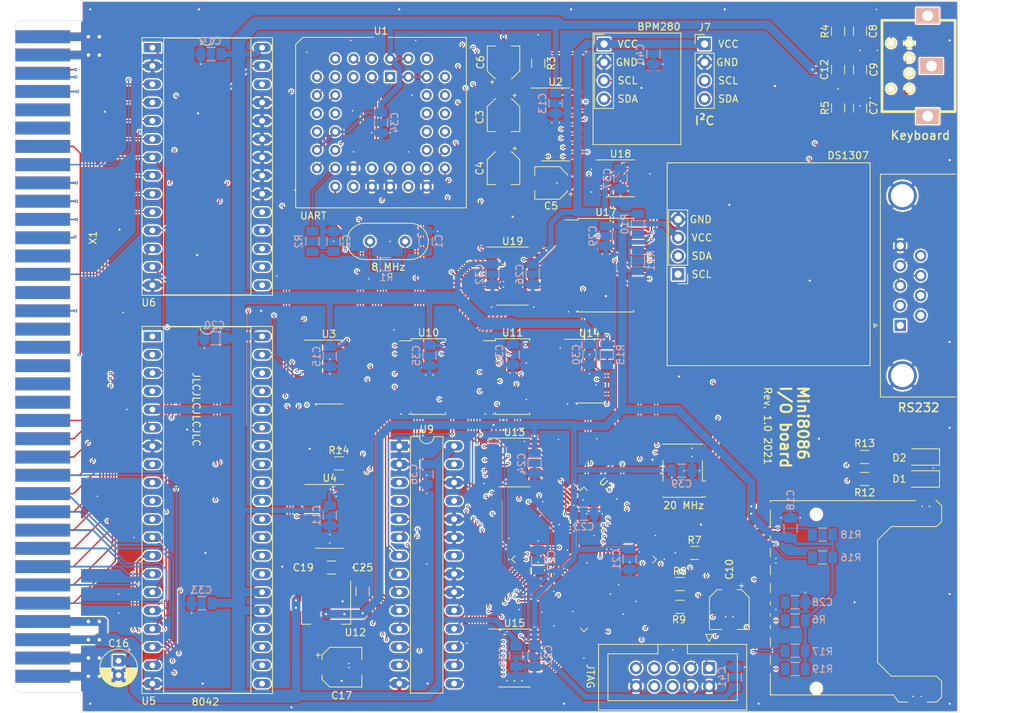
<source format=kicad_pcb>
(kicad_pcb (version 20171130) (host pcbnew "(5.1.6)-1")
  (layers (0 F.Cu signal) (1 In1.Cu signal hide) (2 In2.Cu signal) (31 B.Cu signal) (34 B.Paste user hide) (35 F.Paste user hide) (36 B.SilkS user) (37 F.SilkS user) (38 B.Mask user hide) (39 F.Mask user hide) (44 Edge.Cuts user))
  (net 0 "")
  (net 1 GND)
  (net 2 "Net-(C2-Pad1)")
  (net 3 "Net-(C3-Pad2)")
  (net 4 "Net-(C3-Pad1)")
  (net 5 "Net-(C4-Pad2)")
  (net 6 "Net-(C4-Pad1)")
  (net 7 "Net-(C5-Pad2)")
  (net 8 VCC)
  (net 9 "Net-(C6-Pad1)")
  (net 10 /PS2/KBD_CLK)
  (net 11 /PS2/KBD_DATA)
  (net 12 "Net-(J1-Pad9)")
  (net 13 /serial/CTS)
  (net 14 /serial/RTS)
  (net 15 "Net-(J1-Pad6)")
  (net 16 "Net-(J1-Pad4)")
  (net 17 /serial/TX)
  (net 18 /serial/RX)
  (net 19 "Net-(J1-Pad1)")
  (net 20 "Net-(J2-Pad6)")
  (net 21 "Net-(J3-Pad11)")
  (net 22 "Net-(J3-Pad8)")
  (net 23 "Net-(J3-Pad9)")
  (net 24 ~WR)
  (net 25 RESET)
  (net 26 ~CS_UART)
  (net 27 "Net-(U1-Pad32)")
  (net 28 IRQ4)
  (net 29 A0)
  (net 30 A1)
  (net 31 A2)
  (net 32 ~RD)
  (net 33 "Net-(U3-Pad1)")
  (net 34 PCLK)
  (net 35 D7)
  (net 36 D6)
  (net 37 D5)
  (net 38 "Net-(U5-Pad36)")
  (net 39 D4)
  (net 40 D3)
  (net 41 "Net-(U5-Pad34)")
  (net 42 D2)
  (net 43 "Net-(U5-Pad33)")
  (net 44 D1)
  (net 45 "Net-(U5-Pad32)")
  (net 46 D0)
  (net 47 "Net-(U5-Pad31)")
  (net 48 "Net-(U5-Pad11)")
  (net 49 "Net-(U5-Pad30)")
  (net 50 "Net-(U5-Pad29)")
  (net 51 "Net-(U5-Pad28)")
  (net 52 "Net-(U5-Pad27)")
  (net 53 ~CS_8042)
  (net 54 "Net-(U5-Pad24)")
  (net 55 ~RESET)
  (net 56 "Net-(U5-Pad23)")
  (net 57 "Net-(U5-Pad22)")
  (net 58 "Net-(U5-Pad21)")
  (net 59 ~CS_DRIVE)
  (net 60 A3)
  (net 61 A4)
  (net 62 A5)
  (net 63 A6)
  (net 64 A7)
  (net 65 "Net-(U6-Pad19)")
  (net 66 A8)
  (net 67 "Net-(U6-Pad18)")
  (net 68 A9)
  (net 69 "Net-(U6-Pad17)")
  (net 70 A10)
  (net 71 M_~IO)
  (net 72 "Net-(X1-Pad68)")
  (net 73 "Net-(X1-Pad33)")
  (net 74 "Net-(X1-Pad32)")
  (net 75 "Net-(X1-Pad31)")
  (net 76 "Net-(X1-Pad29)")
  (net 77 "Net-(X1-Pad28)")
  (net 78 "Net-(X1-Pad27)")
  (net 79 "Net-(X1-Pad26)")
  (net 80 "Net-(X1-Pad25)")
  (net 81 "Net-(X1-Pad67)")
  (net 82 "Net-(X1-Pad66)")
  (net 83 IRQ6)
  (net 84 "Net-(X1-Pad60)")
  (net 85 "Net-(X1-Pad58)")
  (net 86 IRQ1)
  (net 87 "Net-(X1-Pad56)")
  (net 88 "Net-(X1-Pad55)")
  (net 89 "Net-(X1-Pad54)")
  (net 90 "Net-(X1-Pad53)")
  (net 91 "Net-(X1-Pad52)")
  (net 92 "Net-(X1-Pad51)")
  (net 93 "Net-(X1-Pad50)")
  (net 94 "Net-(X1-Pad49)")
  (net 95 VCC3)
  (net 96 CARD_DET)
  (net 97 "Net-(U4-Pad12)")
  (net 98 "Net-(U7-Pad97)")
  (net 99 "Net-(U7-Pad96)")
  (net 100 "Net-(U7-Pad95)")
  (net 101 "Net-(U7-Pad92)")
  (net 102 "Net-(U7-Pad91)")
  (net 103 "Net-(U7-Pad78)")
  (net 104 "Net-(U7-Pad77)")
  (net 105 "Net-(U7-Pad76)")
  (net 106 "Net-(U7-Pad75)")
  (net 107 "Net-(U7-Pad74)")
  (net 108 "Net-(U7-Pad69)")
  (net 109 "Net-(U7-Pad62)")
  (net 110 "Net-(U7-Pad61)")
  (net 111 "Net-(U7-Pad58)")
  (net 112 "Net-(U7-Pad57)")
  (net 113 "Net-(U7-Pad56)")
  (net 114 "Net-(U7-Pad55)")
  (net 115 "Net-(U7-Pad54)")
  (net 116 "Net-(U7-Pad52)")
  (net 117 "Net-(U7-Pad39)")
  (net 118 "Net-(U7-Pad38)")
  (net 119 "Net-(U7-Pad26)")
  (net 120 "Net-(U7-Pad21)")
  (net 121 "Net-(U7-Pad20)")
  (net 122 "Net-(U7-Pad19)")
  (net 123 "Net-(U7-Pad18)")
  (net 124 "Net-(U7-Pad17)")
  (net 125 "Net-(U7-Pad16)")
  (net 126 "Net-(U7-Pad15)")
  (net 127 "Net-(U7-Pad14)")
  (net 128 "Net-(U14-Pad3)")
  (net 129 RD0)
  (net 130 RD1)
  (net 131 RD2)
  (net 132 RD3)
  (net 133 RD4)
  (net 134 RD5)
  (net 135 RD6)
  (net 136 RD7)
  (net 137 RA8)
  (net 138 RA0)
  (net 139 RA1)
  (net 140 RA2)
  (net 141 RA3)
  (net 142 RA4)
  (net 143 RA5)
  (net 144 RA6)
  (net 145 RA7)
  (net 146 "/SD drive/SD misc/~ACC_BUFFER")
  (net 147 "Net-(U11-Pad13)")
  (net 148 "Net-(U11-Pad11)")
  (net 149 "Net-(U11-Pad9)")
  (net 150 SD_BUSY)
  (net 151 "/SD drive/SD_CS")
  (net 152 ~RAM_WE)
  (net 153 ~RAM_OE)
  (net 154 "/SD drive/A1_3")
  (net 155 "/SD drive/A0_3")
  (net 156 "/SD drive/~WR_3")
  (net 157 "/SD drive/~RD_3")
  (net 158 "/SD drive/~CS_DRIVE_3")
  (net 159 "/SD drive/~RESET_3")
  (net 160 "Net-(J4-Pad8)")
  (net 161 "Net-(J4-Pad6)")
  (net 162 "/SD drive/TDI")
  (net 163 "Net-(J4-Pad7)")
  (net 164 "/SD drive/TMS")
  (net 165 "/SD drive/TDO")
  (net 166 "/SD drive/TCK")
  (net 167 "Net-(U1-Pad37)")
  (net 168 "Net-(U1-Pad35)")
  (net 169 "Net-(U1-Pad38)")
  (net 170 "Net-(U1-Pad26)")
  (net 171 "Net-(U1-Pad27)")
  (net 172 ~INT_I2C)
  (net 173 /connector/IRQ7)
  (net 174 SDA)
  (net 175 SCL)
  (net 176 "Net-(U1-Pad34)")
  (net 177 "Net-(U1-Pad23)")
  (net 178 "Net-(U1-Pad12)")
  (net 179 "Net-(U1-Pad1)")
  (net 180 ~CS_I2C)
  (net 181 "/SD drive/D7_3")
  (net 182 "/SD drive/D6_3")
  (net 183 "/SD drive/D5_3")
  (net 184 "/SD drive/D4_3")
  (net 185 "/SD drive/D3_3")
  (net 186 "/SD drive/D2_3")
  (net 187 "/SD drive/D1_3")
  (net 188 "/SD drive/D0_3")
  (net 189 "Net-(U17-Pad9)")
  (net 190 /serial/XTAL1)
  (net 191 /serial/XTAL2)
  (net 192 "Net-(D1-Pad2)")
  (net 193 "Net-(D2-Pad2)")
  (net 194 SD_IRQ)
  (net 195 "Net-(X1-Pad24)")
  (net 196 "Net-(X1-Pad23)")
  (net 197 "Net-(X1-Pad22)")
  (net 198 "Net-(X1-Pad21)")
  (net 199 "Net-(X1-Pad20)")
  (net 200 "Net-(X1-Pad19)")
  (net 201 "Net-(X1-Pad18)")
  (net 202 "Net-(X1-Pad17)")
  (net 203 "Net-(X1-Pad16)")
  (net 204 "/SD drive/LD_GN")
  (net 205 "/SD drive/LD_RD")
  (net 206 /serial/CTS_5)
  (net 207 /serial/RTS_5)
  (net 208 /serial/RCLK)
  (net 209 /serial/TX_5)
  (net 210 /serial/RX_5)
  (net 211 /PS2/KDATA_OUT)
  (net 212 /PS2/~PCLK)
  (net 213 /PS2/KCLK_OUT)
  (net 214 /I2C/I2C_D7)
  (net 215 /I2C/I2C_D6)
  (net 216 /I2C/I2C_D5)
  (net 217 /I2C/I2C_D4)
  (net 218 /I2C/I2C_D3)
  (net 219 /I2C/I2C_D2)
  (net 220 /I2C/I2C_D1)
  (net 221 /I2C/I2C_D0)
  (net 222 CPLD_CLK)
  (net 223 "Net-(U13-Pad11)")
  (net 224 "Net-(U13-Pad9)")
  (net 225 "Net-(J2-Pad4)")
  (net 226 ~D_EN)
  (net 227 ~CS_BUFFER)
  (net 228 ~D_EN_3)
  (net 229 "/SD drive/~CS_BUFFER_3")
  (net 230 "Net-(U7-Pad2)")
  (net 231 "Net-(U7-Pad68)")
  (net 232 "Net-(U7-Pad67)")
  (net 233 "Net-(U7-Pad66)")
  (net 234 "Net-(U7-Pad64)")
  (net 235 "/SD drive/MOSI")
  (net 236 "/SD drive/SCLK")
  (net 237 "/SD drive/MISO")
  (module Package_LCC:PLCC-44_THT-Socket (layer F.Cu) (at 83.566 64.008)
    (fp_text reference U1 (at -1.27 -6.4) (layer F.SilkS))
    (fp_text value ST16C550CJ44)
    (pad 39 thru_hole circle (at 7.62 0) (size 1.4224 1.4224) (drill 0.8) (layers *.Cu *.Mask) (net 25 RESET))
    (pad 37 thru_hole circle (at 7.62 2.54) (size 1.4224 1.4224) (drill 0.8) (layers *.Cu *.Mask) (net 167 "Net-(U1-Pad37)"))
    (pad 35 thru_hole circle (at 7.62 5.08) (size 1.4224 1.4224) (drill 0.8) (layers *.Cu *.Mask) (net 168 "Net-(U1-Pad35)"))
    (pad 33 thru_hole circle (at 7.62 7.62) (size 1.4224 1.4224) (drill 0.8) (layers *.Cu *.Mask) (net 28 IRQ4))
    (pad 31 thru_hole circle (at 7.62 10.16) (size 1.4224 1.4224) (drill 0.8) (layers *.Cu *.Mask) (net 29 A0))
    (pad 40 thru_hole circle (at 5.08 -2.54) (size 1.4224 1.4224) (drill 0.8) (layers *.Cu *.Mask) (net 206 /serial/CTS_5))
    (pad 38 thru_hole circle (at 5.08 2.54) (size 1.4224 1.4224) (drill 0.8) (layers *.Cu *.Mask) (net 169 "Net-(U1-Pad38)"))
    (pad 36 thru_hole circle (at 5.08 5.08) (size 1.4224 1.4224) (drill 0.8) (layers *.Cu *.Mask) (net 207 /serial/RTS_5))
    (pad 34 thru_hole circle (at 5.08 7.62) (size 1.4224 1.4224) (drill 0.8) (layers *.Cu *.Mask) (net 176 "Net-(U1-Pad34)"))
    (pad 32 thru_hole circle (at 5.08 10.16) (size 1.4224 1.4224) (drill 0.8) (layers *.Cu *.Mask) (net 27 "Net-(U1-Pad32)"))
    (pad 30 thru_hole circle (at 5.08 12.7) (size 1.4224 1.4224) (drill 0.8) (layers *.Cu *.Mask) (net 30 A1))
    (pad 28 thru_hole circle (at 5.08 15.24) (size 1.4224 1.4224) (drill 0.8) (layers *.Cu *.Mask) (net 1 GND))
    (pad 26 thru_hole circle (at 2.54 15.24) (size 1.4224 1.4224) (drill 0.8) (layers *.Cu *.Mask) (net 170 "Net-(U1-Pad26)"))
    (pad 24 thru_hole circle (at 0 15.24) (size 1.4224 1.4224) (drill 0.8) (layers *.Cu *.Mask) (net 1 GND))
    (pad 22 thru_hole circle (at -2.54 15.24) (size 1.4224 1.4224) (drill 0.8) (layers *.Cu *.Mask) (net 1 GND))
    (pad 20 thru_hole circle (at -5.08 15.24) (size 1.4224 1.4224) (drill 0.8) (layers *.Cu *.Mask) (net 24 ~WR))
    (pad 18 thru_hole circle (at -7.62 15.24) (size 1.4224 1.4224) (drill 0.8) (layers *.Cu *.Mask) (net 190 /serial/XTAL1))
    (pad 29 thru_hole circle (at 7.62 12.7) (size 1.4224 1.4224) (drill 0.8) (layers *.Cu *.Mask) (net 31 A2))
    (pad 27 thru_hole circle (at 2.54 12.7) (size 1.4224 1.4224) (drill 0.8) (layers *.Cu *.Mask) (net 171 "Net-(U1-Pad27)"))
    (pad 25 thru_hole circle (at 0 12.7) (size 1.4224 1.4224) (drill 0.8) (layers *.Cu *.Mask) (net 32 ~RD))
    (pad 23 thru_hole circle (at -2.54 12.7) (size 1.4224 1.4224) (drill 0.8) (layers *.Cu *.Mask) (net 177 "Net-(U1-Pad23)"))
    (pad 21 thru_hole circle (at -5.08 12.7) (size 1.4224 1.4224) (drill 0.8) (layers *.Cu *.Mask) (net 1 GND))
    (pad 19 thru_hole circle (at -7.62 12.7) (size 1.4224 1.4224) (drill 0.8) (layers *.Cu *.Mask) (net 191 /serial/XTAL2))
    (pad 17 thru_hole circle (at -10.16 12.7) (size 1.4224 1.4224) (drill 0.8) (layers *.Cu *.Mask) (net 208 /serial/RCLK))
    (pad 15 thru_hole circle (at -10.16 10.16) (size 1.4224 1.4224) (drill 0.8) (layers *.Cu *.Mask) (net 8 VCC))
    (pad 13 thru_hole circle (at -10.16 7.62) (size 1.4224 1.4224) (drill 0.8) (layers *.Cu *.Mask) (net 209 /serial/TX_5))
    (pad 11 thru_hole circle (at -10.16 5.08) (size 1.4224 1.4224) (drill 0.8) (layers *.Cu *.Mask) (net 210 /serial/RX_5))
    (pad 9 thru_hole circle (at -10.16 2.54) (size 1.4224 1.4224) (drill 0.8) (layers *.Cu *.Mask) (net 35 D7))
    (pad 7 thru_hole circle (at -10.16 0) (size 1.4224 1.4224) (drill 0.8) (layers *.Cu *.Mask) (net 37 D5))
    (pad 16 thru_hole circle (at -7.62 10.16) (size 1.4224 1.4224) (drill 0.8) (layers *.Cu *.Mask) (net 26 ~CS_UART))
    (pad 14 thru_hole circle (at -7.62 7.62) (size 1.4224 1.4224) (drill 0.8) (layers *.Cu *.Mask) (net 8 VCC))
    (pad 12 thru_hole circle (at -7.62 5.08) (size 1.4224 1.4224) (drill 0.8) (layers *.Cu *.Mask) (net 178 "Net-(U1-Pad12)"))
    (pad 10 thru_hole circle (at -7.62 2.54) (size 1.4224 1.4224) (drill 0.8) (layers *.Cu *.Mask) (net 208 /serial/RCLK))
    (pad 8 thru_hole circle (at -7.62 0) (size 1.4224 1.4224) (drill 0.8) (layers *.Cu *.Mask) (net 36 D6))
    (pad 42 thru_hole circle (at 2.54 -2.54) (size 1.4224 1.4224) (drill 0.8) (layers *.Cu *.Mask) (net 8 VCC))
    (pad 44 thru_hole circle (at 0 -2.54) (size 1.4224 1.4224) (drill 0.8) (layers *.Cu *.Mask) (net 8 VCC))
    (pad 6 thru_hole circle (at -7.62 -2.54) (size 1.4224 1.4224) (drill 0.8) (layers *.Cu *.Mask) (net 39 D4))
    (pad 4 thru_hole circle (at -5.08 -2.54) (size 1.4224 1.4224) (drill 0.8) (layers *.Cu *.Mask) (net 42 D2))
    (pad 2 thru_hole circle (at -2.54 -2.54) (size 1.4224 1.4224) (drill 0.8) (layers *.Cu *.Mask) (net 46 D0))
    (pad 41 thru_hole circle (at 5.08 0) (size 1.4224 1.4224) (drill 0.8) (layers *.Cu *.Mask) (net 8 VCC))
    (pad 43 thru_hole circle (at 2.54 0) (size 1.4224 1.4224) (drill 0.8) (layers *.Cu *.Mask) (net 8 VCC))
    (pad 5 thru_hole circle (at -5.08 0) (size 1.4224 1.4224) (drill 0.8) (layers *.Cu *.Mask) (net 40 D3))
    (pad 3 thru_hole circle (at -2.54 0) (size 1.4224 1.4224) (drill 0.8) (layers *.Cu *.Mask) (net 44 D1))
    (pad 1 thru_hole rect (at 0 0) (size 1.4224 1.4224) (drill 0.8) (layers *.Cu *.Mask) (net 179 "Net-(U1-Pad1)"))
  )
  (module Mini8086:BUS_72 (layer F.Cu) (at 35.306 147.32 270)
    (fp_text reference X1 (at -60.96 -6.99 90) (layer F.SilkS))
    (fp_text value Edge72)
    (pad 72 connect rect (at -88.9 0 270) (size 1.78 7.62) (layers B.Cu B.Mask) (net 1 GND))
    (pad 71 connect rect (at -86.36 0 270) (size 1.78 7.62) (layers B.Cu B.Mask) (net 1 GND))
    (pad 70 connect rect (at -83.82 0 270) (size 1.78 7.62) (layers B.Cu B.Mask) (net 174 SDA))
    (pad 69 connect rect (at -81.28 0 270) (size 1.78 7.62) (layers B.Cu B.Mask) (net 25 RESET))
    (pad 68 connect rect (at -78.74 0 270) (size 1.78 7.62) (layers B.Cu B.Mask) (net 72 "Net-(X1-Pad68)"))
    (pad 36 connect rect (at -88.9 0 270) (size 1.78 7.62) (layers F.Cu F.Mask) (net 1 GND))
    (pad 35 connect rect (at -86.36 0 270) (size 1.78 7.62) (layers F.Cu F.Mask) (net 1 GND))
    (pad 34 connect rect (at -83.82 0 270) (size 1.78 7.62) (layers F.Cu F.Mask) (net 175 SCL))
    (pad 33 connect rect (at -81.28 0 270) (size 1.78 7.62) (layers F.Cu F.Mask) (net 73 "Net-(X1-Pad33)"))
    (pad 32 connect rect (at -78.74 0 270) (size 1.78 7.62) (layers F.Cu F.Mask) (net 74 "Net-(X1-Pad32)"))
    (pad 31 connect rect (at -76.2 0 270) (size 1.78 7.62) (layers F.Cu F.Mask) (net 75 "Net-(X1-Pad31)"))
    (pad 30 connect rect (at -73.66 0 270) (size 1.78 7.62) (layers F.Cu F.Mask) (net 34 PCLK))
    (pad 29 connect rect (at -71.12 0 270) (size 1.78 7.62) (layers F.Cu F.Mask) (net 76 "Net-(X1-Pad29)"))
    (pad 28 connect rect (at -68.58 0 270) (size 1.78 7.62) (layers F.Cu F.Mask) (net 77 "Net-(X1-Pad28)"))
    (pad 27 connect rect (at -66.04 0 270) (size 1.78 7.62) (layers F.Cu F.Mask) (net 78 "Net-(X1-Pad27)"))
    (pad 26 connect rect (at -63.5 0 270) (size 1.78 7.62) (layers F.Cu F.Mask) (net 79 "Net-(X1-Pad26)"))
    (pad 25 connect rect (at -60.96 0 270) (size 1.78 7.62) (layers F.Cu F.Mask) (net 80 "Net-(X1-Pad25)"))
    (pad 24 connect rect (at -58.42 0 270) (size 1.78 7.62) (layers F.Cu F.Mask) (net 195 "Net-(X1-Pad24)"))
    (pad 23 connect rect (at -55.88 0 270) (size 1.78 7.62) (layers F.Cu F.Mask) (net 196 "Net-(X1-Pad23)"))
    (pad 22 connect rect (at -53.34 0 270) (size 1.78 7.62) (layers F.Cu F.Mask) (net 197 "Net-(X1-Pad22)"))
    (pad 21 connect rect (at -50.8 0 270) (size 1.78 7.62) (layers F.Cu F.Mask) (net 198 "Net-(X1-Pad21)"))
    (pad 20 connect rect (at -48.26 0 270) (size 1.78 7.62) (layers F.Cu F.Mask) (net 199 "Net-(X1-Pad20)"))
    (pad 19 connect rect (at -45.72 0 270) (size 1.78 7.62) (layers F.Cu F.Mask) (net 200 "Net-(X1-Pad19)"))
    (pad 18 connect rect (at -43.18 0 270) (size 1.78 7.62) (layers F.Cu F.Mask) (net 201 "Net-(X1-Pad18)"))
    (pad 17 connect rect (at -40.64 0 270) (size 1.78 7.62) (layers F.Cu F.Mask) (net 202 "Net-(X1-Pad17)"))
    (pad 16 connect rect (at -38.1 0 270) (size 1.78 7.62) (layers F.Cu F.Mask) (net 203 "Net-(X1-Pad16)"))
    (pad 15 connect rect (at -35.56 0 270) (size 1.78 7.62) (layers F.Cu F.Mask) (net 70 A10))
    (pad 14 connect rect (at -33.02 0 270) (size 1.78 7.62) (layers F.Cu F.Mask) (net 68 A9))
    (pad 13 connect rect (at -30.48 0 270) (size 1.78 7.62) (layers F.Cu F.Mask) (net 66 A8))
    (pad 12 connect rect (at -27.94 0 270) (size 1.78 7.62) (layers F.Cu F.Mask) (net 64 A7))
    (pad 11 connect rect (at -25.4 0 270) (size 1.78 7.62) (layers F.Cu F.Mask) (net 63 A6))
    (pad 10 connect rect (at -22.86 0 270) (size 1.78 7.62) (layers F.Cu F.Mask) (net 62 A5))
    (pad 9 connect rect (at -20.32 0 270) (size 1.78 7.62) (layers F.Cu F.Mask) (net 61 A4))
    (pad 8 connect rect (at -17.78 0 270) (size 1.78 7.62) (layers F.Cu F.Mask) (net 60 A3))
    (pad 7 connect rect (at -15.24 0 270) (size 1.78 7.62) (layers F.Cu F.Mask) (net 31 A2))
    (pad 6 connect rect (at -12.7 0 270) (size 1.78 7.62) (layers F.Cu F.Mask) (net 30 A1))
    (pad 5 connect rect (at -10.16 0 270) (size 1.78 7.62) (layers F.Cu F.Mask) (net 29 A0))
    (pad 4 connect rect (at -7.62 0 270) (size 1.78 7.62) (layers F.Cu F.Mask) (net 8 VCC))
    (pad 3 connect rect (at -5.08 0 270) (size 1.78 7.62) (layers F.Cu F.Mask) (net 8 VCC))
    (pad 2 connect rect (at -2.54 0 270) (size 1.78 7.62) (layers F.Cu F.Mask) (net 1 GND))
    (pad 1 connect rect (at 0 0 270) (size 1.78 7.62) (layers F.Cu F.Mask) (net 1 GND))
    (pad 67 connect rect (at -76.2 0 270) (size 1.78 7.62) (layers B.Cu B.Mask) (net 81 "Net-(X1-Pad67)"))
    (pad 66 connect rect (at -73.66 0 270) (size 1.78 7.62) (layers B.Cu B.Mask) (net 82 "Net-(X1-Pad66)"))
    (pad 65 connect rect (at -71.12 0 270) (size 1.78 7.62) (layers B.Cu B.Mask) (net 71 M_~IO))
    (pad 64 connect rect (at -68.58 0 270) (size 1.78 7.62) (layers B.Cu B.Mask) (net 24 ~WR))
    (pad 63 connect rect (at -66.04 0 270) (size 1.78 7.62) (layers B.Cu B.Mask) (net 32 ~RD))
    (pad 62 connect rect (at -63.5 0 270) (size 1.78 7.62) (layers B.Cu B.Mask) (net 173 /connector/IRQ7))
    (pad 61 connect rect (at -60.96 0 270) (size 1.78 7.62) (layers B.Cu B.Mask) (net 83 IRQ6))
    (pad 60 connect rect (at -58.42 0 270) (size 1.78 7.62) (layers B.Cu B.Mask) (net 84 "Net-(X1-Pad60)"))
    (pad 59 connect rect (at -55.88 0 270) (size 1.78 7.62) (layers B.Cu B.Mask) (net 28 IRQ4))
    (pad 58 connect rect (at -53.34 0 270) (size 1.78 7.62) (layers B.Cu B.Mask) (net 85 "Net-(X1-Pad58)"))
    (pad 57 connect rect (at -50.8 0 270) (size 1.78 7.62) (layers B.Cu B.Mask) (net 86 IRQ1))
    (pad 56 connect rect (at -48.26 0 270) (size 1.78 7.62) (layers B.Cu B.Mask) (net 87 "Net-(X1-Pad56)"))
    (pad 55 connect rect (at -45.72 0 270) (size 1.78 7.62) (layers B.Cu B.Mask) (net 88 "Net-(X1-Pad55)"))
    (pad 54 connect rect (at -43.18 0 270) (size 1.78 7.62) (layers B.Cu B.Mask) (net 89 "Net-(X1-Pad54)"))
    (pad 53 connect rect (at -40.64 0 270) (size 1.78 7.62) (layers B.Cu B.Mask) (net 90 "Net-(X1-Pad53)"))
    (pad 52 connect rect (at -38.1 0 270) (size 1.78 7.62) (layers B.Cu B.Mask) (net 91 "Net-(X1-Pad52)"))
    (pad 51 connect rect (at -35.56 0 270) (size 1.78 7.62) (layers B.Cu B.Mask) (net 92 "Net-(X1-Pad51)"))
    (pad 50 connect rect (at -33.02 0 270) (size 1.78 7.62) (layers B.Cu B.Mask) (net 93 "Net-(X1-Pad50)"))
    (pad 49 connect rect (at -30.48 0 270) (size 1.78 7.62) (layers B.Cu B.Mask) (net 94 "Net-(X1-Pad49)"))
    (pad 48 connect rect (at -27.94 0 270) (size 1.78 7.62) (layers B.Cu B.Mask) (net 35 D7))
    (pad 47 connect rect (at -25.4 0 270) (size 1.78 7.62) (layers B.Cu B.Mask) (net 36 D6))
    (pad 46 connect rect (at -22.86 0 270) (size 1.78 7.62) (layers B.Cu B.Mask) (net 37 D5))
    (pad 45 connect rect (at -20.32 0 270) (size 1.78 7.62) (layers B.Cu B.Mask) (net 39 D4))
    (pad 44 connect rect (at -17.78 0 270) (size 1.78 7.62) (layers B.Cu B.Mask) (net 40 D3))
    (pad 43 connect rect (at -15.24 0 270) (size 1.78 7.62) (layers B.Cu B.Mask) (net 42 D2))
    (pad 42 connect rect (at -12.7 0 270) (size 1.78 7.62) (layers B.Cu B.Mask) (net 44 D1))
    (pad 41 connect rect (at -10.16 0 270) (size 1.78 7.62) (layers B.Cu B.Mask) (net 46 D0))
    (pad 40 connect rect (at -7.62 0 270) (size 1.78 7.62) (layers B.Cu B.Mask) (net 8 VCC))
    (pad 39 connect rect (at -5.08 0 270) (size 1.78 7.62) (layers B.Cu B.Mask) (net 8 VCC))
    (pad 38 connect rect (at -2.54 0 270) (size 1.78 7.62) (layers B.Cu B.Mask) (net 1 GND))
    (pad 37 connect rect (at 0 0 270) (size 1.78 7.62) (layers B.Cu B.Mask) (net 1 GND))
  )
  (module Capacitor_SMD:CP_Elec_5x5.4 (layer F.Cu) (at 130.683 138.049 270)
    (fp_text reference C10 (at -5.588 0 90) (layer F.SilkS))
    (fp_text value 47µ)
    (pad 2 smd roundrect (at 2.2 0 270) (size 3 1.6) (layers F.Cu F.Paste F.Mask) (roundrect_rratio 0.15625) (net 1 GND))
    (pad 1 smd roundrect (at -2.2 0 270) (size 3 1.6) (layers F.Cu F.Paste F.Mask) (roundrect_rratio 0.15625) (net 95 VCC3))
  )
  (module Resistor_SMD:R_1206_3216Metric (layer F.Cu) (at 125.857 130.175 180)
    (fp_text reference R7 (at 0 1.778) (layer F.SilkS))
    (fp_text value 2K2)
    (pad 2 smd roundrect (at 1.4 0 180) (size 1.25 1.75) (layers F.Cu F.Paste F.Mask) (roundrect_rratio 0.2) (net 1 GND))
    (pad 1 smd roundrect (at -1.4 0 180) (size 1.25 1.75) (layers F.Cu F.Paste F.Mask) (roundrect_rratio 0.2) (net 166 "/SD drive/TCK"))
  )
  (module Capacitor_SMD:CP_Elec_5x5.4 (layer F.Cu) (at 76.876 146.05)
    (fp_text reference C17 (at -0.041 3.937) (layer F.SilkS))
    (fp_text value 100µ)
    (pad 2 smd roundrect (at 2.2 0) (size 3 1.6) (layers F.Cu F.Paste F.Mask) (roundrect_rratio 0.15625) (net 1 GND))
    (pad 1 smd roundrect (at -2.2 0) (size 3 1.6) (layers F.Cu F.Paste F.Mask) (roundrect_rratio 0.15625) (net 95 VCC3))
  )
  (module Resistor_SMD:R_1206_3216Metric (layer B.Cu) (at 139.827 146.304 180)
    (fp_text reference R19 (at -3.81 0) (layer B.SilkS) (effects (justify mirror)))
    (fp_text value 4K7)
    (pad 2 smd roundrect (at 1.4 0 180) (size 1.25 1.75) (layers B.Cu B.Paste B.Mask) (roundrect_rratio 0.2) (net 23 "Net-(J3-Pad9)"))
    (pad 1 smd roundrect (at -1.4 0 180) (size 1.25 1.75) (layers B.Cu B.Paste B.Mask) (roundrect_rratio 0.2) (net 95 VCC3))
  )
  (module Resistor_SMD:R_1206_3216Metric (layer B.Cu) (at 143.637 127.635 180)
    (fp_text reference R18 (at -3.937 0 180) (layer B.SilkS) (effects (justify mirror)))
    (fp_text value 4K7)
    (pad 2 smd roundrect (at 1.4 0 180) (size 1.25 1.75) (layers B.Cu B.Paste B.Mask) (roundrect_rratio 0.2) (net 22 "Net-(J3-Pad8)"))
    (pad 1 smd roundrect (at -1.4 0 180) (size 1.25 1.75) (layers B.Cu B.Paste B.Mask) (roundrect_rratio 0.2) (net 95 VCC3))
  )
  (module Resistor_SMD:R_1206_3216Metric (layer B.Cu) (at 139.827 143.764 180)
    (fp_text reference R17 (at -3.81 -0.127) (layer B.SilkS) (effects (justify mirror)))
    (fp_text value 4K7)
    (pad 2 smd roundrect (at 1.4 0 180) (size 1.25 1.75) (layers B.Cu B.Paste B.Mask) (roundrect_rratio 0.2) (net 151 "/SD drive/SD_CS"))
    (pad 1 smd roundrect (at -1.4 0 180) (size 1.25 1.75) (layers B.Cu B.Paste B.Mask) (roundrect_rratio 0.2) (net 95 VCC3))
  )
  (module Resistor_SMD:R_1206_3216Metric (layer B.Cu) (at 143.637 130.81 180)
    (fp_text reference R16 (at -3.937 0) (layer B.SilkS) (effects (justify mirror)))
    (fp_text value 4K7)
    (pad 2 smd roundrect (at 1.4 0 180) (size 1.25 1.75) (layers B.Cu B.Paste B.Mask) (roundrect_rratio 0.2) (net 237 "/SD drive/MISO"))
    (pad 1 smd roundrect (at -1.4 0 180) (size 1.25 1.75) (layers B.Cu B.Paste B.Mask) (roundrect_rratio 0.2) (net 95 VCC3))
  )
  (module Connector_Card:SD_Kyocera_145638109211859+ (layer F.Cu) (at 148.082 136.906 90)
    (fp_text reference J3 hide)
    (fp_text value SD_Card)
    (pad 13 smd roundrect (at -13.2 8.7 90) (size 1.8 2.4) (layers F.Cu F.Paste F.Mask) (roundrect_rratio 0.139) (net 1 GND))
    (pad 12 smd roundrect (at 13.25 9.9 90) (size 1.7 2.4) (layers F.Cu F.Paste F.Mask) (roundrect_rratio 0.147) (net 1 GND))
    (pad "" np_thru_hole circle (at -12.1 -5.3 270) (size 1.5 1.5) (drill 1.5) (layers *.Cu *.Mask))
    (pad "" np_thru_hole circle (at 12.1 -5.3 270) (size 1.5 1.5) (drill 1.5) (layers *.Cu *.Mask))
    (pad 11 smd roundrect (at 13.24 -12.5 90) (size 0.7 2) (layers F.Cu F.Paste F.Mask) (roundrect_rratio 0.357) (net 21 "Net-(J3-Pad11)"))
    (pad 8 smd roundrect (at 9.75 -12.5 90) (size 0.8 2) (layers F.Cu F.Paste F.Mask) (roundrect_rratio 0.313) (net 22 "Net-(J3-Pad8)"))
    (pad 7 smd roundrect (at 8.05 -12.5 90) (size 0.8 2) (layers F.Cu F.Paste F.Mask) (roundrect_rratio 0.313) (net 237 "/SD drive/MISO"))
    (pad 6 smd roundrect (at 5.62 -12.5 90) (size 0.8 2) (layers F.Cu F.Paste F.Mask) (roundrect_rratio 0.313) (net 1 GND))
    (pad 5 smd roundrect (at 3.12 -12.5 90) (size 0.8 2) (layers F.Cu F.Paste F.Mask) (roundrect_rratio 0.313) (net 236 "/SD drive/SCLK"))
    (pad 4 smd roundrect (at 0.62 -12.5 90) (size 0.8 2) (layers F.Cu F.Paste F.Mask) (roundrect_rratio 0.313) (net 95 VCC3))
    (pad 3 smd roundrect (at -1.08 -12.5 90) (size 0.8 2) (layers F.Cu F.Paste F.Mask) (roundrect_rratio 0.313) (net 1 GND))
    (pad 10 smd roundrect (at -2.68 -12.5 90) (size 0.8 2) (layers F.Cu F.Paste F.Mask) (roundrect_rratio 0.313) (net 96 CARD_DET))
    (pad 2 smd roundrect (at -4.38 -12.5 90) (size 0.8 2) (layers F.Cu F.Paste F.Mask) (roundrect_rratio 0.313) (net 235 "/SD drive/MOSI"))
    (pad 1 smd roundrect (at -6.88 -12.5 90) (size 0.8 2) (layers F.Cu F.Paste F.Mask) (roundrect_rratio 0.313) (net 151 "/SD drive/SD_CS"))
    (pad 9 smd roundrect (at -9.38 -12.5 90) (size 0.8 2) (layers F.Cu F.Paste F.Mask) (roundrect_rratio 0.313) (net 23 "Net-(J3-Pad9)"))
  )
  (module Connector_IDC:IDC-Header_2x05_P2.54mm_Vertical (layer F.Cu) (at 127.889 146.177 270)
    (fp_text reference J4 hide)
    (fp_text value JTAG)
    (pad 10 thru_hole circle (at 2.54 10.16 270) (size 1.7 1.7) (drill 1) (layers *.Cu *.Mask) (net 1 GND))
    (pad 8 thru_hole circle (at 2.54 7.62 270) (size 1.7 1.7) (drill 1) (layers *.Cu *.Mask) (net 160 "Net-(J4-Pad8)"))
    (pad 6 thru_hole circle (at 2.54 5.08 270) (size 1.7 1.7) (drill 1) (layers *.Cu *.Mask) (net 161 "Net-(J4-Pad6)"))
    (pad 4 thru_hole circle (at 2.54 2.54 270) (size 1.7 1.7) (drill 1) (layers *.Cu *.Mask) (net 95 VCC3))
    (pad 2 thru_hole circle (at 2.54 0 270) (size 1.7 1.7) (drill 1) (layers *.Cu *.Mask) (net 1 GND))
    (pad 9 thru_hole circle (at 0 10.16 270) (size 1.7 1.7) (drill 1) (layers *.Cu *.Mask) (net 162 "/SD drive/TDI"))
    (pad 7 thru_hole circle (at 0 7.62 270) (size 1.7 1.7) (drill 1) (layers *.Cu *.Mask) (net 163 "Net-(J4-Pad7)"))
    (pad 5 thru_hole circle (at 0 5.08 270) (size 1.7 1.7) (drill 1) (layers *.Cu *.Mask) (net 164 "/SD drive/TMS"))
    (pad 3 thru_hole circle (at 0 2.54 270) (size 1.7 1.7) (drill 1) (layers *.Cu *.Mask) (net 165 "/SD drive/TDO"))
    (pad 1 thru_hole roundrect (at 0 0 270) (size 1.7 1.7) (drill 1) (layers *.Cu *.Mask) (roundrect_rratio 0.147059) (net 166 "/SD drive/TCK"))
  )
  (module Resistor_SMD:R_1206_3216Metric (layer B.Cu) (at 113.665 102.616 270)
    (fp_text reference R15 (at 0 -1.905 270) (layer B.SilkS) (effects (justify mirror)))
    (fp_text value 2K2)
    (pad 2 smd roundrect (at 1.4 0 270) (size 1.25 1.75) (layers B.Cu B.Paste B.Mask) (roundrect_rratio 0.2) (net 226 ~D_EN))
    (pad 1 smd roundrect (at -1.4 0 270) (size 1.25 1.75) (layers B.Cu B.Paste B.Mask) (roundrect_rratio 0.2) (net 8 VCC))
  )
  (module Resistor_SMD:R_1206_3216Metric (layer F.Cu) (at 76.454 117.729)
    (fp_text reference R14 (at 0 -1.82) (layer F.SilkS))
    (fp_text value 1K)
    (pad 2 smd roundrect (at 1.4 0) (size 1.25 1.75) (layers F.Cu F.Paste F.Mask) (roundrect_rratio 0.2) (net 172 ~INT_I2C))
    (pad 1 smd roundrect (at -1.4 0) (size 1.25 1.75) (layers F.Cu F.Paste F.Mask) (roundrect_rratio 0.2) (net 8 VCC))
  )
  (module Capacitor_SMD:C_1206_3216Metric (layer B.Cu) (at 131.445 147.447 90)
    (fp_text reference C41 (at 0 -1.778 90) (layer B.SilkS) (effects (justify mirror)))
    (fp_text value 100n)
    (pad 2 smd roundrect (at 1.4 0 90) (size 1.25 1.75) (layers B.Cu B.Paste B.Mask) (roundrect_rratio 0.2) (net 1 GND))
    (pad 1 smd roundrect (at -1.4 0 90) (size 1.25 1.75) (layers B.Cu B.Paste B.Mask) (roundrect_rratio 0.2) (net 95 VCC3))
  )
  (module Oscillator:Oscillator_SMD_Abracon_ASV-4Pin_7.0x5.1mm (layer F.Cu) (at 124.206 118.745 90)
    (fp_text reference X2 hide)
    (fp_text value "20 MHz")
    (pad 4 smd rect (at -2.54 -2 90) (size 1.8 2) (layers F.Cu F.Paste F.Mask) (net 95 VCC3))
    (pad 3 smd rect (at 2.54 -2 90) (size 1.8 2) (layers F.Cu F.Paste F.Mask) (net 222 CPLD_CLK))
    (pad 2 smd rect (at 2.54 2 90) (size 1.8 2) (layers F.Cu F.Paste F.Mask) (net 1 GND))
    (pad 1 smd rect (at -2.54 2 90) (size 1.8 2) (layers F.Cu F.Paste F.Mask) (net 95 VCC3))
  )
  (module Package_DIP:DIP-28_W15.24mm_Socket_LongPads (layer F.Cu) (at 50.546 59.944)
    (fp_text reference U6 (at -0.508 35.433) (layer F.SilkS))
    (fp_text value 27C512)
    (pad 28 thru_hole oval (at 15.24 0) (size 2.4 1.3) (drill 0.8) (layers *.Cu *.Mask) (net 8 VCC))
    (pad 14 thru_hole oval (at 0 33.02) (size 2.4 1.3) (drill 0.8) (layers *.Cu *.Mask) (net 1 GND))
    (pad 27 thru_hole oval (at 15.24 2.54) (size 2.4 1.3) (drill 0.8) (layers *.Cu *.Mask) (net 32 ~RD))
    (pad 13 thru_hole oval (at 0 30.48) (size 2.4 1.3) (drill 0.8) (layers *.Cu *.Mask) (net 59 ~CS_DRIVE))
    (pad 26 thru_hole oval (at 15.24 5.08) (size 2.4 1.3) (drill 0.8) (layers *.Cu *.Mask) (net 71 M_~IO))
    (pad 12 thru_hole oval (at 0 27.94) (size 2.4 1.3) (drill 0.8) (layers *.Cu *.Mask) (net 53 ~CS_8042))
    (pad 25 thru_hole oval (at 15.24 7.62) (size 2.4 1.3) (drill 0.8) (layers *.Cu *.Mask) (net 1 GND))
    (pad 11 thru_hole oval (at 0 25.4) (size 2.4 1.3) (drill 0.8) (layers *.Cu *.Mask) (net 26 ~CS_UART))
    (pad 24 thru_hole oval (at 15.24 10.16) (size 2.4 1.3) (drill 0.8) (layers *.Cu *.Mask) (net 1 GND))
    (pad 10 thru_hole oval (at 0 22.86) (size 2.4 1.3) (drill 0.8) (layers *.Cu *.Mask) (net 60 A3))
    (pad 23 thru_hole oval (at 15.24 12.7) (size 2.4 1.3) (drill 0.8) (layers *.Cu *.Mask) (net 1 GND))
    (pad 9 thru_hole oval (at 0 20.32) (size 2.4 1.3) (drill 0.8) (layers *.Cu *.Mask) (net 61 A4))
    (pad 22 thru_hole oval (at 15.24 15.24) (size 2.4 1.3) (drill 0.8) (layers *.Cu *.Mask) (net 1 GND))
    (pad 8 thru_hole oval (at 0 17.78) (size 2.4 1.3) (drill 0.8) (layers *.Cu *.Mask) (net 62 A5))
    (pad 21 thru_hole oval (at 15.24 17.78) (size 2.4 1.3) (drill 0.8) (layers *.Cu *.Mask) (net 1 GND))
    (pad 7 thru_hole oval (at 0 15.24) (size 2.4 1.3) (drill 0.8) (layers *.Cu *.Mask) (net 63 A6))
    (pad 20 thru_hole oval (at 15.24 20.32) (size 2.4 1.3) (drill 0.8) (layers *.Cu *.Mask) (net 1 GND))
    (pad 6 thru_hole oval (at 0 12.7) (size 2.4 1.3) (drill 0.8) (layers *.Cu *.Mask) (net 64 A7))
    (pad 19 thru_hole oval (at 15.24 22.86) (size 2.4 1.3) (drill 0.8) (layers *.Cu *.Mask) (net 65 "Net-(U6-Pad19)"))
    (pad 5 thru_hole oval (at 0 10.16) (size 2.4 1.3) (drill 0.8) (layers *.Cu *.Mask) (net 66 A8))
    (pad 18 thru_hole oval (at 15.24 25.4) (size 2.4 1.3) (drill 0.8) (layers *.Cu *.Mask) (net 67 "Net-(U6-Pad18)"))
    (pad 4 thru_hole oval (at 0 7.62) (size 2.4 1.3) (drill 0.8) (layers *.Cu *.Mask) (net 68 A9))
    (pad 17 thru_hole oval (at 15.24 27.94) (size 2.4 1.3) (drill 0.8) (layers *.Cu *.Mask) (net 69 "Net-(U6-Pad17)"))
    (pad 3 thru_hole oval (at 0 5.08) (size 2.4 1.3) (drill 0.8) (layers *.Cu *.Mask) (net 70 A10))
    (pad 16 thru_hole oval (at 15.24 30.48) (size 2.4 1.3) (drill 0.8) (layers *.Cu *.Mask) (net 180 ~CS_I2C))
    (pad 2 thru_hole oval (at 0 2.54) (size 2.4 1.3) (drill 0.8) (layers *.Cu *.Mask) (net 1 GND))
    (pad 15 thru_hole oval (at 15.24 33.02) (size 2.4 1.3) (drill 0.8) (layers *.Cu *.Mask) (net 227 ~CS_BUFFER))
    (pad 1 thru_hole rect (at 0 0) (size 2.4 1.3) (drill 0.8) (layers *.Cu *.Mask) (net 24 ~WR))
  )
  (module Capacitor_SMD:CP_Elec_4x3.9 (layer F.Cu) (at 99.314 61.976 90)
    (fp_text reference C6 (at 0 -3.2 90) (layer F.SilkS))
    (fp_text value 10µ)
    (pad 2 smd roundrect (at 1.8 0 90) (size 2.6 1.6) (layers F.Cu F.Paste F.Mask) (roundrect_rratio 0.15625) (net 8 VCC))
    (pad 1 smd roundrect (at -1.8 0 90) (size 2.6 1.6) (layers F.Cu F.Paste F.Mask) (roundrect_rratio 0.15625) (net 9 "Net-(C6-Pad1)"))
  )
  (module Capacitor_SMD:CP_Elec_4x3.9 (layer F.Cu) (at 105.918 78.74 180)
    (fp_text reference C5 (at 0 -3.2) (layer F.SilkS))
    (fp_text value 10µ)
    (pad 2 smd roundrect (at 1.8 0 180) (size 2.6 1.6) (layers F.Cu F.Paste F.Mask) (roundrect_rratio 0.15625) (net 7 "Net-(C5-Pad2)"))
    (pad 1 smd roundrect (at -1.8 0 180) (size 2.6 1.6) (layers F.Cu F.Paste F.Mask) (roundrect_rratio 0.15625) (net 1 GND))
  )
  (module Capacitor_SMD:CP_Elec_4x3.9 (layer F.Cu) (at 99.314 76.708 270)
    (fp_text reference C4 (at 0 3.302 90) (layer F.SilkS))
    (fp_text value 10µ)
    (pad 2 smd roundrect (at 1.8 0 270) (size 2.6 1.6) (layers F.Cu F.Paste F.Mask) (roundrect_rratio 0.15625) (net 5 "Net-(C4-Pad2)"))
    (pad 1 smd roundrect (at -1.8 0 270) (size 2.6 1.6) (layers F.Cu F.Paste F.Mask) (roundrect_rratio 0.15625) (net 6 "Net-(C4-Pad1)"))
  )
  (module Capacitor_SMD:CP_Elec_4x3.9 (layer F.Cu) (at 99.314 69.342 270)
    (fp_text reference C3 (at 0.254 3.302 90) (layer F.SilkS))
    (fp_text value 10µ)
    (pad 2 smd roundrect (at 1.8 0 270) (size 2.6 1.6) (layers F.Cu F.Paste F.Mask) (roundrect_rratio 0.15625) (net 3 "Net-(C3-Pad2)"))
    (pad 1 smd roundrect (at -1.8 0 270) (size 2.6 1.6) (layers F.Cu F.Paste F.Mask) (roundrect_rratio 0.15625) (net 4 "Net-(C3-Pad1)"))
  )
  (module Capacitor_SMD:C_1206_3216Metric (layer B.Cu) (at 120.142 60.833 270)
    (fp_text reference C40 (at 0 1.82 90) (layer B.SilkS) (effects (justify mirror)))
    (fp_text value 100n)
    (pad 2 smd roundrect (at 1.4 0 270) (size 1.25 1.75) (layers B.Cu B.Paste B.Mask) (roundrect_rratio 0.2) (net 1 GND))
    (pad 1 smd roundrect (at -1.4 0 270) (size 1.25 1.75) (layers B.Cu B.Paste B.Mask) (roundrect_rratio 0.2) (net 95 VCC3))
  )
  (module Package_SO:SOIC-14_3.9x8.7mm_P1.27mm (layer F.Cu) (at 75.057 105.029)
    (fp_text reference U3 (at 0 -5.28) (layer F.SilkS))
    (fp_text value 74HC07)
    (pad 14 smd roundrect (at 2.475 -3.81) (size 1.95 0.6) (layers F.Cu F.Paste F.Mask) (net 8 VCC))
    (pad 13 smd roundrect (at 2.475 -2.54) (size 1.95 0.6) (layers F.Cu F.Paste F.Mask))
    (pad 12 smd roundrect (at 2.475 -1.27) (size 1.95 0.6) (layers F.Cu F.Paste F.Mask))
    (pad 11 smd roundrect (at 2.475 0) (size 1.95 0.6) (layers F.Cu F.Paste F.Mask))
    (pad 10 smd roundrect (at 2.475 1.27) (size 1.95 0.6) (layers F.Cu F.Paste F.Mask))
    (pad 9 smd roundrect (at 2.475 2.54) (size 1.95 0.6) (layers F.Cu F.Paste F.Mask))
    (pad 8 smd roundrect (at 2.475 3.81) (size 1.95 0.6) (layers F.Cu F.Paste F.Mask))
    (pad 7 smd roundrect (at -2.475 3.81) (size 1.95 0.6) (layers F.Cu F.Paste F.Mask) (net 1 GND))
    (pad 6 smd roundrect (at -2.475 2.54) (size 1.95 0.6) (layers F.Cu F.Paste F.Mask))
    (pad 5 smd roundrect (at -2.475 1.27) (size 1.95 0.6) (layers F.Cu F.Paste F.Mask))
    (pad 4 smd roundrect (at -2.475 0) (size 1.95 0.6) (layers F.Cu F.Paste F.Mask) (net 11 /PS2/KBD_DATA))
    (pad 3 smd roundrect (at -2.475 -1.27) (size 1.95 0.6) (layers F.Cu F.Paste F.Mask) (net 211 /PS2/KDATA_OUT))
    (pad 2 smd roundrect (at -2.475 -2.54) (size 1.95 0.6) (layers F.Cu F.Paste F.Mask) (net 10 /PS2/KBD_CLK))
    (pad 1 smd roundrect (at -2.475 -3.81) (size 1.95 0.6) (layers F.Cu F.Paste F.Mask) (net 33 "Net-(U3-Pad1)"))
  )
  (module Connector_PinHeader_2.54mm:PinHeader_1x04_P2.54mm_Vertical (layer F.Cu) (at 127.254 59.436)
    (fp_text reference J7 (at 0 -2.33) (layer F.SilkS))
    (fp_text value I²C)
    (pad 4 thru_hole oval (at 0 7.62) (size 1.7 1.7) (drill 1) (layers *.Cu *.Mask) (net 174 SDA))
    (pad 3 thru_hole oval (at 0 5.08) (size 1.7 1.7) (drill 1) (layers *.Cu *.Mask) (net 175 SCL))
    (pad 2 thru_hole oval (at 0 2.54) (size 1.7 1.7) (drill 1) (layers *.Cu *.Mask) (net 1 GND))
    (pad 1 thru_hole rect (at 0 0) (size 1.7 1.7) (drill 1) (layers *.Cu *.Mask) (net 95 VCC3))
  )
  (module Resistor_SMD:R_1206_3216Metric (layer F.Cu) (at 149.479 116.84)
    (fp_text reference R13 (at 0 -1.905) (layer F.SilkS))
    (fp_text value 100)
    (pad 2 smd roundrect (at 1.4 0) (size 1.25 1.75) (layers F.Cu F.Paste F.Mask) (roundrect_rratio 0.2) (net 193 "Net-(D2-Pad2)"))
    (pad 1 smd roundrect (at -1.4 0) (size 1.25 1.75) (layers F.Cu F.Paste F.Mask) (roundrect_rratio 0.2) (net 205 "/SD drive/LD_RD"))
  )
  (module Resistor_SMD:R_1206_3216Metric (layer F.Cu) (at 149.479 119.888)
    (fp_text reference R12 (at 0 1.905) (layer F.SilkS))
    (fp_text value 100)
    (pad 2 smd roundrect (at 1.4 0) (size 1.25 1.75) (layers F.Cu F.Paste F.Mask) (roundrect_rratio 0.2) (net 192 "Net-(D1-Pad2)"))
    (pad 1 smd roundrect (at -1.4 0) (size 1.25 1.75) (layers F.Cu F.Paste F.Mask) (roundrect_rratio 0.2) (net 204 "/SD drive/LD_GN"))
  )
  (module LED_SMD:LED_1206_3216Metric (layer F.Cu) (at 157.604 116.84 180)
    (fp_text reference D2 (at 3.299 -0.127) (layer F.SilkS))
    (fp_text value red)
    (pad 2 smd roundrect (at 1.4 0 180) (size 1.25 1.75) (layers F.Cu F.Paste F.Mask) (roundrect_rratio 0.2) (net 193 "Net-(D2-Pad2)"))
    (pad 1 smd roundrect (at -1.4 0 180) (size 1.25 1.75) (layers F.Cu F.Paste F.Mask) (roundrect_rratio 0.2) (net 1 GND))
  )
  (module LED_SMD:LED_1206_3216Metric (layer F.Cu) (at 157.604 119.888 180)
    (fp_text reference D1 (at 3.299 0) (layer F.SilkS))
    (fp_text value green)
    (pad 2 smd roundrect (at 1.4 0 180) (size 1.25 1.75) (layers F.Cu F.Paste F.Mask) (roundrect_rratio 0.2) (net 192 "Net-(D1-Pad2)"))
    (pad 1 smd roundrect (at -1.4 0 180) (size 1.25 1.75) (layers F.Cu F.Paste F.Mask) (roundrect_rratio 0.2) (net 1 GND))
  )
  (module Resistor_SMD:R_1206_3216Metric (layer B.Cu) (at 139.827 139.573 180)
    (fp_text reference R6 (at -3.302 0.127 180) (layer B.SilkS) (effects (justify mirror)))
    (fp_text value 4K7)
    (pad 2 smd roundrect (at 1.4 0 180) (size 1.25 1.75) (layers B.Cu B.Paste B.Mask) (roundrect_rratio 0.2) (net 96 CARD_DET))
    (pad 1 smd roundrect (at -1.4 0 180) (size 1.25 1.75) (layers B.Cu B.Paste B.Mask) (roundrect_rratio 0.2) (net 95 VCC3))
  )
  (module Capacitor_SMD:C_1206_3216Metric (layer B.Cu) (at 139.827 137.033)
    (fp_text reference C28 (at 3.81 0 180) (layer B.SilkS) (effects (justify mirror)))
    (fp_text value 10n)
    (pad 2 smd roundrect (at 1.4 0) (size 1.25 1.75) (layers B.Cu B.Paste B.Mask) (roundrect_rratio 0.2) (net 1 GND))
    (pad 1 smd roundrect (at -1.4 0) (size 1.25 1.75) (layers B.Cu B.Paste B.Mask) (roundrect_rratio 0.2) (net 96 CARD_DET))
  )
  (module Capacitor_SMD:C_1206_3216Metric (layer B.Cu) (at 139.192 126.746 90)
    (fp_text reference C18 (at 3.937 0 90) (layer B.SilkS) (effects (justify mirror)))
    (fp_text value 100n)
    (pad 2 smd roundrect (at 1.4 0 90) (size 1.25 1.75) (layers B.Cu B.Paste B.Mask) (roundrect_rratio 0.2) (net 1 GND))
    (pad 1 smd roundrect (at -1.4 0 90) (size 1.25 1.75) (layers B.Cu B.Paste B.Mask) (roundrect_rratio 0.2) (net 95 VCC3))
  )
  (module Package_DIP:DIP-28_W7.62mm_LongPads (layer F.Cu) (at 84.836 115.316)
    (fp_text reference U9 (at 3.81 -2.33) (layer F.SilkS))
    (fp_text value 62256)
    (pad 28 thru_hole oval (at 7.62 0) (size 2.4 1.3) (drill 0.8) (layers *.Cu *.Mask) (net 8 VCC))
    (pad 14 thru_hole oval (at 0 33.02) (size 2.4 1.3) (drill 0.8) (layers *.Cu *.Mask) (net 1 GND))
    (pad 27 thru_hole oval (at 7.62 2.54) (size 2.4 1.3) (drill 0.8) (layers *.Cu *.Mask) (net 152 ~RAM_WE))
    (pad 13 thru_hole oval (at 0 30.48) (size 2.4 1.3) (drill 0.8) (layers *.Cu *.Mask) (net 131 RD2))
    (pad 26 thru_hole oval (at 7.62 5.08) (size 2.4 1.3) (drill 0.8) (layers *.Cu *.Mask) (net 1 GND))
    (pad 12 thru_hole oval (at 0 27.94) (size 2.4 1.3) (drill 0.8) (layers *.Cu *.Mask) (net 130 RD1))
    (pad 25 thru_hole oval (at 7.62 7.62) (size 2.4 1.3) (drill 0.8) (layers *.Cu *.Mask) (net 137 RA8))
    (pad 11 thru_hole oval (at 0 25.4) (size 2.4 1.3) (drill 0.8) (layers *.Cu *.Mask) (net 129 RD0))
    (pad 24 thru_hole oval (at 7.62 10.16) (size 2.4 1.3) (drill 0.8) (layers *.Cu *.Mask) (net 1 GND))
    (pad 10 thru_hole oval (at 0 22.86) (size 2.4 1.3) (drill 0.8) (layers *.Cu *.Mask) (net 138 RA0))
    (pad 23 thru_hole oval (at 7.62 12.7) (size 2.4 1.3) (drill 0.8) (layers *.Cu *.Mask) (net 1 GND))
    (pad 9 thru_hole oval (at 0 20.32) (size 2.4 1.3) (drill 0.8) (layers *.Cu *.Mask) (net 139 RA1))
    (pad 22 thru_hole oval (at 7.62 15.24) (size 2.4 1.3) (drill 0.8) (layers *.Cu *.Mask) (net 153 ~RAM_OE))
    (pad 8 thru_hole oval (at 0 17.78) (size 2.4 1.3) (drill 0.8) (layers *.Cu *.Mask) (net 140 RA2))
    (pad 21 thru_hole oval (at 7.62 17.78) (size 2.4 1.3) (drill 0.8) (layers *.Cu *.Mask) (net 1 GND))
    (pad 7 thru_hole oval (at 0 15.24) (size 2.4 1.3) (drill 0.8) (layers *.Cu *.Mask) (net 141 RA3))
    (pad 20 thru_hole oval (at 7.62 20.32) (size 2.4 1.3) (drill 0.8) (layers *.Cu *.Mask) (net 1 GND))
    (pad 6 thru_hole oval (at 0 12.7) (size 2.4 1.3) (drill 0.8) (layers *.Cu *.Mask) (net 142 RA4))
    (pad 19 thru_hole oval (at 7.62 22.86) (size 2.4 1.3) (drill 0.8) (layers *.Cu *.Mask) (net 136 RD7))
    (pad 5 thru_hole oval (at 0 10.16) (size 2.4 1.3) (drill 0.8) (layers *.Cu *.Mask) (net 143 RA5))
    (pad 18 thru_hole oval (at 7.62 25.4) (size 2.4 1.3) (drill 0.8) (layers *.Cu *.Mask) (net 135 RD6))
    (pad 4 thru_hole oval (at 0 7.62) (size 2.4 1.3) (drill 0.8) (layers *.Cu *.Mask) (net 144 RA6))
    (pad 17 thru_hole oval (at 7.62 27.94) (size 2.4 1.3) (drill 0.8) (layers *.Cu *.Mask) (net 134 RD5))
    (pad 3 thru_hole oval (at 0 5.08) (size 2.4 1.3) (drill 0.8) (layers *.Cu *.Mask) (net 145 RA7))
    (pad 16 thru_hole oval (at 7.62 30.48) (size 2.4 1.3) (drill 0.8) (layers *.Cu *.Mask) (net 133 RD4))
    (pad 2 thru_hole oval (at 0 2.54) (size 2.4 1.3) (drill 0.8) (layers *.Cu *.Mask) (net 1 GND))
    (pad 15 thru_hole oval (at 7.62 33.02) (size 2.4 1.3) (drill 0.8) (layers *.Cu *.Mask) (net 132 RD3))
    (pad 1 thru_hole rect (at 0 0) (size 2.4 1.3) (drill 0.8) (layers *.Cu *.Mask) (net 1 GND))
  )
  (module Package_SO:TSSOP-20_4.4x6.5mm_P0.65mm (layer F.Cu) (at 100.838 117.602)
    (fp_text reference U13 (at 0 -4.2) (layer F.SilkS))
    (fp_text value SN74LVC245A)
    (pad 20 smd roundrect (at 2.8625 -2.925) (size 1.475 0.4) (layers F.Cu F.Paste F.Mask) (net 95 VCC3))
    (pad 19 smd roundrect (at 2.8625 -2.275) (size 1.475 0.4) (layers F.Cu F.Paste F.Mask) (net 1 GND))
    (pad 18 smd roundrect (at 2.8625 -1.625) (size 1.475 0.4) (layers F.Cu F.Paste F.Mask) (net 159 "/SD drive/~RESET_3"))
    (pad 17 smd roundrect (at 2.8625 -0.975) (size 1.475 0.4) (layers F.Cu F.Paste F.Mask) (net 158 "/SD drive/~CS_DRIVE_3"))
    (pad 16 smd roundrect (at 2.8625 -0.325) (size 1.475 0.4) (layers F.Cu F.Paste F.Mask) (net 157 "/SD drive/~RD_3"))
    (pad 15 smd roundrect (at 2.8625 0.325) (size 1.475 0.4) (layers F.Cu F.Paste F.Mask) (net 156 "/SD drive/~WR_3"))
    (pad 14 smd roundrect (at 2.8625 0.975) (size 1.475 0.4) (layers F.Cu F.Paste F.Mask) (net 229 "/SD drive/~CS_BUFFER_3"))
    (pad 13 smd roundrect (at 2.8625 1.625) (size 1.475 0.4) (layers F.Cu F.Paste F.Mask) (net 155 "/SD drive/A0_3"))
    (pad 12 smd roundrect (at 2.8625 2.275) (size 1.475 0.4) (layers F.Cu F.Paste F.Mask) (net 154 "/SD drive/A1_3"))
    (pad 11 smd roundrect (at 2.8625 2.925) (size 1.475 0.4) (layers F.Cu F.Paste F.Mask) (net 223 "Net-(U13-Pad11)"))
    (pad 10 smd roundrect (at -2.8625 2.925) (size 1.475 0.4) (layers F.Cu F.Paste F.Mask) (net 1 GND))
    (pad 9 smd roundrect (at -2.8625 2.275) (size 1.475 0.4) (layers F.Cu F.Paste F.Mask) (net 224 "Net-(U13-Pad9)"))
    (pad 8 smd roundrect (at -2.8625 1.625) (size 1.475 0.4) (layers F.Cu F.Paste F.Mask) (net 30 A1))
    (pad 7 smd roundrect (at -2.8625 0.975) (size 1.475 0.4) (layers F.Cu F.Paste F.Mask) (net 29 A0))
    (pad 6 smd roundrect (at -2.8625 0.325) (size 1.475 0.4) (layers F.Cu F.Paste F.Mask) (net 227 ~CS_BUFFER))
    (pad 5 smd roundrect (at -2.8625 -0.325) (size 1.475 0.4) (layers F.Cu F.Paste F.Mask) (net 24 ~WR))
    (pad 4 smd roundrect (at -2.8625 -0.975) (size 1.475 0.4) (layers F.Cu F.Paste F.Mask) (net 32 ~RD))
    (pad 3 smd roundrect (at -2.8625 -1.625) (size 1.475 0.4) (layers F.Cu F.Paste F.Mask) (net 59 ~CS_DRIVE))
    (pad 2 smd roundrect (at -2.8625 -2.275) (size 1.475 0.4) (layers F.Cu F.Paste F.Mask) (net 55 ~RESET))
    (pad 1 smd roundrect (at -2.8625 -2.925) (size 1.475 0.4) (layers F.Cu F.Paste F.Mask) (net 95 VCC3))
  )
  (module Capacitor_SMD:C_1206_3216Metric (layer B.Cu) (at 124.079 118.745)
    (fp_text reference C39 (at 0 1.82) (layer B.SilkS) (effects (justify mirror)))
    (fp_text value 100n)
    (pad 2 smd roundrect (at 1.4 0) (size 1.25 1.75) (layers B.Cu B.Paste B.Mask) (roundrect_rratio 0.2) (net 1 GND))
    (pad 1 smd roundrect (at -1.4 0) (size 1.25 1.75) (layers B.Cu B.Paste B.Mask) (roundrect_rratio 0.2) (net 95 VCC3))
  )
  (module Crystal:Crystal_HC49-U_Vertical (layer F.Cu) (at 80.772 86.868)
    (fp_text reference Y1 hide)
    (fp_text value "8 MHz")
    (pad 2 thru_hole circle (at 4.88 0) (size 1.5 1.5) (drill 0.8) (layers *.Cu *.Mask) (net 190 /serial/XTAL1))
    (pad 1 thru_hole circle (at 0 0) (size 1.5 1.5) (drill 0.8) (layers *.Cu *.Mask) (net 2 "Net-(C2-Pad1)"))
  )
  (module Resistor_SMD:R_1206_3216Metric (layer B.Cu) (at 117.983 89.535 90)
    (fp_text reference R11 (at 0 1.82 270) (layer B.SilkS) (effects (justify mirror)))
    (fp_text value 1K8)
    (pad 2 smd roundrect (at 1.4 0 90) (size 1.25 1.75) (layers B.Cu B.Paste B.Mask) (roundrect_rratio 0.2) (net 175 SCL))
    (pad 1 smd roundrect (at -1.4 0 90) (size 1.25 1.75) (layers B.Cu B.Paste B.Mask) (roundrect_rratio 0.2) (net 95 VCC3))
  )
  (module Resistor_SMD:R_1206_3216Metric (layer B.Cu) (at 117.983 84.458 270)
    (fp_text reference R10 (at 0 1.82 270) (layer B.SilkS) (effects (justify mirror)))
    (fp_text value 1K8)
    (pad 2 smd roundrect (at 1.4 0 270) (size 1.25 1.75) (layers B.Cu B.Paste B.Mask) (roundrect_rratio 0.2) (net 174 SDA))
    (pad 1 smd roundrect (at -1.4 0 270) (size 1.25 1.75) (layers B.Cu B.Paste B.Mask) (roundrect_rratio 0.2) (net 95 VCC3))
  )
  (module Resistor_SMD:R_1206_3216Metric (layer F.Cu) (at 123.825 137.668 180)
    (fp_text reference R9 (at 0.13 -1.778) (layer F.SilkS))
    (fp_text value 10K)
    (pad 2 smd roundrect (at 1.4 0 180) (size 1.25 1.75) (layers F.Cu F.Paste F.Mask) (roundrect_rratio 0.2) (net 95 VCC3))
    (pad 1 smd roundrect (at -1.4 0 180) (size 1.25 1.75) (layers F.Cu F.Paste F.Mask) (roundrect_rratio 0.2) (net 162 "/SD drive/TDI"))
  )
  (module Resistor_SMD:R_1206_3216Metric (layer F.Cu) (at 123.828 134.493 180)
    (fp_text reference R8 (at 0 1.778) (layer F.SilkS))
    (fp_text value 10K)
    (pad 2 smd roundrect (at 1.4 0 180) (size 1.25 1.75) (layers F.Cu F.Paste F.Mask) (roundrect_rratio 0.2) (net 95 VCC3))
    (pad 1 smd roundrect (at -1.4 0 180) (size 1.25 1.75) (layers F.Cu F.Paste F.Mask) (roundrect_rratio 0.2) (net 164 "/SD drive/TMS"))
  )
  (module Resistor_SMD:R_1206_3216Metric (layer F.Cu) (at 145.796 68.326 90)
    (fp_text reference R5 (at 0 -1.82 90) (layer F.SilkS))
    (fp_text value 6K8)
    (pad 2 smd roundrect (at 1.4 0 90) (size 1.25 1.75) (layers F.Cu F.Paste F.Mask) (roundrect_rratio 0.2) (net 11 /PS2/KBD_DATA))
    (pad 1 smd roundrect (at -1.4 0 90) (size 1.25 1.75) (layers F.Cu F.Paste F.Mask) (roundrect_rratio 0.2) (net 8 VCC))
  )
  (module Resistor_SMD:R_1206_3216Metric (layer F.Cu) (at 145.796 57.658 90)
    (fp_text reference R4 (at 0 -1.82 90) (layer F.SilkS))
    (fp_text value 6K8)
    (pad 2 smd roundrect (at 1.4 0 90) (size 1.25 1.75) (layers F.Cu F.Paste F.Mask) (roundrect_rratio 0.2) (net 10 /PS2/KBD_CLK))
    (pad 1 smd roundrect (at -1.4 0 90) (size 1.25 1.75) (layers F.Cu F.Paste F.Mask) (roundrect_rratio 0.2) (net 8 VCC))
  )
  (module Resistor_SMD:R_1206_3216Metric (layer F.Cu) (at 104.14 62.103 270)
    (fp_text reference R3 (at 0 -1.82 90) (layer F.SilkS))
    (fp_text value 3K3)
    (pad 2 smd roundrect (at 1.4 0 270) (size 1.25 1.75) (layers F.Cu F.Paste F.Mask) (roundrect_rratio 0.2) (net 9 "Net-(C6-Pad1)"))
    (pad 1 smd roundrect (at -1.4 0 270) (size 1.25 1.75) (layers F.Cu F.Paste F.Mask) (roundrect_rratio 0.2) (net 16 "Net-(J1-Pad4)"))
  )
  (module Resistor_SMD:R_1206_3216Metric (layer B.Cu) (at 72.771 86.868 90)
    (fp_text reference R2 (at 0 -1.905 270) (layer B.SilkS) (effects (justify mirror)))
    (fp_text value 47)
    (pad 2 smd roundrect (at 1.4 0 90) (size 1.25 1.75) (layers B.Cu B.Paste B.Mask) (roundrect_rratio 0.2) (net 191 /serial/XTAL2))
    (pad 1 smd roundrect (at -1.4 0 90) (size 1.25 1.75) (layers B.Cu B.Paste B.Mask) (roundrect_rratio 0.2) (net 2 "Net-(C2-Pad1)"))
  )
  (module Resistor_SMD:R_1206_3216Metric (layer B.Cu) (at 83.058 90.043)
    (fp_text reference R1 (at 0 1.82) (layer B.SilkS) (effects (justify mirror)))
    (fp_text value 1M)
    (pad 2 smd roundrect (at 1.4 0) (size 1.25 1.75) (layers B.Cu B.Paste B.Mask) (roundrect_rratio 0.2) (net 190 /serial/XTAL1))
    (pad 1 smd roundrect (at -1.4 0) (size 1.25 1.75) (layers B.Cu B.Paste B.Mask) (roundrect_rratio 0.2) (net 2 "Net-(C2-Pad1)"))
  )
  (module Capacitor_SMD:C_1206_3216Metric (layer B.Cu) (at 59.182 100.33 180)
    (fp_text reference C20 (at 0 1.82) (layer B.SilkS) (effects (justify mirror)))
    (fp_text value 100n)
    (pad 2 smd roundrect (at 1.4 0 180) (size 1.25 1.75) (layers B.Cu B.Paste B.Mask) (roundrect_rratio 0.2) (net 1 GND))
    (pad 1 smd roundrect (at -1.4 0 180) (size 1.25 1.75) (layers B.Cu B.Paste B.Mask) (roundrect_rratio 0.2) (net 8 VCC))
  )
  (module Capacitor_SMD:C_1206_3216Metric (layer F.Cu) (at 75.438 132.207)
    (fp_text reference C19 (at -3.937 0) (layer F.SilkS))
    (fp_text value 100n)
    (pad 2 smd roundrect (at 1.4 0) (size 1.25 1.75) (layers F.Cu F.Paste F.Mask) (roundrect_rratio 0.2) (net 1 GND))
    (pad 1 smd roundrect (at -1.4 0) (size 1.25 1.75) (layers F.Cu F.Paste F.Mask) (roundrect_rratio 0.2) (net 8 VCC))
  )
  (module Capacitor_SMD:C_1206_3216Metric (layer B.Cu) (at 75.184 102.87 270)
    (fp_text reference C15 (at 0 1.82 90) (layer B.SilkS) (effects (justify mirror)))
    (fp_text value 100n)
    (pad 2 smd roundrect (at 1.4 0 270) (size 1.25 1.75) (layers B.Cu B.Paste B.Mask) (roundrect_rratio 0.2) (net 1 GND))
    (pad 1 smd roundrect (at -1.4 0 270) (size 1.25 1.75) (layers B.Cu B.Paste B.Mask) (roundrect_rratio 0.2) (net 8 VCC))
  )
  (module Capacitor_SMD:C_1206_3216Metric (layer B.Cu) (at 58.674 60.833 180)
    (fp_text reference C14 (at 0 1.82) (layer B.SilkS) (effects (justify mirror)))
    (fp_text value 100n)
    (pad 2 smd roundrect (at 1.4 0 180) (size 1.25 1.75) (layers B.Cu B.Paste B.Mask) (roundrect_rratio 0.2) (net 1 GND))
    (pad 1 smd roundrect (at -1.4 0 180) (size 1.25 1.75) (layers B.Cu B.Paste B.Mask) (roundrect_rratio 0.2) (net 8 VCC))
  )
  (module Capacitor_SMD:C_1206_3216Metric (layer F.Cu) (at 145.796 62.992 270)
    (fp_text reference C12 (at 0 1.905 90) (layer F.SilkS))
    (fp_text value 100n)
    (pad 2 smd roundrect (at 1.4 0 270) (size 1.25 1.75) (layers F.Cu F.Paste F.Mask) (roundrect_rratio 0.2) (net 1 GND))
    (pad 1 smd roundrect (at -1.4 0 270) (size 1.25 1.75) (layers F.Cu F.Paste F.Mask) (roundrect_rratio 0.2) (net 8 VCC))
  )
  (module Capacitor_SMD:C_1206_3216Metric (layer F.Cu) (at 148.844 62.992 90)
    (fp_text reference C9 (at 0 1.905 90) (layer F.SilkS))
    (fp_text value 47p)
    (pad 2 smd roundrect (at 1.4 0 90) (size 1.25 1.75) (layers F.Cu F.Paste F.Mask) (roundrect_rratio 0.2) (net 1 GND))
    (pad 1 smd roundrect (at -1.4 0 90) (size 1.25 1.75) (layers F.Cu F.Paste F.Mask) (roundrect_rratio 0.2) (net 11 /PS2/KBD_DATA))
  )
  (module Capacitor_SMD:C_1206_3216Metric (layer F.Cu) (at 148.844 57.658 270)
    (fp_text reference C8 (at 0 -1.82 90) (layer F.SilkS))
    (fp_text value 47p)
    (pad 2 smd roundrect (at 1.4 0 270) (size 1.25 1.75) (layers F.Cu F.Paste F.Mask) (roundrect_rratio 0.2) (net 1 GND))
    (pad 1 smd roundrect (at -1.4 0 270) (size 1.25 1.75) (layers F.Cu F.Paste F.Mask) (roundrect_rratio 0.2) (net 10 /PS2/KBD_CLK))
  )
  (module Capacitor_SMD:C_1206_3216Metric (layer F.Cu) (at 148.844 68.326 90)
    (fp_text reference C7 (at 0 1.905 90) (layer F.SilkS))
    (fp_text value 47p)
    (pad 2 smd roundrect (at 1.4 0 90) (size 1.25 1.75) (layers F.Cu F.Paste F.Mask) (roundrect_rratio 0.2) (net 1 GND))
    (pad 1 smd roundrect (at -1.4 0 90) (size 1.25 1.75) (layers F.Cu F.Paste F.Mask) (roundrect_rratio 0.2) (net 8 VCC))
  )
  (module Capacitor_SMD:C_1206_3216Metric (layer B.Cu) (at 75.692 86.868 90)
    (fp_text reference C2 (at 0 1.82 270) (layer B.SilkS) (effects (justify mirror)))
    (fp_text value 27p)
    (pad 2 smd roundrect (at 1.4 0 90) (size 1.25 1.75) (layers B.Cu B.Paste B.Mask) (roundrect_rratio 0.2) (net 1 GND))
    (pad 1 smd roundrect (at -1.4 0 90) (size 1.25 1.75) (layers B.Cu B.Paste B.Mask) (roundrect_rratio 0.2) (net 2 "Net-(C2-Pad1)"))
  )
  (module Capacitor_SMD:C_1206_3216Metric (layer B.Cu) (at 88.519 86.868 90)
    (fp_text reference C1 (at 0 1.82 270) (layer B.SilkS) (effects (justify mirror)))
    (fp_text value 27p)
    (pad 2 smd roundrect (at 1.4 0 90) (size 1.25 1.75) (layers B.Cu B.Paste B.Mask) (roundrect_rratio 0.2) (net 1 GND))
    (pad 1 smd roundrect (at -1.4 0 90) (size 1.25 1.75) (layers B.Cu B.Paste B.Mask) (roundrect_rratio 0.2) (net 190 /serial/XTAL1))
  )
  (module Capacitor_SMD:C_1206_3216Metric (layer B.Cu) (at 101.092 144.526 270)
    (fp_text reference C38 (at 0 1.82 270) (layer B.SilkS) (effects (justify mirror)))
    (fp_text value 100n)
    (pad 2 smd roundrect (at 1.4 0 270) (size 1.25 1.75) (layers B.Cu B.Paste B.Mask) (roundrect_rratio 0.2) (net 1 GND))
    (pad 1 smd roundrect (at -1.4 0 270) (size 1.25 1.75) (layers B.Cu B.Paste B.Mask) (roundrect_rratio 0.2) (net 8 VCC))
  )
  (module Capacitor_SMD:C_1206_3216Metric (layer B.Cu) (at 115.57 78.105 270)
    (fp_text reference C37 (at 0 1.82 270) (layer B.SilkS) (effects (justify mirror)))
    (fp_text value 100n)
    (pad 2 smd roundrect (at 1.4 0 270) (size 1.25 1.75) (layers B.Cu B.Paste B.Mask) (roundrect_rratio 0.2) (net 1 GND))
    (pad 1 smd roundrect (at -1.4 0 270) (size 1.25 1.75) (layers B.Cu B.Paste B.Mask) (roundrect_rratio 0.2) (net 95 VCC3))
  )
  (module Capacitor_SMD:C_1206_3216Metric (layer B.Cu) (at 106.553 67.691 270)
    (fp_text reference C13 (at 0 1.82 270) (layer B.SilkS) (effects (justify mirror)))
    (fp_text value 100n)
    (pad 2 smd roundrect (at 1.4 0 270) (size 1.25 1.75) (layers B.Cu B.Paste B.Mask) (roundrect_rratio 0.2) (net 1 GND))
    (pad 1 smd roundrect (at -1.4 0 270) (size 1.25 1.75) (layers B.Cu B.Paste B.Mask) (roundrect_rratio 0.2) (net 8 VCC))
  )
  (module Package_SO:SOIC-16_3.9x9.9mm_P1.27mm (layer F.Cu) (at 106.553 70.612)
    (fp_text reference U2 (at 0 -5.9) (layer F.SilkS))
    (fp_text value MAX232)
    (pad 16 smd roundrect (at 2.475 -4.445) (size 1.95 0.6) (layers F.Cu F.Paste F.Mask) (net 8 VCC))
    (pad 15 smd roundrect (at 2.475 -3.175) (size 1.95 0.6) (layers F.Cu F.Paste F.Mask) (net 1 GND))
    (pad 14 smd roundrect (at 2.475 -1.905) (size 1.95 0.6) (layers F.Cu F.Paste F.Mask) (net 17 /serial/TX))
    (pad 13 smd roundrect (at 2.475 -0.635) (size 1.95 0.6) (layers F.Cu F.Paste F.Mask) (net 18 /serial/RX))
    (pad 12 smd roundrect (at 2.475 0.635) (size 1.95 0.6) (layers F.Cu F.Paste F.Mask) (net 210 /serial/RX_5))
    (pad 11 smd roundrect (at 2.475 1.905) (size 1.95 0.6) (layers F.Cu F.Paste F.Mask) (net 209 /serial/TX_5))
    (pad 10 smd roundrect (at 2.475 3.175) (size 1.95 0.6) (layers F.Cu F.Paste F.Mask) (net 207 /serial/RTS_5))
    (pad 9 smd roundrect (at 2.475 4.445) (size 1.95 0.6) (layers F.Cu F.Paste F.Mask) (net 206 /serial/CTS_5))
    (pad 8 smd roundrect (at -2.475 4.445) (size 1.95 0.6) (layers F.Cu F.Paste F.Mask) (net 13 /serial/CTS))
    (pad 7 smd roundrect (at -2.475 3.175) (size 1.95 0.6) (layers F.Cu F.Paste F.Mask) (net 14 /serial/RTS))
    (pad 6 smd roundrect (at -2.475 1.905) (size 1.95 0.6) (layers F.Cu F.Paste F.Mask) (net 7 "Net-(C5-Pad2)"))
    (pad 5 smd roundrect (at -2.475 0.635) (size 1.95 0.6) (layers F.Cu F.Paste F.Mask) (net 5 "Net-(C4-Pad2)"))
    (pad 4 smd roundrect (at -2.475 -0.635) (size 1.95 0.6) (layers F.Cu F.Paste F.Mask) (net 6 "Net-(C4-Pad1)"))
    (pad 3 smd roundrect (at -2.475 -1.905) (size 1.95 0.6) (layers F.Cu F.Paste F.Mask) (net 3 "Net-(C3-Pad2)"))
    (pad 2 smd roundrect (at -2.475 -3.175) (size 1.95 0.6) (layers F.Cu F.Paste F.Mask) (net 9 "Net-(C6-Pad1)"))
    (pad 1 smd roundrect (at -2.475 -4.445) (size 1.95 0.6) (layers F.Cu F.Paste F.Mask) (net 4 "Net-(C3-Pad1)"))
  )
  (module Capacitor_SMD:C_1206_3216Metric (layer B.Cu) (at 88.646 119.253 270)
    (fp_text reference C36 (at 0 1.82 90) (layer B.SilkS) (effects (justify mirror)))
    (fp_text value 100n)
    (pad 2 smd roundrect (at 1.4 0 270) (size 1.25 1.75) (layers B.Cu B.Paste B.Mask) (roundrect_rratio 0.2) (net 1 GND))
    (pad 1 smd roundrect (at -1.4 0 270) (size 1.25 1.75) (layers B.Cu B.Paste B.Mask) (roundrect_rratio 0.2) (net 8 VCC))
  )
  (module Capacitor_SMD:C_1206_3216Metric (layer B.Cu) (at 89.027 102.743 270)
    (fp_text reference C35 (at 0 1.82 90) (layer B.SilkS) (effects (justify mirror)))
    (fp_text value 100n)
    (pad 2 smd roundrect (at 1.4 0 270) (size 1.25 1.75) (layers B.Cu B.Paste B.Mask) (roundrect_rratio 0.2) (net 1 GND))
    (pad 1 smd roundrect (at -1.4 0 270) (size 1.25 1.75) (layers B.Cu B.Paste B.Mask) (roundrect_rratio 0.2) (net 8 VCC))
  )
  (module Capacitor_SMD:C_1206_3216Metric (layer B.Cu) (at 82.296 70.358 270)
    (fp_text reference C34 (at 0 -1.905 90) (layer B.SilkS) (effects (justify mirror)))
    (fp_text value 100n)
    (pad 2 smd roundrect (at 1.4 0 270) (size 1.25 1.75) (layers B.Cu B.Paste B.Mask) (roundrect_rratio 0.2) (net 1 GND))
    (pad 1 smd roundrect (at -1.4 0 270) (size 1.25 1.75) (layers B.Cu B.Paste B.Mask) (roundrect_rratio 0.2) (net 8 VCC))
  )
  (module Capacitor_SMD:C_1206_3216Metric (layer B.Cu) (at 57.404 137.16 180)
    (fp_text reference C33 (at 0 1.82) (layer B.SilkS) (effects (justify mirror)))
    (fp_text value 100n)
    (pad 2 smd roundrect (at 1.4 0 180) (size 1.25 1.75) (layers B.Cu B.Paste B.Mask) (roundrect_rratio 0.2) (net 1 GND))
    (pad 1 smd roundrect (at -1.4 0 180) (size 1.25 1.75) (layers B.Cu B.Paste B.Mask) (roundrect_rratio 0.2) (net 8 VCC))
  )
  (module Capacitor_SMD:C_1206_3216Metric (layer B.Cu) (at 97.79 91.44 270)
    (fp_text reference C32 (at 0 1.82 90) (layer B.SilkS) (effects (justify mirror)))
    (fp_text value 100n)
    (pad 2 smd roundrect (at 1.4 0 270) (size 1.25 1.75) (layers B.Cu B.Paste B.Mask) (roundrect_rratio 0.2) (net 1 GND))
    (pad 1 smd roundrect (at -1.4 0 270) (size 1.25 1.75) (layers B.Cu B.Paste B.Mask) (roundrect_rratio 0.2) (net 8 VCC))
  )
  (module Capacitor_SMD:C_1206_3216Metric (layer B.Cu) (at 100.584 102.616 270)
    (fp_text reference C31 (at 0 1.82 270) (layer B.SilkS) (effects (justify mirror)))
    (fp_text value 100n)
    (pad 2 smd roundrect (at 1.4 0 270) (size 1.25 1.75) (layers B.Cu B.Paste B.Mask) (roundrect_rratio 0.2) (net 1 GND))
    (pad 1 smd roundrect (at -1.4 0 270) (size 1.25 1.75) (layers B.Cu B.Paste B.Mask) (roundrect_rratio 0.2) (net 8 VCC))
  )
  (module Capacitor_SMD:C_1206_3216Metric (layer B.Cu) (at 111.252 102.616 270)
    (fp_text reference C30 (at 0 1.82 90) (layer B.SilkS) (effects (justify mirror)))
    (fp_text value 100n)
    (pad 2 smd roundrect (at 1.4 0 270) (size 1.25 1.75) (layers B.Cu B.Paste B.Mask) (roundrect_rratio 0.2) (net 1 GND))
    (pad 1 smd roundrect (at -1.4 0 270) (size 1.25 1.75) (layers B.Cu B.Paste B.Mask) (roundrect_rratio 0.2) (net 8 VCC))
  )
  (module Package_SO:TSSOP-24_4.4x7.8mm_P0.65mm (layer F.Cu) (at 100.584 91.694)
    (fp_text reference U19 (at 0 -4.85) (layer F.SilkS))
    (fp_text value SN74AVC8T245PW)
    (pad 24 smd roundrect (at 2.8625 -3.575) (size 1.475 0.4) (layers F.Cu F.Paste F.Mask) (net 95 VCC3))
    (pad 23 smd roundrect (at 2.8625 -2.925) (size 1.475 0.4) (layers F.Cu F.Paste F.Mask) (net 95 VCC3))
    (pad 22 smd roundrect (at 2.8625 -2.275) (size 1.475 0.4) (layers F.Cu F.Paste F.Mask) (net 180 ~CS_I2C))
    (pad 21 smd roundrect (at 2.8625 -1.625) (size 1.475 0.4) (layers F.Cu F.Paste F.Mask) (net 221 /I2C/I2C_D0))
    (pad 20 smd roundrect (at 2.8625 -0.975) (size 1.475 0.4) (layers F.Cu F.Paste F.Mask) (net 220 /I2C/I2C_D1))
    (pad 19 smd roundrect (at 2.8625 -0.325) (size 1.475 0.4) (layers F.Cu F.Paste F.Mask) (net 219 /I2C/I2C_D2))
    (pad 18 smd roundrect (at 2.8625 0.325) (size 1.475 0.4) (layers F.Cu F.Paste F.Mask) (net 218 /I2C/I2C_D3))
    (pad 17 smd roundrect (at 2.8625 0.975) (size 1.475 0.4) (layers F.Cu F.Paste F.Mask) (net 217 /I2C/I2C_D4))
    (pad 16 smd roundrect (at 2.8625 1.625) (size 1.475 0.4) (layers F.Cu F.Paste F.Mask) (net 216 /I2C/I2C_D5))
    (pad 15 smd roundrect (at 2.8625 2.275) (size 1.475 0.4) (layers F.Cu F.Paste F.Mask) (net 215 /I2C/I2C_D6))
    (pad 14 smd roundrect (at 2.8625 2.925) (size 1.475 0.4) (layers F.Cu F.Paste F.Mask) (net 214 /I2C/I2C_D7))
    (pad 13 smd roundrect (at 2.8625 3.575) (size 1.475 0.4) (layers F.Cu F.Paste F.Mask) (net 1 GND))
    (pad 12 smd roundrect (at -2.8625 3.575) (size 1.475 0.4) (layers F.Cu F.Paste F.Mask) (net 1 GND))
    (pad 11 smd roundrect (at -2.8625 2.925) (size 1.475 0.4) (layers F.Cu F.Paste F.Mask) (net 1 GND))
    (pad 10 smd roundrect (at -2.8625 2.275) (size 1.475 0.4) (layers F.Cu F.Paste F.Mask) (net 35 D7))
    (pad 9 smd roundrect (at -2.8625 1.625) (size 1.475 0.4) (layers F.Cu F.Paste F.Mask) (net 36 D6))
    (pad 8 smd roundrect (at -2.8625 0.975) (size 1.475 0.4) (layers F.Cu F.Paste F.Mask) (net 37 D5))
    (pad 7 smd roundrect (at -2.8625 0.325) (size 1.475 0.4) (layers F.Cu F.Paste F.Mask) (net 39 D4))
    (pad 6 smd roundrect (at -2.8625 -0.325) (size 1.475 0.4) (layers F.Cu F.Paste F.Mask) (net 40 D3))
    (pad 5 smd roundrect (at -2.8625 -0.975) (size 1.475 0.4) (layers F.Cu F.Paste F.Mask) (net 42 D2))
    (pad 4 smd roundrect (at -2.8625 -1.625) (size 1.475 0.4) (layers F.Cu F.Paste F.Mask) (net 44 D1))
    (pad 3 smd roundrect (at -2.8625 -2.275) (size 1.475 0.4) (layers F.Cu F.Paste F.Mask) (net 46 D0))
    (pad 2 smd roundrect (at -2.8625 -2.925) (size 1.475 0.4) (layers F.Cu F.Paste F.Mask) (net 32 ~RD))
    (pad 1 smd roundrect (at -2.8625 -3.575) (size 1.475 0.4) (layers F.Cu F.Paste F.Mask) (net 8 VCC))
  )
  (module Package_SO:SOIC-8_3.9x4.9mm_P1.27mm (layer F.Cu) (at 115.57 78.105)
    (fp_text reference U18 (at 0 -3.4) (layer F.SilkS))
    (fp_text value 24C04)
    (pad 8 smd roundrect (at 2.475 -1.905) (size 1.95 0.6) (layers F.Cu F.Paste F.Mask) (net 95 VCC3))
    (pad 7 smd roundrect (at 2.475 -0.635) (size 1.95 0.6) (layers F.Cu F.Paste F.Mask) (net 1 GND))
    (pad 6 smd roundrect (at 2.475 0.635) (size 1.95 0.6) (layers F.Cu F.Paste F.Mask) (net 175 SCL))
    (pad 5 smd roundrect (at 2.475 1.905) (size 1.95 0.6) (layers F.Cu F.Paste F.Mask) (net 174 SDA))
    (pad 4 smd roundrect (at -2.475 1.905) (size 1.95 0.6) (layers F.Cu F.Paste F.Mask) (net 1 GND))
    (pad 3 smd roundrect (at -2.475 0.635) (size 1.95 0.6) (layers F.Cu F.Paste F.Mask) (net 1 GND))
    (pad 2 smd roundrect (at -2.475 -0.635) (size 1.95 0.6) (layers F.Cu F.Paste F.Mask) (net 1 GND))
    (pad 1 smd roundrect (at -2.475 -1.905) (size 1.95 0.6) (layers F.Cu F.Paste F.Mask) (net 1 GND))
  )
  (module Package_SO:SOIC-20W_7.5x12.8mm_P1.27mm (layer F.Cu) (at 113.538 90.17)
    (fp_text reference U17 (at 0 -7.35) (layer F.SilkS))
    (fp_text value PCA9564D)
    (pad 20 smd roundrect (at 4.65 -5.715) (size 2.05 0.6) (layers F.Cu F.Paste F.Mask) (net 95 VCC3))
    (pad 19 smd roundrect (at 4.65 -4.445) (size 2.05 0.6) (layers F.Cu F.Paste F.Mask) (net 174 SDA))
    (pad 18 smd roundrect (at 4.65 -3.175) (size 2.05 0.6) (layers F.Cu F.Paste F.Mask) (net 175 SCL))
    (pad 17 smd roundrect (at 4.65 -1.905) (size 2.05 0.6) (layers F.Cu F.Paste F.Mask) (net 55 ~RESET))
    (pad 16 smd roundrect (at 4.65 -0.635) (size 2.05 0.6) (layers F.Cu F.Paste F.Mask) (net 172 ~INT_I2C))
    (pad 15 smd roundrect (at 4.65 0.635) (size 2.05 0.6) (layers F.Cu F.Paste F.Mask) (net 30 A1))
    (pad 14 smd roundrect (at 4.65 1.905) (size 2.05 0.6) (layers F.Cu F.Paste F.Mask) (net 29 A0))
    (pad 13 smd roundrect (at 4.65 3.175) (size 2.05 0.6) (layers F.Cu F.Paste F.Mask) (net 180 ~CS_I2C))
    (pad 12 smd roundrect (at 4.65 4.445) (size 2.05 0.6) (layers F.Cu F.Paste F.Mask) (net 32 ~RD))
    (pad 11 smd roundrect (at 4.65 5.715) (size 2.05 0.6) (layers F.Cu F.Paste F.Mask) (net 24 ~WR))
    (pad 10 smd roundrect (at -4.65 5.715) (size 2.05 0.6) (layers F.Cu F.Paste F.Mask) (net 1 GND))
    (pad 9 smd roundrect (at -4.65 4.445) (size 2.05 0.6) (layers F.Cu F.Paste F.Mask) (net 189 "Net-(U17-Pad9)"))
    (pad 8 smd roundrect (at -4.65 3.175) (size 2.05 0.6) (layers F.Cu F.Paste F.Mask) (net 214 /I2C/I2C_D7))
    (pad 7 smd roundrect (at -4.65 1.905) (size 2.05 0.6) (layers F.Cu F.Paste F.Mask) (net 215 /I2C/I2C_D6))
    (pad 6 smd roundrect (at -4.65 0.635) (size 2.05 0.6) (layers F.Cu F.Paste F.Mask) (net 216 /I2C/I2C_D5))
    (pad 5 smd roundrect (at -4.65 -0.635) (size 2.05 0.6) (layers F.Cu F.Paste F.Mask) (net 217 /I2C/I2C_D4))
    (pad 4 smd roundrect (at -4.65 -1.905) (size 2.05 0.6) (layers F.Cu F.Paste F.Mask) (net 218 /I2C/I2C_D3))
    (pad 3 smd roundrect (at -4.65 -3.175) (size 2.05 0.6) (layers F.Cu F.Paste F.Mask) (net 219 /I2C/I2C_D2))
    (pad 2 smd roundrect (at -4.65 -4.445) (size 2.05 0.6) (layers F.Cu F.Paste F.Mask) (net 220 /I2C/I2C_D1))
    (pad 1 smd roundrect (at -4.65 -5.715) (size 2.05 0.6) (layers F.Cu F.Paste F.Mask) (net 221 /I2C/I2C_D0))
  )
  (module Connector_PinHeader_2.54mm:PinHeader_1x04_P2.54mm_Vertical (layer F.Cu) (at 113.284 59.436)
    (fp_text reference J6 hide)
    (fp_text value BME280)
    (pad 4 thru_hole oval (at 0 7.62) (size 1.7 1.7) (drill 1) (layers *.Cu *.Mask) (net 174 SDA))
    (pad 3 thru_hole oval (at 0 5.08) (size 1.7 1.7) (drill 1) (layers *.Cu *.Mask) (net 175 SCL))
    (pad 2 thru_hole oval (at 0 2.54) (size 1.7 1.7) (drill 1) (layers *.Cu *.Mask) (net 1 GND))
    (pad 1 thru_hole rect (at 0 0) (size 1.7 1.7) (drill 1) (layers *.Cu *.Mask) (net 95 VCC3))
  )
  (module Connector_PinHeader_2.54mm:PinHeader_1x04_P2.54mm_Vertical (layer F.Cu) (at 123.571 91.44 180)
    (fp_text reference J5 hide)
    (fp_text value DS1307)
    (pad 4 thru_hole oval (at 0 7.62 180) (size 1.7 1.7) (drill 1) (layers *.Cu *.Mask) (net 1 GND))
    (pad 3 thru_hole oval (at 0 5.08 180) (size 1.7 1.7) (drill 1) (layers *.Cu *.Mask) (net 95 VCC3))
    (pad 2 thru_hole oval (at 0 2.54 180) (size 1.7 1.7) (drill 1) (layers *.Cu *.Mask) (net 174 SDA))
    (pad 1 thru_hole rect (at 0 0 180) (size 1.7 1.7) (drill 1) (layers *.Cu *.Mask) (net 175 SCL))
  )
  (module Capacitor_SMD:C_1206_3216Metric (layer B.Cu) (at 113.538 86.106 270)
    (fp_text reference C29 (at 0 1.82 270) (layer B.SilkS) (effects (justify mirror)))
    (fp_text value 100n)
    (pad 2 smd roundrect (at 1.4 0 270) (size 1.25 1.75) (layers B.Cu B.Paste B.Mask) (roundrect_rratio 0.2) (net 1 GND))
    (pad 1 smd roundrect (at -1.4 0 270) (size 1.25 1.75) (layers B.Cu B.Paste B.Mask) (roundrect_rratio 0.2) (net 95 VCC3))
  )
  (module Capacitor_SMD:C_1206_3216Metric (layer B.Cu) (at 104.14 131.194 90)
    (fp_text reference C27 (at 0 1.82 90) (layer B.SilkS) (effects (justify mirror)))
    (fp_text value 100n)
    (pad 2 smd roundrect (at 1.4 0 90) (size 1.25 1.75) (layers B.Cu B.Paste B.Mask) (roundrect_rratio 0.2) (net 1 GND))
    (pad 1 smd roundrect (at -1.4 0 90) (size 1.25 1.75) (layers B.Cu B.Paste B.Mask) (roundrect_rratio 0.2) (net 95 VCC3))
  )
  (module Capacitor_SMD:C_1206_3216Metric (layer B.Cu) (at 103.378 91.44 270)
    (fp_text reference C26 (at 0 1.82 90) (layer B.SilkS) (effects (justify mirror)))
    (fp_text value 100n)
    (pad 2 smd roundrect (at 1.4 0 270) (size 1.25 1.75) (layers B.Cu B.Paste B.Mask) (roundrect_rratio 0.2) (net 1 GND))
    (pad 1 smd roundrect (at -1.4 0 270) (size 1.25 1.75) (layers B.Cu B.Paste B.Mask) (roundrect_rratio 0.2) (net 95 VCC3))
  )
  (module Capacitor_SMD:C_1206_3216Metric (layer F.Cu) (at 79.756 135.509 90)
    (fp_text reference C25 (at 3.302 0 180) (layer F.SilkS))
    (fp_text value 100n)
    (pad 2 smd roundrect (at 1.4 0 90) (size 1.25 1.75) (layers F.Cu F.Paste F.Mask) (roundrect_rratio 0.2) (net 1 GND))
    (pad 1 smd roundrect (at -1.4 0 90) (size 1.25 1.75) (layers F.Cu F.Paste F.Mask) (roundrect_rratio 0.2) (net 95 VCC3))
  )
  (module Capacitor_SMD:C_1206_3216Metric (layer B.Cu) (at 103.632 117.732 270)
    (fp_text reference C24 (at 0 1.82 270) (layer B.SilkS) (effects (justify mirror)))
    (fp_text value 100n)
    (pad 2 smd roundrect (at 1.4 0 270) (size 1.25 1.75) (layers B.Cu B.Paste B.Mask) (roundrect_rratio 0.2) (net 1 GND))
    (pad 1 smd roundrect (at -1.4 0 270) (size 1.25 1.75) (layers B.Cu B.Paste B.Mask) (roundrect_rratio 0.2) (net 95 VCC3))
  )
  (module Capacitor_SMD:C_1206_3216Metric (layer B.Cu) (at 110.49 124.714)
    (fp_text reference C23 (at 0 1.82) (layer B.SilkS) (effects (justify mirror)))
    (fp_text value 100n)
    (pad 2 smd roundrect (at 1.4 0) (size 1.25 1.75) (layers B.Cu B.Paste B.Mask) (roundrect_rratio 0.2) (net 1 GND))
    (pad 1 smd roundrect (at -1.4 0) (size 1.25 1.75) (layers B.Cu B.Paste B.Mask) (roundrect_rratio 0.2) (net 95 VCC3))
  )
  (module Capacitor_SMD:C_1206_3216Metric (layer B.Cu) (at 103.632 144.526 270)
    (fp_text reference C22 (at -0.127 -1.905 90) (layer B.SilkS) (effects (justify mirror)))
    (fp_text value 100n)
    (pad 2 smd roundrect (at 1.4 0 270) (size 1.25 1.75) (layers B.Cu B.Paste B.Mask) (roundrect_rratio 0.2) (net 1 GND))
    (pad 1 smd roundrect (at -1.4 0 270) (size 1.25 1.75) (layers B.Cu B.Paste B.Mask) (roundrect_rratio 0.2) (net 95 VCC3))
  )
  (module Capacitor_SMD:C_1206_3216Metric (layer B.Cu) (at 116.84 131.064 270)
    (fp_text reference C21 (at 0 1.82 270) (layer B.SilkS) (effects (justify mirror)))
    (fp_text value 100n)
    (pad 2 smd roundrect (at 1.4 0 270) (size 1.25 1.75) (layers B.Cu B.Paste B.Mask) (roundrect_rratio 0.2) (net 1 GND))
    (pad 1 smd roundrect (at -1.4 0 270) (size 1.25 1.75) (layers B.Cu B.Paste B.Mask) (roundrect_rratio 0.2) (net 95 VCC3))
  )
  (module Capacitor_SMD:C_1206_3216Metric (layer B.Cu) (at 75.184 124.965 270)
    (fp_text reference C11 (at 0 1.82 270) (layer B.SilkS) (effects (justify mirror)))
    (fp_text value 100n)
    (pad 1 smd roundrect (at -1.4 0 270) (size 1.25 1.75) (layers B.Cu B.Paste B.Mask) (roundrect_rratio 0.2) (net 8 VCC))
    (pad 2 smd roundrect (at 1.4 0 270) (size 1.25 1.75) (layers B.Cu B.Paste B.Mask) (roundrect_rratio 0.2) (net 1 GND))
  )
  (module Package_SO:TSSOP-24_4.4x7.8mm_P0.65mm (layer F.Cu) (at 100.838 144.78)
    (fp_text reference U15 (at 0 -4.85) (layer F.SilkS))
    (fp_text value SN74LVC8T245PWR)
    (pad 24 smd roundrect (at 2.8625 -3.575) (size 1.475 0.4) (layers F.Cu F.Paste F.Mask) (net 95 VCC3))
    (pad 23 smd roundrect (at 2.8625 -2.925) (size 1.475 0.4) (layers F.Cu F.Paste F.Mask) (net 95 VCC3))
    (pad 22 smd roundrect (at 2.8625 -2.275) (size 1.475 0.4) (layers F.Cu F.Paste F.Mask) (net 226 ~D_EN))
    (pad 21 smd roundrect (at 2.8625 -1.625) (size 1.475 0.4) (layers F.Cu F.Paste F.Mask) (net 188 "/SD drive/D0_3"))
    (pad 20 smd roundrect (at 2.8625 -0.975) (size 1.475 0.4) (layers F.Cu F.Paste F.Mask) (net 187 "/SD drive/D1_3"))
    (pad 19 smd roundrect (at 2.8625 -0.325) (size 1.475 0.4) (layers F.Cu F.Paste F.Mask) (net 186 "/SD drive/D2_3"))
    (pad 18 smd roundrect (at 2.8625 0.325) (size 1.475 0.4) (layers F.Cu F.Paste F.Mask) (net 185 "/SD drive/D3_3"))
    (pad 17 smd roundrect (at 2.8625 0.975) (size 1.475 0.4) (layers F.Cu F.Paste F.Mask) (net 184 "/SD drive/D4_3"))
    (pad 16 smd roundrect (at 2.8625 1.625) (size 1.475 0.4) (layers F.Cu F.Paste F.Mask) (net 183 "/SD drive/D5_3"))
    (pad 15 smd roundrect (at 2.8625 2.275) (size 1.475 0.4) (layers F.Cu F.Paste F.Mask) (net 182 "/SD drive/D6_3"))
    (pad 14 smd roundrect (at 2.8625 2.925) (size 1.475 0.4) (layers F.Cu F.Paste F.Mask) (net 181 "/SD drive/D7_3"))
    (pad 13 smd roundrect (at 2.8625 3.575) (size 1.475 0.4) (layers F.Cu F.Paste F.Mask) (net 1 GND))
    (pad 12 smd roundrect (at -2.8625 3.575) (size 1.475 0.4) (layers F.Cu F.Paste F.Mask) (net 1 GND))
    (pad 11 smd roundrect (at -2.8625 2.925) (size 1.475 0.4) (layers F.Cu F.Paste F.Mask) (net 1 GND))
    (pad 10 smd roundrect (at -2.8625 2.275) (size 1.475 0.4) (layers F.Cu F.Paste F.Mask) (net 35 D7))
    (pad 9 smd roundrect (at -2.8625 1.625) (size 1.475 0.4) (layers F.Cu F.Paste F.Mask) (net 36 D6))
    (pad 8 smd roundrect (at -2.8625 0.975) (size 1.475 0.4) (layers F.Cu F.Paste F.Mask) (net 37 D5))
    (pad 7 smd roundrect (at -2.8625 0.325) (size 1.475 0.4) (layers F.Cu F.Paste F.Mask) (net 39 D4))
    (pad 6 smd roundrect (at -2.8625 -0.325) (size 1.475 0.4) (layers F.Cu F.Paste F.Mask) (net 40 D3))
    (pad 5 smd roundrect (at -2.8625 -0.975) (size 1.475 0.4) (layers F.Cu F.Paste F.Mask) (net 42 D2))
    (pad 4 smd roundrect (at -2.8625 -1.625) (size 1.475 0.4) (layers F.Cu F.Paste F.Mask) (net 44 D1))
    (pad 3 smd roundrect (at -2.8625 -2.275) (size 1.475 0.4) (layers F.Cu F.Paste F.Mask) (net 46 D0))
    (pad 2 smd roundrect (at -2.8625 -2.925) (size 1.475 0.4) (layers F.Cu F.Paste F.Mask) (net 32 ~RD))
    (pad 1 smd roundrect (at -2.8625 -3.575) (size 1.475 0.4) (layers F.Cu F.Paste F.Mask) (net 8 VCC))
  )
  (module Package_SO:SOIC-14_3.9x8.7mm_P1.27mm (layer F.Cu) (at 111.252 104.902)
    (fp_text reference U14 (at 0 -5.28) (layer F.SilkS))
    (fp_text value 74HCT32)
    (pad 14 smd roundrect (at 2.475 -3.81) (size 1.95 0.6) (layers F.Cu F.Paste F.Mask) (net 8 VCC))
    (pad 13 smd roundrect (at 2.475 -2.54) (size 1.95 0.6) (layers F.Cu F.Paste F.Mask) (net 194 SD_IRQ))
    (pad 12 smd roundrect (at 2.475 -1.27) (size 1.95 0.6) (layers F.Cu F.Paste F.Mask) (net 194 SD_IRQ))
    (pad 11 smd roundrect (at 2.475 0) (size 1.95 0.6) (layers F.Cu F.Paste F.Mask) (net 83 IRQ6))
    (pad 10 smd roundrect (at 2.475 1.27) (size 1.95 0.6) (layers F.Cu F.Paste F.Mask) (net 228 ~D_EN_3))
    (pad 9 smd roundrect (at 2.475 2.54) (size 1.95 0.6) (layers F.Cu F.Paste F.Mask) (net 228 ~D_EN_3))
    (pad 8 smd roundrect (at 2.475 3.81) (size 1.95 0.6) (layers F.Cu F.Paste F.Mask) (net 226 ~D_EN))
    (pad 7 smd roundrect (at -2.475 3.81) (size 1.95 0.6) (layers F.Cu F.Paste F.Mask) (net 1 GND))
    (pad 6 smd roundrect (at -2.475 2.54) (size 1.95 0.6) (layers F.Cu F.Paste F.Mask) (net 146 "/SD drive/SD misc/~ACC_BUFFER"))
    (pad 5 smd roundrect (at -2.475 1.27) (size 1.95 0.6) (layers F.Cu F.Paste F.Mask) (net 227 ~CS_BUFFER))
    (pad 4 smd roundrect (at -2.475 0) (size 1.95 0.6) (layers F.Cu F.Paste F.Mask) (net 150 SD_BUSY))
    (pad 3 smd roundrect (at -2.475 -1.27) (size 1.95 0.6) (layers F.Cu F.Paste F.Mask) (net 128 "Net-(U14-Pad3)"))
    (pad 2 smd roundrect (at -2.475 -2.54) (size 1.95 0.6) (layers F.Cu F.Paste F.Mask) (net 1 GND))
    (pad 1 smd roundrect (at -2.475 -3.81) (size 1.95 0.6) (layers F.Cu F.Paste F.Mask) (net 1 GND))
  )
  (module Package_TO_SOT_SMD:SOT-223-3_TabPin2 (layer F.Cu) (at 74.676 138.176 270)
    (fp_text reference U12 (at 3.048 -4.064 180) (layer F.SilkS))
    (fp_text value AMS1117-3.3)
    (pad 1 smd rect (at -3.15 -2.3 270) (size 2 1.5) (layers F.Cu F.Paste F.Mask) (net 1 GND))
    (pad 3 smd rect (at -3.15 2.3 270) (size 2 1.5) (layers F.Cu F.Paste F.Mask) (net 8 VCC))
    (pad 2 smd rect (at -3.15 0 270) (size 2 1.5) (layers F.Cu F.Paste F.Mask) (net 95 VCC3))
    (pad 2 smd rect (at 3.15 0 270) (size 2 3.8) (layers F.Cu F.Paste F.Mask) (net 95 VCC3))
  )
  (module Package_SO:SOIC-16_4.55x10.3mm_P1.27mm (layer F.Cu) (at 100.584 105.664)
    (fp_text reference U11 (at 0 -6.1) (layer F.SilkS))
    (fp_text value 74HC367)
    (pad 16 smd roundrect (at 3.25 -4.445) (size 1.6 0.55) (layers F.Cu F.Paste F.Mask) (net 8 VCC))
    (pad 15 smd roundrect (at 3.25 -3.175) (size 1.6 0.55) (layers F.Cu F.Paste F.Mask) (net 146 "/SD drive/SD misc/~ACC_BUFFER"))
    (pad 14 smd roundrect (at 3.25 -1.905) (size 1.6 0.55) (layers F.Cu F.Paste F.Mask) (net 1 GND))
    (pad 13 smd roundrect (at 3.25 -0.635) (size 1.6 0.55) (layers F.Cu F.Paste F.Mask) (net 147 "Net-(U11-Pad13)"))
    (pad 12 smd roundrect (at 3.25 0.635) (size 1.6 0.55) (layers F.Cu F.Paste F.Mask) (net 1 GND))
    (pad 11 smd roundrect (at 3.25 1.905) (size 1.6 0.55) (layers F.Cu F.Paste F.Mask) (net 148 "Net-(U11-Pad11)"))
    (pad 10 smd roundrect (at 3.25 3.175) (size 1.6 0.55) (layers F.Cu F.Paste F.Mask) (net 1 GND))
    (pad 9 smd roundrect (at 3.25 4.445) (size 1.6 0.55) (layers F.Cu F.Paste F.Mask) (net 149 "Net-(U11-Pad9)"))
    (pad 8 smd roundrect (at -3.25 4.445) (size 1.6 0.55) (layers F.Cu F.Paste F.Mask) (net 1 GND))
    (pad 7 smd roundrect (at -3.25 3.175) (size 1.6 0.55) (layers F.Cu F.Paste F.Mask) (net 137 RA8))
    (pad 6 smd roundrect (at -3.25 1.905) (size 1.6 0.55) (layers F.Cu F.Paste F.Mask) (net 66 A8))
    (pad 5 smd roundrect (at -3.25 0.635) (size 1.6 0.55) (layers F.Cu F.Paste F.Mask) (net 145 RA7))
    (pad 4 smd roundrect (at -3.25 -0.635) (size 1.6 0.55) (layers F.Cu F.Paste F.Mask) (net 64 A7))
    (pad 3 smd roundrect (at -3.25 -1.905) (size 1.6 0.55) (layers F.Cu F.Paste F.Mask) (net 144 RA6))
    (pad 2 smd roundrect (at -3.25 -3.175) (size 1.6 0.55) (layers F.Cu F.Paste F.Mask) (net 63 A6))
    (pad 1 smd roundrect (at -3.25 -4.445) (size 1.6 0.55) (layers F.Cu F.Paste F.Mask) (net 146 "/SD drive/SD misc/~ACC_BUFFER"))
  )
  (module Package_SO:SOIC-16_4.55x10.3mm_P1.27mm (layer F.Cu) (at 88.9 105.664)
    (fp_text reference U10 (at 0 -6.1) (layer F.SilkS))
    (fp_text value 74HC367)
    (pad 16 smd roundrect (at 3.25 -4.445) (size 1.6 0.55) (layers F.Cu F.Paste F.Mask) (net 8 VCC))
    (pad 15 smd roundrect (at 3.25 -3.175) (size 1.6 0.55) (layers F.Cu F.Paste F.Mask) (net 146 "/SD drive/SD misc/~ACC_BUFFER"))
    (pad 14 smd roundrect (at 3.25 -1.905) (size 1.6 0.55) (layers F.Cu F.Paste F.Mask) (net 62 A5))
    (pad 13 smd roundrect (at 3.25 -0.635) (size 1.6 0.55) (layers F.Cu F.Paste F.Mask) (net 143 RA5))
    (pad 12 smd roundrect (at 3.25 0.635) (size 1.6 0.55) (layers F.Cu F.Paste F.Mask) (net 61 A4))
    (pad 11 smd roundrect (at 3.25 1.905) (size 1.6 0.55) (layers F.Cu F.Paste F.Mask) (net 142 RA4))
    (pad 10 smd roundrect (at 3.25 3.175) (size 1.6 0.55) (layers F.Cu F.Paste F.Mask) (net 60 A3))
    (pad 9 smd roundrect (at 3.25 4.445) (size 1.6 0.55) (layers F.Cu F.Paste F.Mask) (net 141 RA3))
    (pad 8 smd roundrect (at -3.25 4.445) (size 1.6 0.55) (layers F.Cu F.Paste F.Mask) (net 1 GND))
    (pad 7 smd roundrect (at -3.25 3.175) (size 1.6 0.55) (layers F.Cu F.Paste F.Mask) (net 140 RA2))
    (pad 6 smd roundrect (at -3.25 1.905) (size 1.6 0.55) (layers F.Cu F.Paste F.Mask) (net 31 A2))
    (pad 5 smd roundrect (at -3.25 0.635) (size 1.6 0.55) (layers F.Cu F.Paste F.Mask) (net 139 RA1))
    (pad 4 smd roundrect (at -3.25 -0.635) (size 1.6 0.55) (layers F.Cu F.Paste F.Mask) (net 30 A1))
    (pad 3 smd roundrect (at -3.25 -1.905) (size 1.6 0.55) (layers F.Cu F.Paste F.Mask) (net 138 RA0))
    (pad 2 smd roundrect (at -3.25 -3.175) (size 1.6 0.55) (layers F.Cu F.Paste F.Mask) (net 29 A0))
    (pad 1 smd roundrect (at -3.25 -4.445) (size 1.6 0.55) (layers F.Cu F.Paste F.Mask) (net 146 "/SD drive/SD misc/~ACC_BUFFER"))
  )
  (module Package_QFP:LQFP-100_14x14mm_P0.5mm (layer F.Cu) (at 110.49 131.064 315)
    (fp_text reference U7 (at -5.208549 -9.519071 135) (layer F.SilkS))
    (fp_text value EPM240T100)
    (pad 100 smd roundrect (at -6 -7.675 315) (size 0.3 1.6) (layers F.Cu F.Paste F.Mask) (net 205 "/SD drive/LD_RD"))
    (pad 99 smd roundrect (at -5.5 -7.675 315) (size 0.3 1.6) (layers F.Cu F.Paste F.Mask) (net 204 "/SD drive/LD_GN"))
    (pad 98 smd roundrect (at -5 -7.675 315) (size 0.3 1.6) (layers F.Cu F.Paste F.Mask) (net 194 SD_IRQ))
    (pad 97 smd roundrect (at -4.5 -7.675 315) (size 0.3 1.6) (layers F.Cu F.Paste F.Mask) (net 98 "Net-(U7-Pad97)"))
    (pad 96 smd roundrect (at -4 -7.675 315) (size 0.3 1.6) (layers F.Cu F.Paste F.Mask) (net 99 "Net-(U7-Pad96)"))
    (pad 95 smd roundrect (at -3.5 -7.675 315) (size 0.3 1.6) (layers F.Cu F.Paste F.Mask) (net 100 "Net-(U7-Pad95)"))
    (pad 94 smd roundrect (at -3 -7.675 315) (size 0.3 1.6) (layers F.Cu F.Paste F.Mask) (net 95 VCC3))
    (pad 93 smd roundrect (at -2.5 -7.675 315) (size 0.3 1.6) (layers F.Cu F.Paste F.Mask) (net 1 GND))
    (pad 92 smd roundrect (at -2 -7.675 315) (size 0.3 1.6) (layers F.Cu F.Paste F.Mask) (net 101 "Net-(U7-Pad92)"))
    (pad 91 smd roundrect (at -1.5 -7.675 315) (size 0.3 1.6) (layers F.Cu F.Paste F.Mask) (net 102 "Net-(U7-Pad91)"))
    (pad 90 smd roundrect (at -1 -7.675 315) (size 0.3 1.6) (layers F.Cu F.Paste F.Mask) (net 152 ~RAM_WE))
    (pad 89 smd roundrect (at -0.5 -7.675 315) (size 0.3 1.6) (layers F.Cu F.Paste F.Mask) (net 153 ~RAM_OE))
    (pad 88 smd roundrect (at 0 -7.675 315) (size 0.3 1.6) (layers F.Cu F.Paste F.Mask) (net 136 RD7))
    (pad 87 smd roundrect (at 0.5 -7.675 315) (size 0.3 1.6) (layers F.Cu F.Paste F.Mask) (net 135 RD6))
    (pad 86 smd roundrect (at 1 -7.675 315) (size 0.3 1.6) (layers F.Cu F.Paste F.Mask) (net 134 RD5))
    (pad 85 smd roundrect (at 1.5 -7.675 315) (size 0.3 1.6) (layers F.Cu F.Paste F.Mask) (net 133 RD4))
    (pad 84 smd roundrect (at 2 -7.675 315) (size 0.3 1.6) (layers F.Cu F.Paste F.Mask) (net 132 RD3))
    (pad 83 smd roundrect (at 2.5 -7.675 315) (size 0.3 1.6) (layers F.Cu F.Paste F.Mask) (net 131 RD2))
    (pad 82 smd roundrect (at 3 -7.675 315) (size 0.3 1.6) (layers F.Cu F.Paste F.Mask) (net 130 RD1))
    (pad 81 smd roundrect (at 3.5 -7.675 315) (size 0.3 1.6) (layers F.Cu F.Paste F.Mask) (net 129 RD0))
    (pad 80 smd roundrect (at 4 -7.675 315) (size 0.3 1.6) (layers F.Cu F.Paste F.Mask) (net 95 VCC3))
    (pad 79 smd roundrect (at 4.5 -7.675 315) (size 0.3 1.6) (layers F.Cu F.Paste F.Mask) (net 1 GND))
    (pad 78 smd roundrect (at 5 -7.675 315) (size 0.3 1.6) (layers F.Cu F.Paste F.Mask) (net 103 "Net-(U7-Pad78)"))
    (pad 77 smd roundrect (at 5.5 -7.675 315) (size 0.3 1.6) (layers F.Cu F.Paste F.Mask) (net 104 "Net-(U7-Pad77)"))
    (pad 76 smd roundrect (at 6 -7.675 315) (size 0.3 1.6) (layers F.Cu F.Paste F.Mask) (net 105 "Net-(U7-Pad76)"))
    (pad 75 smd roundrect (at 7.675 -6 315) (size 1.6 0.3) (layers F.Cu F.Paste F.Mask) (net 106 "Net-(U7-Pad75)"))
    (pad 74 smd roundrect (at 7.675 -5.5 315) (size 1.6 0.3) (layers F.Cu F.Paste F.Mask) (net 107 "Net-(U7-Pad74)"))
    (pad 73 smd roundrect (at 7.675 -5 315) (size 1.6 0.3) (layers F.Cu F.Paste F.Mask) (net 237 "/SD drive/MISO"))
    (pad 72 smd roundrect (at 7.675 -4.5 315) (size 1.6 0.3) (layers F.Cu F.Paste F.Mask) (net 236 "/SD drive/SCLK"))
    (pad 71 smd roundrect (at 7.675 -4 315) (size 1.6 0.3) (layers F.Cu F.Paste F.Mask) (net 235 "/SD drive/MOSI"))
    (pad 70 smd roundrect (at 7.675 -3.5 315) (size 1.6 0.3) (layers F.Cu F.Paste F.Mask) (net 151 "/SD drive/SD_CS"))
    (pad 69 smd roundrect (at 7.675 -3 315) (size 1.6 0.3) (layers F.Cu F.Paste F.Mask) (net 108 "Net-(U7-Pad69)"))
    (pad 68 smd roundrect (at 7.675 -2.5 315) (size 1.6 0.3) (layers F.Cu F.Paste F.Mask) (net 231 "Net-(U7-Pad68)"))
    (pad 67 smd roundrect (at 7.675 -2 315) (size 1.6 0.3) (layers F.Cu F.Paste F.Mask) (net 232 "Net-(U7-Pad67)"))
    (pad 66 smd roundrect (at 7.675 -1.5 315) (size 1.6 0.3) (layers F.Cu F.Paste F.Mask) (net 233 "Net-(U7-Pad66)"))
    (pad 65 smd roundrect (at 7.675 -1 315) (size 1.6 0.3) (layers F.Cu F.Paste F.Mask) (net 1 GND))
    (pad 64 smd roundrect (at 7.675 -0.5 315) (size 1.6 0.3) (layers F.Cu F.Paste F.Mask) (net 234 "Net-(U7-Pad64)"))
    (pad 63 smd roundrect (at 7.675 0 315) (size 1.6 0.3) (layers F.Cu F.Paste F.Mask) (net 95 VCC3))
    (pad 62 smd roundrect (at 7.675 0.5 315) (size 1.6 0.3) (layers F.Cu F.Paste F.Mask) (net 109 "Net-(U7-Pad62)"))
    (pad 61 smd roundrect (at 7.675 1 315) (size 1.6 0.3) (layers F.Cu F.Paste F.Mask) (net 110 "Net-(U7-Pad61)"))
    (pad 60 smd roundrect (at 7.675 1.5 315) (size 1.6 0.3) (layers F.Cu F.Paste F.Mask) (net 1 GND))
    (pad 59 smd roundrect (at 7.675 2 315) (size 1.6 0.3) (layers F.Cu F.Paste F.Mask) (net 95 VCC3))
    (pad 58 smd roundrect (at 7.675 2.5 315) (size 1.6 0.3) (layers F.Cu F.Paste F.Mask) (net 111 "Net-(U7-Pad58)"))
    (pad 57 smd roundrect (at 7.675 3 315) (size 1.6 0.3) (layers F.Cu F.Paste F.Mask) (net 112 "Net-(U7-Pad57)"))
    (pad 56 smd roundrect (at 7.675 3.5 315) (size 1.6 0.3) (layers F.Cu F.Paste F.Mask) (net 113 "Net-(U7-Pad56)"))
    (pad 55 smd roundrect (at 7.675 4 315) (size 1.6 0.3) (layers F.Cu F.Paste F.Mask) (net 114 "Net-(U7-Pad55)"))
    (pad 54 smd roundrect (at 7.675 4.5 315) (size 1.6 0.3) (layers F.Cu F.Paste F.Mask) (net 115 "Net-(U7-Pad54)"))
    (pad 53 smd roundrect (at 7.675 5 315) (size 1.6 0.3) (layers F.Cu F.Paste F.Mask) (net 96 CARD_DET))
    (pad 52 smd roundrect (at 7.675 5.5 315) (size 1.6 0.3) (layers F.Cu F.Paste F.Mask) (net 116 "Net-(U7-Pad52)"))
    (pad 51 smd roundrect (at 7.675 6 315) (size 1.6 0.3) (layers F.Cu F.Paste F.Mask) (net 181 "/SD drive/D7_3"))
    (pad 50 smd roundrect (at 6 7.675 315) (size 0.3 1.6) (layers F.Cu F.Paste F.Mask) (net 182 "/SD drive/D6_3"))
    (pad 49 smd roundrect (at 5.5 7.675 315) (size 0.3 1.6) (layers F.Cu F.Paste F.Mask) (net 183 "/SD drive/D5_3"))
    (pad 48 smd roundrect (at 5 7.675 315) (size 0.3 1.6) (layers F.Cu F.Paste F.Mask) (net 184 "/SD drive/D4_3"))
    (pad 47 smd roundrect (at 4.5 7.675 315) (size 0.3 1.6) (layers F.Cu F.Paste F.Mask) (net 185 "/SD drive/D3_3"))
    (pad 46 smd roundrect (at 4 7.675 315) (size 0.3 1.6) (layers F.Cu F.Paste F.Mask) (net 1 GND))
    (pad 45 smd roundrect (at 3.5 7.675 315) (size 0.3 1.6) (layers F.Cu F.Paste F.Mask) (net 95 VCC3))
    (pad 44 smd roundrect (at 3 7.675 315) (size 0.3 1.6) (layers F.Cu F.Paste F.Mask) (net 159 "/SD drive/~RESET_3"))
    (pad 43 smd roundrect (at 2.5 7.675 315) (size 0.3 1.6) (layers F.Cu F.Paste F.Mask) (net 186 "/SD drive/D2_3"))
    (pad 42 smd roundrect (at 2 7.675 315) (size 0.3 1.6) (layers F.Cu F.Paste F.Mask) (net 187 "/SD drive/D1_3"))
    (pad 41 smd roundrect (at 1.5 7.675 315) (size 0.3 1.6) (layers F.Cu F.Paste F.Mask) (net 188 "/SD drive/D0_3"))
    (pad 40 smd roundrect (at 1 7.675 315) (size 0.3 1.6) (layers F.Cu F.Paste F.Mask) (net 228 ~D_EN_3))
    (pad 39 smd roundrect (at 0.5 7.675 315) (size 0.3 1.6) (layers F.Cu F.Paste F.Mask) (net 117 "Net-(U7-Pad39)"))
    (pad 38 smd roundrect (at 0 7.675 315) (size 0.3 1.6) (layers F.Cu F.Paste F.Mask) (net 118 "Net-(U7-Pad38)"))
    (pad 37 smd roundrect (at -0.5 7.675 315) (size 0.3 1.6) (layers F.Cu F.Paste F.Mask) (net 137 RA8))
    (pad 36 smd roundrect (at -1 7.675 315) (size 0.3 1.6) (layers F.Cu F.Paste F.Mask) (net 145 RA7))
    (pad 35 smd roundrect (at -1.5 7.675 315) (size 0.3 1.6) (layers F.Cu F.Paste F.Mask) (net 144 RA6))
    (pad 34 smd roundrect (at -2 7.675 315) (size 0.3 1.6) (layers F.Cu F.Paste F.Mask) (net 143 RA5))
    (pad 33 smd roundrect (at -2.5 7.675 315) (size 0.3 1.6) (layers F.Cu F.Paste F.Mask) (net 142 RA4))
    (pad 32 smd roundrect (at -3 7.675 315) (size 0.3 1.6) (layers F.Cu F.Paste F.Mask) (net 1 GND))
    (pad 31 smd roundrect (at -3.5 7.675 315) (size 0.3 1.6) (layers F.Cu F.Paste F.Mask) (net 95 VCC3))
    (pad 30 smd roundrect (at -4 7.675 315) (size 0.3 1.6) (layers F.Cu F.Paste F.Mask) (net 141 RA3))
    (pad 29 smd roundrect (at -4.5 7.675 315) (size 0.3 1.6) (layers F.Cu F.Paste F.Mask) (net 140 RA2))
    (pad 28 smd roundrect (at -5 7.675 315) (size 0.3 1.6) (layers F.Cu F.Paste F.Mask) (net 139 RA1))
    (pad 27 smd roundrect (at -5.5 7.675 315) (size 0.3 1.6) (layers F.Cu F.Paste F.Mask) (net 138 RA0))
    (pad 26 smd roundrect (at -6 7.675 315) (size 0.3 1.6) (layers F.Cu F.Paste F.Mask) (net 119 "Net-(U7-Pad26)"))
    (pad 25 smd roundrect (at -7.675 6 315) (size 1.6 0.3) (layers F.Cu F.Paste F.Mask) (net 165 "/SD drive/TDO"))
    (pad 24 smd roundrect (at -7.675 5.5 315) (size 1.6 0.3) (layers F.Cu F.Paste F.Mask) (net 166 "/SD drive/TCK"))
    (pad 23 smd roundrect (at -7.675 5 315) (size 1.6 0.3) (layers F.Cu F.Paste F.Mask) (net 162 "/SD drive/TDI"))
    (pad 22 smd roundrect (at -7.675 4.5 315) (size 1.6 0.3) (layers F.Cu F.Paste F.Mask) (net 164 "/SD drive/TMS"))
    (pad 21 smd roundrect (at -7.675 4 315) (size 1.6 0.3) (layers F.Cu F.Paste F.Mask) (net 120 "Net-(U7-Pad21)"))
    (pad 20 smd roundrect (at -7.675 3.5 315) (size 1.6 0.3) (layers F.Cu F.Paste F.Mask) (net 121 "Net-(U7-Pad20)"))
    (pad 19 smd roundrect (at -7.675 3 315) (size 1.6 0.3) (layers F.Cu F.Paste F.Mask) (net 122 "Net-(U7-Pad19)"))
    (pad 18 smd roundrect (at -7.675 2.5 315) (size 1.6 0.3) (layers F.Cu F.Paste F.Mask) (net 123 "Net-(U7-Pad18)"))
    (pad 17 smd roundrect (at -7.675 2 315) (size 1.6 0.3) (layers F.Cu F.Paste F.Mask) (net 124 "Net-(U7-Pad17)"))
    (pad 16 smd roundrect (at -7.675 1.5 315) (size 1.6 0.3) (layers F.Cu F.Paste F.Mask) (net 125 "Net-(U7-Pad16)"))
    (pad 15 smd roundrect (at -7.675 1 315) (size 1.6 0.3) (layers F.Cu F.Paste F.Mask) (net 126 "Net-(U7-Pad15)"))
    (pad 14 smd roundrect (at -7.675 0.5 315) (size 1.6 0.3) (layers F.Cu F.Paste F.Mask) (net 127 "Net-(U7-Pad14)"))
    (pad 13 smd roundrect (at -7.675 0 315) (size 1.6 0.3) (layers F.Cu F.Paste F.Mask) (net 95 VCC3))
    (pad 12 smd roundrect (at -7.675 -0.5 315) (size 1.6 0.3) (layers F.Cu F.Paste F.Mask) (net 222 CPLD_CLK))
    (pad 11 smd roundrect (at -7.675 -1 315) (size 1.6 0.3) (layers F.Cu F.Paste F.Mask) (net 1 GND))
    (pad 10 smd roundrect (at -7.675 -1.5 315) (size 1.6 0.3) (layers F.Cu F.Paste F.Mask) (net 1 GND))
    (pad 9 smd roundrect (at -7.675 -2 315) (size 1.6 0.3) (layers F.Cu F.Paste F.Mask) (net 95 VCC3))
    (pad 8 smd roundrect (at -7.675 -2.5 315) (size 1.6 0.3) (layers F.Cu F.Paste F.Mask) (net 154 "/SD drive/A1_3"))
    (pad 7 smd roundrect (at -7.675 -3 315) (size 1.6 0.3) (layers F.Cu F.Paste F.Mask) (net 155 "/SD drive/A0_3"))
    (pad 6 smd roundrect (at -7.675 -3.5 315) (size 1.6 0.3) (layers F.Cu F.Paste F.Mask) (net 229 "/SD drive/~CS_BUFFER_3"))
    (pad 5 smd roundrect (at -7.675 -4 315) (size 1.6 0.3) (layers F.Cu F.Paste F.Mask) (net 156 "/SD drive/~WR_3"))
    (pad 4 smd roundrect (at -7.675 -4.5 315) (size 1.6 0.3) (layers F.Cu F.Paste F.Mask) (net 157 "/SD drive/~RD_3"))
    (pad 3 smd roundrect (at -7.675 -5 315) (size 1.6 0.3) (layers F.Cu F.Paste F.Mask) (net 158 "/SD drive/~CS_DRIVE_3"))
    (pad 2 smd roundrect (at -7.675 -5.5 315) (size 1.6 0.3) (layers F.Cu F.Paste F.Mask) (net 230 "Net-(U7-Pad2)"))
    (pad 1 smd roundrect (at -7.675 -6 315) (size 1.6 0.3) (layers F.Cu F.Paste F.Mask) (net 150 SD_BUSY))
  )
  (module Package_SO:SOIC-14_3.9x8.7mm_P1.27mm (layer F.Cu) (at 75.184 125.095)
    (fp_text reference U4 (at 0 -5.334) (layer F.SilkS))
    (fp_text value 74HCT04)
    (pad 14 smd roundrect (at 2.475 -3.81) (size 1.95 0.6) (layers F.Cu F.Paste F.Mask) (net 8 VCC))
    (pad 13 smd roundrect (at 2.475 -2.54) (size 1.95 0.6) (layers F.Cu F.Paste F.Mask) (net 1 GND))
    (pad 12 smd roundrect (at 2.475 -1.27) (size 1.95 0.6) (layers F.Cu F.Paste F.Mask) (net 97 "Net-(U4-Pad12)"))
    (pad 11 smd roundrect (at 2.475 0) (size 1.95 0.6) (layers F.Cu F.Paste F.Mask) (net 172 ~INT_I2C))
    (pad 10 smd roundrect (at 2.475 1.27) (size 1.95 0.6) (layers F.Cu F.Paste F.Mask) (net 173 /connector/IRQ7))
    (pad 9 smd roundrect (at 2.475 2.54) (size 1.95 0.6) (layers F.Cu F.Paste F.Mask) (net 25 RESET))
    (pad 8 smd roundrect (at 2.475 3.81) (size 1.95 0.6) (layers F.Cu F.Paste F.Mask) (net 55 ~RESET))
    (pad 7 smd roundrect (at -2.475 3.81) (size 1.95 0.6) (layers F.Cu F.Paste F.Mask) (net 1 GND))
    (pad 6 smd roundrect (at -2.475 2.54) (size 1.95 0.6) (layers F.Cu F.Paste F.Mask))
    (pad 5 smd roundrect (at -2.475 1.27) (size 1.95 0.6) (layers F.Cu F.Paste F.Mask))
    (pad 4 smd roundrect (at -2.475 0) (size 1.95 0.6) (layers F.Cu F.Paste F.Mask) (net 212 /PS2/~PCLK))
    (pad 3 smd roundrect (at -2.475 -1.27) (size 1.95 0.6) (layers F.Cu F.Paste F.Mask) (net 34 PCLK))
    (pad 2 smd roundrect (at -2.475 -2.54) (size 1.95 0.6) (layers F.Cu F.Paste F.Mask) (net 33 "Net-(U3-Pad1)"))
    (pad 1 smd roundrect (at -2.475 -3.81) (size 1.95 0.6) (layers F.Cu F.Paste F.Mask) (net 213 /PS2/KCLK_OUT))
  )
  (module Capacitor_THT:CP_Radial_D5.0mm_P2.00mm (layer F.Cu) (at 45.847 145.161 270)
    (fp_text reference C16 (at -2.413 0) (layer F.SilkS))
    (fp_text value 47µ)
    (pad 2 thru_hole circle (at 2 0 270) (size 1.6 1.6) (drill 0.8) (layers *.Cu *.Mask) (net 1 GND))
    (pad 1 thru_hole rect (at 0 0 270) (size 1.6 1.6) (drill 0.8) (layers *.Cu *.Mask) (net 8 VCC))
  )
  (module Package_DIP:DIP-40_W15.24mm_Socket_LongPads (layer F.Cu) (at 50.546 100.076)
    (fp_text reference U5 (at -0.508 50.673) (layer F.SilkS))
    (fp_text value 8042)
    (pad 40 thru_hole oval (at 15.24 0) (size 2.4 1.3) (drill 0.8) (layers *.Cu *.Mask) (net 8 VCC))
    (pad 20 thru_hole oval (at 0 48.26) (size 2.4 1.3) (drill 0.8) (layers *.Cu *.Mask) (net 1 GND))
    (pad 39 thru_hole oval (at 15.24 2.54) (size 2.4 1.3) (drill 0.8) (layers *.Cu *.Mask) (net 11 /PS2/KBD_DATA))
    (pad 19 thru_hole oval (at 0 45.72) (size 2.4 1.3) (drill 0.8) (layers *.Cu *.Mask) (net 35 D7))
    (pad 38 thru_hole oval (at 15.24 5.08) (size 2.4 1.3) (drill 0.8) (layers *.Cu *.Mask) (net 211 /PS2/KDATA_OUT))
    (pad 18 thru_hole oval (at 0 43.18) (size 2.4 1.3) (drill 0.8) (layers *.Cu *.Mask) (net 36 D6))
    (pad 37 thru_hole oval (at 15.24 7.62) (size 2.4 1.3) (drill 0.8) (layers *.Cu *.Mask) (net 213 /PS2/KCLK_OUT))
    (pad 17 thru_hole oval (at 0 40.64) (size 2.4 1.3) (drill 0.8) (layers *.Cu *.Mask) (net 37 D5))
    (pad 36 thru_hole oval (at 15.24 10.16) (size 2.4 1.3) (drill 0.8) (layers *.Cu *.Mask) (net 38 "Net-(U5-Pad36)"))
    (pad 16 thru_hole oval (at 0 38.1) (size 2.4 1.3) (drill 0.8) (layers *.Cu *.Mask) (net 39 D4))
    (pad 35 thru_hole oval (at 15.24 12.7) (size 2.4 1.3) (drill 0.8) (layers *.Cu *.Mask) (net 86 IRQ1))
    (pad 15 thru_hole oval (at 0 35.56) (size 2.4 1.3) (drill 0.8) (layers *.Cu *.Mask) (net 40 D3))
    (pad 34 thru_hole oval (at 15.24 15.24) (size 2.4 1.3) (drill 0.8) (layers *.Cu *.Mask) (net 41 "Net-(U5-Pad34)"))
    (pad 14 thru_hole oval (at 0 33.02) (size 2.4 1.3) (drill 0.8) (layers *.Cu *.Mask) (net 42 D2))
    (pad 33 thru_hole oval (at 15.24 17.78) (size 2.4 1.3) (drill 0.8) (layers *.Cu *.Mask) (net 43 "Net-(U5-Pad33)"))
    (pad 13 thru_hole oval (at 0 30.48) (size 2.4 1.3) (drill 0.8) (layers *.Cu *.Mask) (net 44 D1))
    (pad 32 thru_hole oval (at 15.24 20.32) (size 2.4 1.3) (drill 0.8) (layers *.Cu *.Mask) (net 45 "Net-(U5-Pad32)"))
    (pad 12 thru_hole oval (at 0 27.94) (size 2.4 1.3) (drill 0.8) (layers *.Cu *.Mask) (net 46 D0))
    (pad 31 thru_hole oval (at 15.24 22.86) (size 2.4 1.3) (drill 0.8) (layers *.Cu *.Mask) (net 47 "Net-(U5-Pad31)"))
    (pad 11 thru_hole oval (at 0 25.4) (size 2.4 1.3) (drill 0.8) (layers *.Cu *.Mask) (net 48 "Net-(U5-Pad11)"))
    (pad 30 thru_hole oval (at 15.24 25.4) (size 2.4 1.3) (drill 0.8) (layers *.Cu *.Mask) (net 49 "Net-(U5-Pad30)"))
    (pad 10 thru_hole oval (at 0 22.86) (size 2.4 1.3) (drill 0.8) (layers *.Cu *.Mask) (net 24 ~WR))
    (pad 29 thru_hole oval (at 15.24 27.94) (size 2.4 1.3) (drill 0.8) (layers *.Cu *.Mask) (net 50 "Net-(U5-Pad29)"))
    (pad 9 thru_hole oval (at 0 20.32) (size 2.4 1.3) (drill 0.8) (layers *.Cu *.Mask) (net 31 A2))
    (pad 28 thru_hole oval (at 15.24 30.48) (size 2.4 1.3) (drill 0.8) (layers *.Cu *.Mask) (net 51 "Net-(U5-Pad28)"))
    (pad 8 thru_hole oval (at 0 17.78) (size 2.4 1.3) (drill 0.8) (layers *.Cu *.Mask) (net 32 ~RD))
    (pad 27 thru_hole oval (at 15.24 33.02) (size 2.4 1.3) (drill 0.8) (layers *.Cu *.Mask) (net 52 "Net-(U5-Pad27)"))
    (pad 7 thru_hole oval (at 0 15.24) (size 2.4 1.3) (drill 0.8) (layers *.Cu *.Mask) (net 1 GND))
    (pad 26 thru_hole oval (at 15.24 35.56) (size 2.4 1.3) (drill 0.8) (layers *.Cu *.Mask) (net 8 VCC))
    (pad 6 thru_hole oval (at 0 12.7) (size 2.4 1.3) (drill 0.8) (layers *.Cu *.Mask) (net 53 ~CS_8042))
    (pad 25 thru_hole oval (at 15.24 38.1) (size 2.4 1.3) (drill 0.8) (layers *.Cu *.Mask) (net 8 VCC))
    (pad 5 thru_hole oval (at 0 10.16) (size 2.4 1.3) (drill 0.8) (layers *.Cu *.Mask) (net 8 VCC))
    (pad 24 thru_hole oval (at 15.24 40.64) (size 2.4 1.3) (drill 0.8) (layers *.Cu *.Mask) (net 54 "Net-(U5-Pad24)"))
    (pad 4 thru_hole oval (at 0 7.62) (size 2.4 1.3) (drill 0.8) (layers *.Cu *.Mask) (net 55 ~RESET))
    (pad 23 thru_hole oval (at 15.24 43.18) (size 2.4 1.3) (drill 0.8) (layers *.Cu *.Mask) (net 56 "Net-(U5-Pad23)"))
    (pad 3 thru_hole oval (at 0 5.08) (size 2.4 1.3) (drill 0.8) (layers *.Cu *.Mask) (net 212 /PS2/~PCLK))
    (pad 22 thru_hole oval (at 15.24 45.72) (size 2.4 1.3) (drill 0.8) (layers *.Cu *.Mask) (net 57 "Net-(U5-Pad22)"))
    (pad 2 thru_hole oval (at 0 2.54) (size 2.4 1.3) (drill 0.8) (layers *.Cu *.Mask) (net 34 PCLK))
    (pad 21 thru_hole oval (at 15.24 48.26) (size 2.4 1.3) (drill 0.8) (layers *.Cu *.Mask) (net 58 "Net-(U5-Pad21)"))
    (pad 1 thru_hole rect (at 0 0) (size 2.4 1.3) (drill 0.8) (layers *.Cu *.Mask) (net 10 /PS2/KBD_CLK))
  )
  (module Mini8086:Mini_din6 (layer F.Cu) (at 156.972 62.484 90)
    (fp_text reference J2 hide)
    (fp_text value Keyboard (at -9.652 0.254 180) (layer F.SilkS) (effects (font (size 1.2 1.2) (thickness 0.2))))
    (pad GND thru_hole rect (at -6.985 1.27 90) (size 2.16916 3.2004) (drill 1.5) (layers *.Cu *.SilkS *.Mask))
    (pad GND thru_hole rect (at 6.985 1.27 90) (size 2.16916 3.2004) (drill 1.5) (layers *.Cu *.SilkS *.Mask))
    (pad GND thru_hole rect (at 0 1.778 90) (size 2.16916 3.2004) (drill 1.5) (layers *.Cu *.SilkS *.Mask))
    (pad 2 thru_hole circle (at 3.175 -1.27 90) (size 1.3716 1.3716) (drill 0.8) (layers *.Cu *.Mask F.SilkS) (net 1 GND))
    (pad 5 thru_hole circle (at -3.175 -1.27 90) (size 1.3716 1.3716) (drill 0.8) (layers *.Cu *.Mask F.SilkS) (net 8 VCC))
    (pad 6 thru_hole circle (at -3.175 -3.81 90) (size 1.3716 1.3716) (drill 0.8) (layers *.Cu *.Mask F.SilkS) (net 20 "Net-(J2-Pad6)"))
    (pad 1 thru_hole circle (at 3.175 -3.81 90) (size 1.3716 1.3716) (drill 0.8) (layers *.Cu *.Mask F.SilkS) (net 10 /PS2/KBD_CLK))
    (pad 3 thru_hole circle (at 1.143 -1.27 90) (size 1.3716 1.3716) (drill 0.8) (layers *.Cu *.Mask F.SilkS) (net 11 /PS2/KBD_DATA))
    (pad 4 thru_hole circle (at -1.016 -1.27 90) (size 1.3716 1.3716) (drill 0.8) (layers *.Cu *.Mask F.SilkS) (net 225 "Net-(J2-Pad4)"))
  )
  (module Connector_Dsub:DSUB-9_Male_Horizontal_P2.77x2.84mm_EdgePinOffset4.94mm_Housed_MountingHolesOffset7.48mm (layer F.Cu) (at 154.432 98.552 90)
    (fp_text reference J1 hide)
    (fp_text value RS232)
    (pad 0 thru_hole circle (at 18.04 0.3 90) (size 4 4) (drill 3.2) (layers *.Cu *.Mask) (net 1 GND))
    (pad 0 thru_hole circle (at -6.96 0.3 90) (size 4 4) (drill 3.2) (layers *.Cu *.Mask) (net 1 GND))
    (pad 9 thru_hole circle (at 9.695 2.84 90) (size 1.6 1.6) (drill 1) (layers *.Cu *.Mask) (net 12 "Net-(J1-Pad9)"))
    (pad 8 thru_hole circle (at 6.925 2.84 90) (size 1.6 1.6) (drill 1) (layers *.Cu *.Mask) (net 13 /serial/CTS))
    (pad 7 thru_hole circle (at 4.155 2.84 90) (size 1.6 1.6) (drill 1) (layers *.Cu *.Mask) (net 14 /serial/RTS))
    (pad 6 thru_hole circle (at 1.385 2.84 90) (size 1.6 1.6) (drill 1) (layers *.Cu *.Mask) (net 15 "Net-(J1-Pad6)"))
    (pad 5 thru_hole circle (at 11.08 0 90) (size 1.6 1.6) (drill 1) (layers *.Cu *.Mask) (net 1 GND))
    (pad 4 thru_hole circle (at 8.31 0 90) (size 1.6 1.6) (drill 1) (layers *.Cu *.Mask) (net 16 "Net-(J1-Pad4)"))
    (pad 3 thru_hole circle (at 5.54 0 90) (size 1.6 1.6) (drill 1) (layers *.Cu *.Mask) (net 17 /serial/TX))
    (pad 2 thru_hole circle (at 2.77 0 90) (size 1.6 1.6) (drill 1) (layers *.Cu *.Mask) (net 18 /serial/RX))
    (pad 1 thru_hole rect (at 0 0 90) (size 1.6 1.6) (drill 1) (layers *.Cu *.Mask) (net 19 "Net-(J1-Pad1)"))
  )
  (gr_text JTAG (at 111.379 147.32 270) (layer F.SilkS) (effects (font (size 1 1))))
  (gr_text UART (at 72.898 83.312) (layer F.SilkS) (effects (font (size 1 1))))
  (gr_text 8042 (at 57.912 150.876) (layer F.SilkS) (effects (font (size 1 1))))
  (gr_text I²C (at 127.254 70.104) (layer F.SilkS) (effects (font (size 1.2 1.2) (thickness 0.2))))
  (gr_text SCL (at 129.032 64.516) (layer F.SilkS) (effects (font (size 1 1)) (justify left)))
  (gr_text VCC (at 129.032 59.436) (layer F.SilkS) (effects (font (size 1 1)) (justify left)))
  (gr_text GND (at 128.778 61.976) (layer F.SilkS) (effects (font (size 1 1)) (justify left)))
  (gr_text SDA (at 129.032 67.056) (layer F.SilkS) (effects (font (size 1 1)) (justify left)))
  (gr_text "20 MHz" (at 124.333 123.571) (layer F.SilkS) (effects (font (size 1 1))))
  (gr_text SDA (at 115.062 67.056) (layer F.SilkS) (effects (font (size 1 1)) (justify left)))
  (gr_text VCC (at 115.062 59.436) (layer F.SilkS) (effects (font (size 1 1)) (justify left)))
  (gr_text SCL (at 115.062 64.516) (layer F.SilkS) (effects (font (size 1 1)) (justify left)))
  (gr_text GND (at 114.808 61.976) (layer F.SilkS) (effects (font (size 1 1)) (justify left)))
  (gr_text SCL (at 125.349 91.44) (layer F.SilkS) (effects (font (size 1 1)) (justify left)))
  (gr_text SDA (at 125.349 88.9) (layer F.SilkS) (effects (font (size 1 1)) (justify left)))
  (gr_text VCC (at 125.349 86.36) (layer F.SilkS) (effects (font (size 1 1)) (justify left)))
  (gr_text GND (at 125.095 83.82) (layer F.SilkS) (effects (font (size 1 1)) (justify left)))
  (gr_text JLCJLCJLCJLC (at 56.642 110.236 270) (layer F.SilkS) (effects (font (size 1 1))))
  (gr_text "Rev. 1.0 2021" (at 136.017 112.522 270) (layer F.SilkS) (effects (font (size 1 1))))
  (gr_text "Mini8086\nI/O board" (at 139.7 106.807 270) (layer F.SilkS) (effects (font (size 1.5 1.5) (thickness 0.3)) (justify left)))
  (gr_text "8 MHz" (at 83.312 90.424) (layer F.SilkS) (effects (font (size 1 1))))
  (gr_text RS232 (at 156.972 109.982) (layer F.SilkS) (effects (font (size 1.2 1.2) (thickness 0.2))))
  (gr_line (start 162.56 152.4) (end 40.64 152.4) (layer Edge.Cuts) (width 0.05))
  (gr_line (start 162.56 53.34) (end 40.64 53.34) (layer Edge.Cuts) (width 0.05))
  (gr_line (start 162.56 53.34) (end 162.56 152.4) (layer Edge.Cuts) (width 0.05))
  (gr_text DS1307 (at 147.193 74.93) (layer F.SilkS) (effects (font (size 1 1))))
  (gr_line (start 150.241 75.946) (end 150.241 104.14) (layer F.SilkS) (width 0.12))
  (gr_line (start 122.047 75.946) (end 150.241 75.946) (layer F.SilkS) (width 0.12))
  (gr_line (start 122.047 104.14) (end 122.047 75.946) (layer F.SilkS) (width 0.12))
  (gr_line (start 150.241 104.14) (end 122.047 104.14) (layer F.SilkS) (width 0.12))
  (gr_text BPM280 (at 120.904 57.023) (layer F.SilkS) (effects (font (size 1 1))))
  (gr_line (start 111.76 57.912) (end 111.76 73.406) (layer F.SilkS) (width 0.12))
  (gr_line (start 123.952 57.912) (end 111.76 57.912) (layer F.SilkS) (width 0.12))
  (gr_line (start 123.952 73.406) (end 123.952 57.912) (layer F.SilkS) (width 0.12))
  (gr_line (start 111.76 73.406) (end 123.952 73.406) (layer F.SilkS) (width 0.12))
  (gr_line (start 32.004 56.134) (end 40.64 56.134) (layer Edge.Cuts) (width 0.05))
  (gr_line (start 31.496 149.098) (end 31.496 56.642) (layer Edge.Cuts) (width 0.05))
  (gr_line (start 40.64 149.606) (end 32.004 149.606) (layer Edge.Cuts) (width 0.05))
  (gr_line (start 31.496 149.098) (end 32.004 149.606) (layer Edge.Cuts) (width 0.05))
  (gr_line (start 31.496 56.642) (end 32.004 56.134) (layer Edge.Cuts) (width 0.05))
  (gr_line (start 40.64 56.134) (end 40.64 53.34) (layer Edge.Cuts) (width 0.05))
  (gr_line (start 40.64 152.4) (end 40.64 149.606) (layer Edge.Cuts) (width 0.05))
  (via (at 110.744 67.437) (size 0.45) (drill 0.2) (layers F.Cu B.Cu) (net 0))
  (via (at 72.009 109.601) (size 0.45) (drill 0.2) (layers F.Cu B.Cu) (net 0))
  (via (at 77.851 146.1135) (size 0.45) (drill 0.2) (layers F.Cu B.Cu) (net 1))
  (via (at 77.851 145.542) (size 0.45) (drill 0.2) (layers F.Cu B.Cu) (net 1))
  (via (at 131.191 139.065) (size 0.45) (drill 0.2) (layers F.Cu B.Cu) (net 1))
  (via (at 130.175 139.065) (size 0.45) (drill 0.2) (layers F.Cu B.Cu) (net 1))
  (via (at 157.353 150.114) (size 0.45) (drill 0.2) (layers F.Cu B.Cu) (net 1))
  (via (at 156.21 150.114) (size 0.45) (drill 0.2) (layers F.Cu B.Cu) (net 1))
  (via (at 158.496 123.698) (size 0.45) (drill 0.2) (layers F.Cu B.Cu) (net 1))
  (via (at 157.48 123.698) (size 0.45) (drill 0.2) (layers F.Cu B.Cu) (net 1))
  (segment (start 35.56 58.42) (end 41.656 58.42) (width 1.2) (layer F.Cu) (net 1))
  (segment (start 43.688 60.96) (end 43.18 60.96) (width 1.2) (layer F.Cu) (net 1))
  (segment (start 35.56 58.42) (end 43.688 58.42) (width 1.2) (layer B.Cu) (net 1))
  (segment (start 43.688 60.96) (end 35.56 60.96) (width 1.2) (layer B.Cu) (net 1))
  (segment (start 35.56 144.78) (end 43.688 144.78) (width 1.2) (layer B.Cu) (net 1))
  (segment (start 43.688 147.32) (end 35.56 147.32) (width 1.2) (layer B.Cu) (net 1))
  (segment (start 43.688 147.32) (end 43.18 147.32) (width 1.2) (layer F.Cu) (net 1))
  (segment (start 35.56 144.78) (end 41.656 144.78) (width 1.2) (layer F.Cu) (net 1))
  (segment (start 41.656 147.32) (end 35.56 147.32) (width 1.2) (layer F.Cu) (net 1))
  (segment (start 41.656 144.78) (end 43.18 144.78) (width 1.2) (layer F.Cu) (net 1))
  (segment (start 43.18 147.32) (end 41.656 147.32) (width 1.2) (layer F.Cu) (net 1))
  (segment (start 41.656 58.42) (end 43.18 58.42) (width 1.2) (layer F.Cu) (net 1))
  (segment (start 41.656 60.96) (end 35.56 60.96) (width 1.2) (layer F.Cu) (net 1))
  (segment (start 43.18 58.42) (end 43.688 58.42) (width 1.2) (layer F.Cu) (net 1))
  (segment (start 43.18 60.96) (end 41.656 60.96) (width 1.2) (layer F.Cu) (net 1))
  (via (at 106.045 70.358) (size 0.45) (drill 0.2) (layers F.Cu B.Cu) (net 1))
  (via (at 96.647 120.523) (size 0.45) (drill 0.2) (layers F.Cu B.Cu) (net 1))
  (via (at 109.474 96.647) (size 0.45) (drill 0.2) (layers F.Cu B.Cu) (net 1))
  (via (at 111.252 102.616) (size 0.45) (drill 0.2) (layers F.Cu B.Cu) (net 1))
  (via (at 88.646 131.699) (size 0.45) (drill 0.2) (layers F.Cu B.Cu) (net 1))
  (via (at 107.061 70.358) (size 0.45) (drill 0.2) (layers F.Cu B.Cu) (net 1))
  (via (at 108.331 96.647) (size 0.45) (drill 0.2) (layers F.Cu B.Cu) (net 1))
  (via (at 111.252 105.283) (size 0.45) (drill 0.2) (layers F.Cu B.Cu) (net 1))
  (via (at 102.235 119.126) (size 0.45) (drill 0.2) (layers F.Cu B.Cu) (net 1))
  (via (at 114.046 88.646) (size 0.45) (drill 0.2) (layers F.Cu B.Cu) (net 1))
  (via (at 101.092 105.156) (size 0.45) (drill 0.2) (layers F.Cu B.Cu) (net 1))
  (via (at 108.204 109.474) (size 0.45) (drill 0.2) (layers F.Cu B.Cu) (net 1))
  (via (at 81.026 71.755) (size 0.45) (drill 0.2) (layers F.Cu B.Cu) (net 1))
  (via (at 75.184 103.251) (size 0.45) (drill 0.2) (layers F.Cu B.Cu) (net 1))
  (via (at 57.277 59.436) (size 0.45) (drill 0.2) (layers F.Cu B.Cu) (net 1))
  (via (at 90.17 85.471) (size 0.45) (drill 0.2) (layers F.Cu B.Cu) (net 1))
  (via (at 78.486 74.422) (size 0.45) (drill 0.2) (layers F.Cu B.Cu) (net 1))
  (via (at 86.106 74.422) (size 0.45) (drill 0.2) (layers F.Cu B.Cu) (net 1))
  (via (at 88.646 119.38) (size 0.45) (drill 0.2) (layers F.Cu B.Cu) (net 1))
  (via (at 76.073 122.301) (size 0.45) (drill 0.2) (layers F.Cu B.Cu) (net 1))
  (via (at 112.141 106.807) (size 0.45) (drill 0.2) (layers F.Cu B.Cu) (net 1))
  (via (at 119.634 77.47) (size 0.45) (drill 0.2) (layers F.Cu B.Cu) (net 1))
  (via (at 115.57 80.518) (size 0.45) (drill 0.2) (layers F.Cu B.Cu) (net 1))
  (via (at 72.009 60.579) (size 0.45) (drill 0.2) (layers F.Cu B.Cu) (net 1))
  (via (at 102.489 103.759) (size 0.45) (drill 0.2) (layers F.Cu B.Cu) (net 1))
  (via (at 107.188 67.691) (size 0.45) (drill 0.2) (layers F.Cu B.Cu) (net 1))
  (via (at 83.566 86.868) (size 0.45) (drill 0.2) (layers F.Cu B.Cu) (net 1))
  (via (at 86.614 66.548) (size 0.45) (drill 0.2) (layers F.Cu B.Cu) (net 1))
  (via (at 97.663 96.012) (size 0.45) (drill 0.2) (layers F.Cu B.Cu) (net 1))
  (via (at 109.474 109.474) (size 0.45) (drill 0.2) (layers F.Cu B.Cu) (net 1))
  (via (at 101.981 93.218) (size 0.45) (drill 0.2) (layers F.Cu B.Cu) (net 1))
  (via (at 101.981 92.456) (size 0.45) (drill 0.2) (layers F.Cu B.Cu) (net 1))
  (via (at 78.359 68.707) (size 0.45) (drill 0.2) (layers F.Cu B.Cu) (net 1))
  (via (at 83.566 71.755) (size 0.45) (drill 0.2) (layers F.Cu B.Cu) (net 1))
  (via (at 57.785 101.727) (size 0.45) (drill 0.2) (layers F.Cu B.Cu) (net 1))
  (via (at 46.482 96.774) (size 0.45) (drill 0.2) (layers F.Cu B.Cu) (net 1))
  (via (at 88.646 121.92) (size 0.45) (drill 0.2) (layers F.Cu B.Cu) (net 1))
  (via (at 115.57 78.486) (size 0.45) (drill 0.2) (layers F.Cu B.Cu) (net 1))
  (via (at 107.188 101.727) (size 0.45) (drill 0.2) (layers F.Cu B.Cu) (net 1))
  (via (at 78.105 58.928) (size 0.45) (drill 0.2) (layers F.Cu B.Cu) (net 1))
  (via (at 99.314 92.456) (size 0.45) (drill 0.2) (layers F.Cu B.Cu) (net 1))
  (via (at 88.773 148.336) (size 0.6) (drill 0.3) (layers F.Cu B.Cu) (net 1))
  (via (at 99.314 93.218) (size 0.45) (drill 0.2) (layers F.Cu B.Cu) (net 1))
  (via (at 102.489 108.839) (size 0.45) (drill 0.2) (layers F.Cu B.Cu) (net 1))
  (via (at 113.03 88.646) (size 0.45) (drill 0.2) (layers F.Cu B.Cu) (net 1))
  (via (at 57.785 98.933) (size 0.45) (drill 0.2) (layers F.Cu B.Cu) (net 1))
  (via (at 103.505 96.012) (size 0.45) (drill 0.2) (layers F.Cu B.Cu) (net 1))
  (via (at 96.774 110.871) (size 0.45) (drill 0.2) (layers F.Cu B.Cu) (net 1))
  (via (at 75.692 86.868) (size 0.45) (drill 0.2) (layers F.Cu B.Cu) (net 1))
  (via (at 57.277 62.23) (size 0.45) (drill 0.2) (layers F.Cu B.Cu) (net 1))
  (via (at 97.917 110.871) (size 0.45) (drill 0.2) (layers F.Cu B.Cu) (net 1))
  (via (at 89.535 105.41) (size 0.45) (drill 0.2) (layers F.Cu B.Cu) (net 1))
  (via (at 88.519 105.41) (size 0.45) (drill 0.2) (layers F.Cu B.Cu) (net 1))
  (via (at 115.316 134.62) (size 0.45) (drill 0.2) (layers F.Cu B.Cu) (net 1))
  (via (at 56.007 138.557) (size 0.45) (drill 0.2) (layers F.Cu B.Cu) (net 1))
  (via (at 108.966 138.303) (size 0.45) (drill 0.2) (layers F.Cu B.Cu) (net 1))
  (via (at 104.521 133.731) (size 0.45) (drill 0.2) (layers F.Cu B.Cu) (net 1))
  (via (at 101.854 147.955) (size 0.45) (drill 0.2) (layers F.Cu B.Cu) (net 1))
  (via (at 43.18 147.32) (size 1) (drill 0.5) (layers F.Cu B.Cu) (net 1))
  (via (at 114.173 135.89) (size 0.45) (drill 0.2) (layers F.Cu B.Cu) (net 1))
  (via (at 43.18 60.96) (size 1) (drill 0.5) (layers F.Cu B.Cu) (net 1))
  (via (at 85.09 110.871) (size 0.45) (drill 0.2) (layers F.Cu B.Cu) (net 1))
  (via (at 86.233 110.871) (size 0.45) (drill 0.2) (layers F.Cu B.Cu) (net 1))
  (via (at 75.184 127.635) (size 0.45) (drill 0.2) (layers F.Cu B.Cu) (net 1))
  (via (at 118.237 130.048) (size 0.45) (drill 0.2) (layers F.Cu B.Cu) (net 1))
  (via (at 43.18 144.78) (size 1) (drill 0.5) (layers F.Cu B.Cu) (net 1))
  (via (at 120.396 127.762) (size 0.45) (drill 0.2) (layers F.Cu B.Cu) (net 1))
  (via (at 41.656 144.78) (size 1) (drill 0.5) (layers F.Cu B.Cu) (net 1))
  (via (at 115.062 122.682) (size 0.45) (drill 0.2) (layers F.Cu B.Cu) (net 1))
  (via (at 101.727 135.382) (size 0.45) (drill 0.2) (layers F.Cu B.Cu) (net 1))
  (via (at 110.871 131.572) (size 0.45) (drill 0.2) (layers F.Cu B.Cu) (net 1))
  (via (at 115.951 138.684) (size 0.45) (drill 0.2) (layers F.Cu B.Cu) (net 1))
  (via (at 117.729 136.906) (size 0.45) (drill 0.2) (layers F.Cu B.Cu) (net 1))
  (via (at 107.061 126.238) (size 0.45) (drill 0.2) (layers F.Cu B.Cu) (net 1))
  (via (at 41.656 58.42) (size 1) (drill 0.5) (layers F.Cu B.Cu) (net 1))
  (via (at 41.656 147.32) (size 1) (drill 0.5) (layers F.Cu B.Cu) (net 1))
  (via (at 108.204 129.794) (size 0.45) (drill 0.2) (layers F.Cu B.Cu) (net 1))
  (via (at 116.84 131.445) (size 0.45) (drill 0.2) (layers F.Cu B.Cu) (net 1))
  (via (at 110.871 124.714) (size 0.45) (drill 0.2) (layers F.Cu B.Cu) (net 1))
  (via (at 111.506 80.01) (size 0.45) (drill 0.2) (layers F.Cu B.Cu) (net 1))
  (via (at 104.775 123.063) (size 0.45) (drill 0.2) (layers F.Cu B.Cu) (net 1))
  (via (at 43.18 58.42) (size 1) (drill 0.5) (layers F.Cu B.Cu) (net 1))
  (via (at 99.822 147.955) (size 0.45) (drill 0.2) (layers F.Cu B.Cu) (net 1))
  (via (at 111.887 127.762) (size 0.45) (drill 0.2) (layers F.Cu B.Cu) (net 1))
  (via (at 113.03 124.714) (size 0.45) (drill 0.2) (layers F.Cu B.Cu) (net 1))
  (via (at 75.184 128.778) (size 0.45) (drill 0.2) (layers F.Cu B.Cu) (net 1))
  (via (at 100.838 147.955) (size 0.45) (drill 0.2) (layers F.Cu B.Cu) (net 1))
  (via (at 104.14 128.524) (size 0.45) (drill 0.2) (layers F.Cu B.Cu) (net 1))
  (via (at 41.656 60.96) (size 1) (drill 0.5) (layers F.Cu B.Cu) (net 1))
  (via (at 111.506 76.835) (size 0.45) (drill 0.2) (layers F.Cu B.Cu) (net 1))
  (via (at 56.007 135.763) (size 0.45) (drill 0.2) (layers F.Cu B.Cu) (net 1))
  (via (at 100.203 105.156) (size 0.45) (drill 0.2) (layers F.Cu B.Cu) (net 1))
  (via (at 130.683 81.788) (size 0.6) (drill 0.3) (layers F.Cu B.Cu) (net 1))
  (via (at 141.859 92.329) (size 0.6) (drill 0.3) (layers F.Cu B.Cu) (net 1))
  (via (at 123.698 105.664) (size 0.6) (drill 0.3) (layers F.Cu B.Cu) (net 1))
  (via (at 120.015 117.221) (size 0.6) (drill 0.3) (layers F.Cu B.Cu) (net 1))
  (via (at 134.747 151.13) (size 0.6) (drill 0.3) (layers F.Cu B.Cu) (net 1))
  (via (at 161.29 135.89) (size 0.6) (drill 0.3) (layers F.Cu B.Cu) (net 1))
  (via (at 161.29 100.838) (size 0.6) (drill 0.3) (layers F.Cu B.Cu) (net 1))
  (via (at 161.29 75.565) (size 0.6) (drill 0.3) (layers F.Cu B.Cu) (net 1))
  (via (at 130.048 54.61) (size 0.6) (drill 0.3) (layers F.Cu B.Cu) (net 1))
  (via (at 118.745 62.23) (size 0.6) (drill 0.3) (layers F.Cu B.Cu) (net 1))
  (via (at 100.584 83.439) (size 0.6) (drill 0.3) (layers F.Cu B.Cu) (net 1))
  (via (at 113.538 94.488) (size 0.6) (drill 0.3) (layers F.Cu B.Cu) (net 1))
  (via (at 57.912 130.175) (size 0.6) (drill 0.3) (layers F.Cu B.Cu) (net 1))
  (via (at 56.769 88.773) (size 0.6) (drill 0.3) (layers F.Cu B.Cu) (net 1))
  (via (at 57.023 54.61) (size 0.6) (drill 0.3) (layers F.Cu B.Cu) (net 1))
  (via (at 56.896 69.088) (size 0.6) (drill 0.3) (layers F.Cu B.Cu) (net 1))
  (via (at 161.29 112.776) (size 0.6) (drill 0.3) (layers F.Cu B.Cu) (net 1))
  (via (at 79.756 132.207) (size 0.6) (drill 0.3) (layers F.Cu B.Cu) (net 1))
  (via (at 72.39 115.697) (size 0.6) (drill 0.3) (layers F.Cu B.Cu) (net 1))
  (via (at 78.486 132.207) (size 0.6) (drill 0.3) (layers F.Cu B.Cu) (net 1))
  (via (at 76.962 136.906) (size 0.6) (drill 0.3) (layers F.Cu B.Cu) (net 1))
  (via (at 42.926 122.301) (size 0.45) (drill 0.2) (layers F.Cu B.Cu) (net 1))
  (via (at 48.006 128.016) (size 0.45) (drill 0.2) (layers F.Cu B.Cu) (net 1))
  (via (at 45.847 138.557) (size 0.45) (drill 0.2) (layers F.Cu B.Cu) (net 1))
  (via (at 126.746 126.238) (size 0.6) (drill 0.3) (layers F.Cu B.Cu) (net 1))
  (via (at 45.974 85.217) (size 0.6) (drill 0.3) (layers F.Cu B.Cu) (net 1))
  (via (at 43.942 68.834) (size 0.6) (drill 0.3) (layers F.Cu B.Cu) (net 1))
  (via (at 161.29 58.928) (size 0.6) (drill 0.3) (layers F.Cu B.Cu) (net 1))
  (via (at 137.16 130.937) (size 0.45) (drill 0.2) (layers F.Cu B.Cu) (net 1))
  (via (at 102.235 114.681) (size 0.45) (drill 0.2) (layers F.Cu B.Cu) (net 1))
  (via (at 106.934 114.427) (size 0.45) (drill 0.2) (layers F.Cu B.Cu) (net 1))
  (via (at 100.076 131.064) (size 0.45) (drill 0.2) (layers F.Cu B.Cu) (net 1))
  (via (at 57.531 148.336) (size 0.6) (drill 0.3) (layers F.Cu B.Cu) (net 1))
  (via (at 84.836 54.61) (size 0.6) (drill 0.3) (layers F.Cu B.Cu) (net 1))
  (via (at 69.85 151.638) (size 0.6) (drill 0.3) (layers F.Cu B.Cu) (net 1))
  (via (at 137.033 65.278) (size 0.6) (drill 0.3) (layers F.Cu B.Cu) (net 1))
  (via (at 84.074 99.187) (size 0.45) (drill 0.2) (layers F.Cu B.Cu) (net 1))
  (via (at 121.666 131.064) (size 0.45) (drill 0.2) (layers F.Cu B.Cu) (net 1))
  (via (at 73.279 109.601) (size 0.45) (drill 0.2) (layers F.Cu B.Cu) (net 1))
  (via (at 76.708 115.697) (size 0.6) (drill 0.3) (layers F.Cu B.Cu) (net 1))
  (via (at 104.648 138.43) (size 0.45) (drill 0.2) (layers F.Cu B.Cu) (net 1))
  (via (at 65.659 96.52) (size 0.6) (drill 0.3) (layers F.Cu B.Cu) (net 1))
  (via (at 45.847 135.89) (size 0.45) (drill 0.2) (layers F.Cu B.Cu) (net 1))
  (via (at 46.99 110.236) (size 0.45) (drill 0.2) (layers F.Cu B.Cu) (net 1))
  (via (at 106.7435 78.74) (size 0.45) (drill 0.2) (layers F.Cu B.Cu) (net 1))
  (via (at 145.796 65.659) (size 0.45) (drill 0.2) (layers F.Cu B.Cu) (net 1))
  (via (at 80.645 92.075) (size 0.45) (drill 0.2) (layers F.Cu B.Cu) (net 1))
  (via (at 107.696 151.13) (size 0.6) (drill 0.3) (layers F.Cu B.Cu) (net 1))
  (via (at 68.58 132.08) (size 0.6) (drill 0.3) (layers F.Cu B.Cu) (net 1))
  (via (at 55.372 113.03) (size 0.6) (drill 0.3) (layers F.Cu B.Cu) (net 1))
  (via (at 87.122 58.928) (size 0.45) (drill 0.2) (layers F.Cu B.Cu) (net 1))
  (via (at 104.14 58.166) (size 0.45) (drill 0.2) (layers F.Cu B.Cu) (net 1))
  (via (at 70.358 79.756) (size 0.45) (drill 0.2) (layers F.Cu B.Cu) (net 1))
  (via (at 67.818 91.694) (size 0.45) (drill 0.2) (layers F.Cu B.Cu) (net 1))
  (via (at 110.363 122.809) (size 0.45) (drill 0.2) (layers F.Cu B.Cu) (net 1))
  (via (at 100.076 128.143) (size 0.45) (drill 0.2) (layers F.Cu B.Cu) (net 1))
  (via (at 118.491 65.532) (size 0.6) (drill 0.3) (layers F.Cu B.Cu) (net 1))
  (via (at 94.234 142.748) (size 0.45) (drill 0.2) (layers F.Cu B.Cu) (net 1))
  (via (at 124.3965 118.745) (size 0.45) (drill 0.2) (layers F.Cu B.Cu) (net 1))
  (via (at 125.476 116.7765) (size 0.45) (drill 0.2) (layers F.Cu B.Cu) (net 1))
  (via (at 41.91 151.13) (size 0.6) (drill 0.3) (layers F.Cu B.Cu) (net 1))
  (via (at 41.91 54.61) (size 0.6) (drill 0.3) (layers F.Cu B.Cu) (net 1))
  (via (at 161.29 151.13) (size 0.6) (drill 0.3) (layers F.Cu B.Cu) (net 1))
  (via (at 104.14 131.445) (size 0.45) (drill 0.2) (layers F.Cu B.Cu) (net 1))
  (via (at 110.49 144.78) (size 0.45) (drill 0.2) (layers F.Cu B.Cu) (net 1))
  (via (at 122.809 143.637) (size 0.45) (drill 0.2) (layers F.Cu B.Cu) (net 1))
  (via (at 143.129 114.3) (size 0.6) (drill 0.3) (layers F.Cu B.Cu) (net 1))
  (via (at 130.048 146.05) (size 0.45) (drill 0.2) (layers F.Cu B.Cu) (net 1))
  (via (at 137.16 138.049) (size 0.45) (drill 0.2) (layers F.Cu B.Cu) (net 1))
  (via (at 159.004 118.364) (size 0.45) (drill 0.2) (layers F.Cu B.Cu) (net 1))
  (via (at 106.299 140.335) (size 0.45) (drill 0.2) (layers F.Cu B.Cu) (net 1))
  (via (at 106.299 135.509) (size 0.45) (drill 0.2) (layers F.Cu B.Cu) (net 1))
  (via (at 101.473 138.049) (size 0.45) (drill 0.2) (layers F.Cu B.Cu) (net 1))
  (via (at 148.082 137.033) (size 0.6) (drill 0.3) (layers F.Cu B.Cu) (net 1))
  (via (at 112.268 114.3) (size 0.45) (drill 0.2) (layers F.Cu B.Cu) (net 1))
  (via (at 108.712 54.61) (size 0.6) (drill 0.3) (layers F.Cu B.Cu) (net 1))
  (via (at 76.835 147.955) (size 0.6) (drill 0.3) (layers F.Cu B.Cu) (net 1))
  (via (at 141.224 135.636) (size 0.45) (drill 0.2) (layers F.Cu B.Cu) (net 1))
  (via (at 137.16 131.572) (size 0.45) (drill 0.2) (layers F.Cu B.Cu) (net 1))
  (via (at 123.19 130.175) (size 0.45) (drill 0.2) (layers F.Cu B.Cu) (net 1))
  (via (at 130.937 133.096) (size 0.45) (drill 0.2) (layers F.Cu B.Cu) (net 1))
  (via (at 121.4755 62.23) (size 0.45) (drill 0.2) (layers F.Cu B.Cu) (net 1))
  (via (at 148.844 68.0085) (size 0.45) (drill 0.2) (layers F.Cu B.Cu) (net 1))
  (via (at 125.476 115.6335) (size 0.45) (drill 0.2) (layers F.Cu B.Cu) (net 1))
  (via (at 102.108 144.653) (size 0.45) (drill 0.2) (layers F.Cu B.Cu) (net 1))
  (via (at 137.8585 125.2855) (size 0.45) (drill 0.2) (layers F.Cu B.Cu) (net 1))
  (via (at 140.5255 125.2855) (size 0.45) (drill 0.2) (layers F.Cu B.Cu) (net 1))
  (via (at 75.184 105.283) (size 0.45) (drill 0.2) (layers F.Cu B.Cu) (net 1))
  (via (at 151.13 54.61) (size 0.45) (drill 0.2) (layers F.Cu B.Cu) (net 1))
  (via (at 132.842 146.05) (size 0.45) (drill 0.2) (layers F.Cu B.Cu) (net 1))
  (via (at 126.5555 118.745) (size 0.45) (drill 0.2) (layers F.Cu B.Cu) (net 1))
  (via (at 148.844 60.325) (size 0.45) (drill 0.2) (layers F.Cu B.Cu) (net 1))
  (via (at 151.257 60.325) (size 0.45) (drill 0.2) (layers F.Cu B.Cu) (net 1))
  (via (at 150.241 66.929) (size 0.45) (drill 0.2) (layers F.Cu B.Cu) (net 1))
  (segment (start 80.772 89.157) (end 81.658 90.043) (width 0.2) (layer B.Cu) (net 2))
  (segment (start 80.754999 88.536001) (end 80.772 88.519) (width 0.2) (layer B.Cu) (net 2))
  (segment (start 77.090999 88.536001) (end 80.754999 88.536001) (width 0.2) (layer B.Cu) (net 2))
  (segment (start 76.822998 88.268) (end 77.090999 88.536001) (width 0.2) (layer B.Cu) (net 2))
  (segment (start 75.692 88.268) (end 76.822998 88.268) (width 0.2) (layer B.Cu) (net 2))
  (segment (start 80.772 88.519) (end 80.772 89.157) (width 0.2) (layer B.Cu) (net 2))
  (segment (start 80.772 86.868) (end 80.772 88.519) (width 0.2) (layer B.Cu) (net 2))
  (segment (start 75.692 88.268) (end 75.571 88.268) (width 0.2) (layer B.Cu) (net 2))
  (segment (start 75.692 88.268) (end 72.771 88.268) (width 0.2) (layer B.Cu) (net 2))
  (segment (start 101.5475 68.707) (end 104.078 68.707) (width 0.4) (layer F.Cu) (net 3))
  (segment (start 99.314 71.142) (end 99.314 70.9405) (width 0.4) (layer F.Cu) (net 3))
  (segment (start 99.314 70.9405) (end 101.5475 68.707) (width 0.4) (layer F.Cu) (net 3))
  (segment (start 102.235 66.167) (end 104.078 66.167) (width 0.4) (layer F.Cu) (net 4))
  (segment (start 99.314 67.542) (end 100.86 67.542) (width 0.4) (layer F.Cu) (net 4))
  (segment (start 100.86 67.542) (end 102.235 66.167) (width 0.4) (layer F.Cu) (net 4))
  (segment (start 102.102981 72.668477) (end 103.524458 71.247) (width 0.4) (layer F.Cu) (net 5))
  (segment (start 102.102981 75.719019) (end 102.102981 72.668477) (width 0.4) (layer F.Cu) (net 5))
  (segment (start 103.524458 71.247) (end 104.078 71.247) (width 0.4) (layer F.Cu) (net 5))
  (segment (start 99.314 78.508) (end 102.102981 75.719019) (width 0.4) (layer F.Cu) (net 5))
  (segment (start 103.595166 69.977) (end 104.078 69.977) (width 0.4) (layer F.Cu) (net 6))
  (segment (start 99.314 74.258166) (end 103.595166 69.977) (width 0.4) (layer F.Cu) (net 6))
  (segment (start 99.314 74.908) (end 99.314 74.258166) (width 0.4) (layer F.Cu) (net 6))
  (segment (start 102.70299 72.91701) (end 103.103 72.517) (width 0.4) (layer F.Cu) (net 7))
  (segment (start 103.103 72.517) (end 104.078 72.517) (width 0.4) (layer F.Cu) (net 7))
  (segment (start 102.70299 77.32499) (end 102.70299 72.91701) (width 0.4) (layer F.Cu) (net 7))
  (segment (start 104.118 78.74) (end 102.70299 77.32499) (width 0.4) (layer F.Cu) (net 7))
  (segment (start 35.56 142.24) (end 41.656 142.24) (width 1.2) (layer F.Cu) (net 8))
  (segment (start 43.688 142.24) (end 43.688 139.7) (width 1.2) (layer F.Cu) (net 8))
  (segment (start 43.688 139.7) (end 43.18 139.7) (width 1.2) (layer F.Cu) (net 8))
  (segment (start 35.56 142.24) (end 43.688 142.24) (width 1.2) (layer B.Cu) (net 8))
  (segment (start 43.688 142.24) (end 43.688 139.7) (width 1.2) (layer B.Cu) (net 8))
  (segment (start 43.688 139.7) (end 35.56 139.7) (width 1.2) (layer B.Cu) (net 8))
  (segment (start 41.656 142.24) (end 43.18 142.24) (width 1.2) (layer F.Cu) (net 8))
  (segment (start 43.18 142.24) (end 43.688 142.24) (width 1.2) (layer F.Cu) (net 8))
  (segment (start 43.18 139.7) (end 41.656 139.7) (width 1.2) (layer F.Cu) (net 8))
  (segment (start 41.656 139.7) (end 35.56 139.7) (width 1.2) (layer F.Cu) (net 8))
  (segment (start 45.212 142.24) (end 45.72 142.748) (width 1.8) (layer B.Cu) (net 8))
  (segment (start 43.18 142.24) (end 45.212 142.24) (width 1.8) (layer B.Cu) (net 8))
  (segment (start 45.72 142.748) (end 47.498 142.748) (width 1.8) (layer B.Cu) (net 8))
  (segment (start 48.24599 149.060877) (end 49.271123 150.08601) (width 1.8) (layer B.Cu) (net 8))
  (segment (start 47.498 142.748) (end 48.24599 143.49599) (width 1.8) (layer B.Cu) (net 8))
  (segment (start 49.271123 150.08601) (end 62.51199 150.08601) (width 1.8) (layer B.Cu) (net 8))
  (segment (start 62.51199 94.26199) (end 62.96401 94.71401) (width 1.8) (layer B.Cu) (net 8))
  (segment (start 92.93601 94.71401) (end 96.52 98.298) (width 1.8) (layer B.Cu) (net 8))
  (segment (start 62.992 135.636) (end 62.51199 136.11601) (width 1.2) (layer B.Cu) (net 8))
  (segment (start 65.786 135.636) (end 62.992 135.636) (width 1.2) (layer B.Cu) (net 8))
  (segment (start 62.738 138.176) (end 62.51199 137.94999) (width 1.2) (layer B.Cu) (net 8))
  (segment (start 65.786 138.176) (end 62.738 138.176) (width 1.2) (layer B.Cu) (net 8))
  (segment (start 62.51199 150.08601) (end 62.51199 137.94999) (width 1.8) (layer B.Cu) (net 8))
  (segment (start 77.47 94.94002) (end 77.24399 94.71401) (width 1.2) (layer B.Cu) (net 8))
  (segment (start 62.51199 96.49201) (end 62.51199 94.26199) (width 1.8) (layer B.Cu) (net 8))
  (segment (start 50.546 110.236) (end 62.23 110.236) (width 1.2) (layer B.Cu) (net 8))
  (segment (start 62.23 110.236) (end 62.51199 109.95401) (width 1.2) (layer B.Cu) (net 8))
  (segment (start 62.51199 58.90001) (end 63.373 58.039) (width 1.8) (layer B.Cu) (net 8))
  (segment (start 63.373 58.039) (end 64.892001 56.519999) (width 1.8) (layer B.Cu) (net 8))
  (segment (start 65.786 59.944) (end 65.278 59.944) (width 1.2) (layer B.Cu) (net 8))
  (segment (start 64.892001 56.519999) (end 83.443999 56.519999) (width 1.8) (layer B.Cu) (net 8))
  (segment (start 83.443999 56.519999) (end 85.475999 56.519999) (width 1.8) (layer B.Cu) (net 8))
  (segment (start 88.646 64.008) (end 86.106 64.008) (width 0.4) (layer B.Cu) (net 8))
  (segment (start 73.406 74.168) (end 75.946 71.628) (width 0.4) (layer B.Cu) (net 8))
  (segment (start 85.475999 56.519999) (end 96.642001 56.519999) (width 1.8) (layer B.Cu) (net 8))
  (segment (start 61.976 137.16) (end 62.51199 136.62401) (width 1.2) (layer B.Cu) (net 8))
  (segment (start 58.804 137.16) (end 61.976 137.16) (width 1.2) (layer B.Cu) (net 8))
  (segment (start 62.51199 137.94999) (end 62.51199 136.62401) (width 1.8) (layer B.Cu) (net 8))
  (segment (start 62.51199 136.62401) (end 62.51199 136.11601) (width 1.8) (layer B.Cu) (net 8))
  (segment (start 100.584 101.216) (end 100.584 98.552) (width 0.8) (layer B.Cu) (net 8))
  (segment (start 100.584 98.552) (end 100.33 98.298) (width 1.2) (layer B.Cu) (net 8))
  (segment (start 96.52 98.298) (end 100.33 98.298) (width 1.8) (layer B.Cu) (net 8))
  (segment (start 63.246 100.076) (end 62.51199 100.81001) (width 1.2) (layer B.Cu) (net 8))
  (segment (start 65.786 100.076) (end 63.246 100.076) (width 1.2) (layer B.Cu) (net 8))
  (segment (start 62.51199 109.95401) (end 62.51199 100.81001) (width 1.8) (layer B.Cu) (net 8))
  (segment (start 62.51199 100.81001) (end 62.51199 96.49201) (width 1.8) (layer B.Cu) (net 8))
  (segment (start 62.51199 150.08601) (end 69.36999 150.08601) (width 1.8) (layer B.Cu) (net 8))
  (segment (start 75.184 123.565) (end 75.184 121.92) (width 0.5) (layer B.Cu) (net 8))
  (segment (start 75.184 121.92) (end 75.692 121.412) (width 0.5) (layer B.Cu) (net 8))
  (segment (start 75.819 121.285) (end 75.692 121.412) (width 0.5) (layer F.Cu) (net 8))
  (segment (start 77.659 121.285) (end 75.819 121.285) (width 0.5) (layer F.Cu) (net 8))
  (segment (start 92.93601 94.71401) (end 92.93601 91.72199) (width 0.8) (layer B.Cu) (net 8))
  (segment (start 92.93601 91.72199) (end 94.618 90.04) (width 0.8) (layer B.Cu) (net 8))
  (segment (start 94.618 90.04) (end 96.015 90.04) (width 0.8) (layer B.Cu) (net 8))
  (segment (start 96.015 90.04) (end 97.79 90.04) (width 0.8) (layer B.Cu) (net 8))
  (segment (start 103.834 101.219) (end 102.362 101.219) (width 0.5) (layer F.Cu) (net 8))
  (segment (start 100.587 101.219) (end 100.584 101.216) (width 0.5) (layer B.Cu) (net 8))
  (segment (start 102.362 101.219) (end 100.587 101.219) (width 0.5) (layer B.Cu) (net 8))
  (segment (start 113.727 101.092) (end 113.727 100.138) (width 0.5) (layer F.Cu) (net 8))
  (segment (start 113.727 100.138) (end 113.665 100.076) (width 0.5) (layer F.Cu) (net 8))
  (segment (start 111.379 100.076) (end 111.252 100.203) (width 0.5) (layer B.Cu) (net 8))
  (segment (start 113.665 100.076) (end 111.379 100.076) (width 0.5) (layer B.Cu) (net 8))
  (segment (start 111.252 101.216) (end 111.252 100.203) (width 1.2) (layer B.Cu) (net 8))
  (segment (start 92.395377 115.316) (end 90.45199 117.259387) (width 1.2) (layer B.Cu) (net 8))
  (segment (start 92.456 115.316) (end 92.395377 115.316) (width 1.2) (layer B.Cu) (net 8))
  (segment (start 89.858377 117.853) (end 90.45199 117.259387) (width 1.2) (layer B.Cu) (net 8))
  (segment (start 88.646 117.853) (end 89.858377 117.853) (width 1.2) (layer B.Cu) (net 8))
  (segment (start 106.553 56.769) (end 106.802001 56.519999) (width 1.2) (layer B.Cu) (net 8))
  (segment (start 107.569 66.167) (end 106.553 65.151) (width 0.5) (layer F.Cu) (net 8))
  (segment (start 109.028 66.167) (end 107.569 66.167) (width 0.5) (layer F.Cu) (net 8))
  (segment (start 106.553 66.291) (end 106.553 65.151) (width 0.8) (layer B.Cu) (net 8))
  (segment (start 106.553 65.151) (end 106.553 56.769) (width 0.8) (layer B.Cu) (net 8))
  (segment (start 77.24399 94.71401) (end 88.99901 94.71401) (width 1.8) (layer B.Cu) (net 8))
  (segment (start 88.99901 94.71401) (end 92.93601 94.71401) (width 1.8) (layer B.Cu) (net 8))
  (segment (start 98.141992 139.46599) (end 90.53101 139.46599) (width 0.8) (layer B.Cu) (net 8))
  (segment (start 101.092 143.126) (end 101.092 142.415998) (width 0.8) (layer B.Cu) (net 8))
  (segment (start 90.53101 139.46599) (end 90.45199 139.54501) (width 0.8) (layer B.Cu) (net 8))
  (segment (start 90.45199 117.259387) (end 90.45199 139.54501) (width 1.2) (layer B.Cu) (net 8))
  (segment (start 101.092 142.415998) (end 99.797501 141.121499) (width 0.8) (layer B.Cu) (net 8))
  (segment (start 99.797501 141.121499) (end 98.141992 139.46599) (width 0.8) (layer B.Cu) (net 8))
  (segment (start 97.793 90.043) (end 97.79 90.04) (width 0.5) (layer B.Cu) (net 8))
  (segment (start 99.187 90.043) (end 97.793 90.043) (width 0.5) (layer B.Cu) (net 8))
  (segment (start 62.03198 100.33) (end 62.51199 100.81001) (width 1.2) (layer B.Cu) (net 8))
  (segment (start 60.582 100.33) (end 62.03198 100.33) (width 1.2) (layer B.Cu) (net 8))
  (segment (start 62.51199 60.80501) (end 62.51199 58.90001) (width 1.8) (layer B.Cu) (net 8))
  (segment (start 72.376 133.869) (end 74.038 132.207) (width 0.8) (layer F.Cu) (net 8))
  (segment (start 72.376 135.026) (end 72.376 133.869) (width 0.8) (layer F.Cu) (net 8))
  (segment (start 97.7215 88.119) (end 98.914 88.119) (width 0.4) (layer F.Cu) (net 8))
  (segment (start 99.187 88.392) (end 99.187 90.043) (width 0.4) (layer F.Cu) (net 8))
  (segment (start 98.914 88.119) (end 99.187 88.392) (width 0.4) (layer F.Cu) (net 8))
  (segment (start 99.714 141.205) (end 99.797501 141.121499) (width 0.4) (layer F.Cu) (net 8))
  (segment (start 97.9755 141.205) (end 99.714 141.205) (width 0.4) (layer F.Cu) (net 8))
  (segment (start 110.236 98.298) (end 100.33 98.298) (width 1.2) (layer B.Cu) (net 8))
  (segment (start 111.252 100.203) (end 111.252 99.314) (width 1.2) (layer B.Cu) (net 8))
  (segment (start 111.252 99.314) (end 110.236 98.298) (width 1.2) (layer B.Cu) (net 8))
  (via (at 99.797501 141.121499) (size 0.45) (drill 0.2) (layers F.Cu B.Cu) (net 8))
  (via (at 99.187 90.043) (size 0.45) (drill 0.2) (layers F.Cu B.Cu) (net 8))
  (via (at 102.362 101.219) (size 0.6) (drill 0.3) (layers F.Cu B.Cu) (net 8))
  (via (at 106.553 65.151) (size 0.45) (drill 0.2) (layers F.Cu B.Cu) (net 8))
  (via (at 41.656 139.7) (size 1) (drill 0.5) (layers F.Cu B.Cu) (net 8))
  (via (at 113.665 100.076) (size 0.6) (drill 0.3) (layers F.Cu B.Cu) (net 8))
  (via (at 43.18 139.7) (size 1) (drill 0.5) (layers F.Cu B.Cu) (net 8))
  (via (at 43.18 142.24) (size 1) (drill 0.5) (layers F.Cu B.Cu) (net 8))
  (via (at 41.656 142.24) (size 1) (drill 0.5) (layers F.Cu B.Cu) (net 8))
  (via (at 75.692 121.412) (size 0.6) (drill 0.3) (layers F.Cu B.Cu) (net 8))
  (via (at 90.932014 101.219) (size 0.45) (drill 0.2) (layers F.Cu B.Cu) (net 8))
  (segment (start 90.808014 101.343) (end 90.932014 101.219) (width 0.5) (layer B.Cu) (net 8))
  (segment (start 89.027 101.343) (end 90.808014 101.343) (width 0.5) (layer B.Cu) (net 8))
  (segment (start 92.15 101.219) (end 90.932014 101.219) (width 0.5) (layer F.Cu) (net 8))
  (segment (start 148.844 69.726) (end 145.796 69.726) (width 0.8) (layer F.Cu) (net 8))
  (segment (start 144.32099 63.06701) (end 145.796 61.592) (width 0.8) (layer F.Cu) (net 8))
  (segment (start 144.32099 68.25099) (end 144.32099 63.06701) (width 0.8) (layer F.Cu) (net 8))
  (segment (start 145.796 69.726) (end 144.32099 68.25099) (width 0.8) (layer F.Cu) (net 8))
  (segment (start 145.796 61.592) (end 145.796 59.058) (width 0.8) (layer F.Cu) (net 8))
  (segment (start 45.847 145.161) (end 48.006 145.161) (width 1.2) (layer B.Cu) (net 8))
  (segment (start 48.006 145.161) (end 48.24599 144.92101) (width 1.2) (layer B.Cu) (net 8))
  (segment (start 48.24599 143.49599) (end 48.24599 144.92101) (width 1.8) (layer B.Cu) (net 8))
  (segment (start 48.24599 144.92101) (end 48.24599 149.060877) (width 1.8) (layer B.Cu) (net 8))
  (segment (start 75.184 94.742) (end 75.15601 94.71401) (width 0.8) (layer B.Cu) (net 8))
  (segment (start 75.184 101.47) (end 75.184 94.742) (width 0.8) (layer B.Cu) (net 8))
  (segment (start 62.96401 94.71401) (end 75.15601 94.71401) (width 1.8) (layer B.Cu) (net 8))
  (segment (start 75.15601 94.71401) (end 77.24399 94.71401) (width 1.8) (layer B.Cu) (net 8))
  (segment (start 89.027 94.742) (end 88.99901 94.71401) (width 0.8) (layer B.Cu) (net 8))
  (segment (start 89.027 101.343) (end 89.027 94.742) (width 0.8) (layer B.Cu) (net 8))
  (segment (start 142.24 62.992) (end 144.24598 62.992) (width 0.8) (layer F.Cu) (net 8))
  (segment (start 136.017 56.769) (end 142.24 62.992) (width 1.2) (layer B.Cu) (net 8))
  (segment (start 144.24598 62.992) (end 144.32099 63.06701) (width 0.8) (layer F.Cu) (net 8))
  (segment (start 106.553 56.769) (end 136.017 56.769) (width 1.2) (layer B.Cu) (net 8))
  (via (at 142.24 62.992) (size 0.6) (drill 0.3) (layers F.Cu B.Cu) (net 8))
  (via (at 99.314 58.42) (size 0.6) (drill 0.3) (layers F.Cu B.Cu) (net 8))
  (segment (start 99.314 60.176) (end 99.314 58.42) (width 0.5) (layer F.Cu) (net 8))
  (segment (start 99.314 56.896) (end 98.937999 56.519999) (width 0.5) (layer B.Cu) (net 8))
  (segment (start 96.642001 56.519999) (end 98.937999 56.519999) (width 1.8) (layer B.Cu) (net 8))
  (segment (start 99.314 58.42) (end 99.314 56.896) (width 0.5) (layer B.Cu) (net 8))
  (segment (start 98.937999 56.519999) (end 106.802001 56.519999) (width 1.8) (layer B.Cu) (net 8))
  (segment (start 76.711 101.47) (end 77.597 100.584) (width 0.5) (layer B.Cu) (net 8))
  (segment (start 77.532 101.219) (end 77.532 100.649) (width 0.5) (layer F.Cu) (net 8))
  (via (at 77.597 100.584) (size 0.45) (drill 0.2) (layers F.Cu B.Cu) (net 8))
  (segment (start 77.532 100.649) (end 77.597 100.584) (width 0.5) (layer F.Cu) (net 8))
  (segment (start 75.184 101.47) (end 76.711 101.47) (width 0.5) (layer B.Cu) (net 8))
  (segment (start 62.51199 123.97999) (end 62.51199 109.95401) (width 1.8) (layer B.Cu) (net 8))
  (segment (start 62.56801 124.03601) (end 62.51199 123.97999) (width 0.5) (layer B.Cu) (net 8))
  (segment (start 62.51199 136.11601) (end 62.51199 123.97999) (width 1.8) (layer B.Cu) (net 8))
  (segment (start 62.75799 124.22599) (end 62.51199 123.97999) (width 0.8) (layer B.Cu) (net 8))
  (segment (start 74.52301 124.22599) (end 62.75799 124.22599) (width 0.8) (layer B.Cu) (net 8))
  (segment (start 75.184 123.565) (end 74.52301 124.22599) (width 0.8) (layer B.Cu) (net 8))
  (segment (start 83.566 56.642) (end 83.443999 56.519999) (width 0.8) (layer B.Cu) (net 8))
  (segment (start 83.566 61.468) (end 83.566 59.309) (width 0.8) (layer B.Cu) (net 8))
  (segment (start 83.566 59.309) (end 83.566 56.642) (width 0.8) (layer B.Cu) (net 8))
  (segment (start 62.484 60.833) (end 62.51199 60.80501) (width 0.8) (layer B.Cu) (net 8))
  (segment (start 60.074 60.833) (end 62.484 60.833) (width 0.8) (layer B.Cu) (net 8))
  (segment (start 64.92499 60.80501) (end 65.786 59.944) (width 0.8) (layer B.Cu) (net 8))
  (segment (start 62.51199 60.80501) (end 64.92499 60.80501) (width 0.8) (layer B.Cu) (net 8))
  (segment (start 84.877201 62.779201) (end 83.566 61.468) (width 0.8) (layer B.Cu) (net 8))
  (segment (start 62.75099 74.08399) (end 62.51199 74.32299) (width 0.5) (layer B.Cu) (net 8))
  (segment (start 73.406 74.168) (end 73.32199 74.08399) (width 0.5) (layer B.Cu) (net 8))
  (segment (start 62.51199 94.26199) (end 62.51199 74.32299) (width 1.8) (layer B.Cu) (net 8))
  (segment (start 62.51199 74.32299) (end 62.51199 60.80501) (width 1.8) (layer B.Cu) (net 8))
  (segment (start 82.296 67.780402) (end 84.877201 65.199201) (width 0.8) (layer B.Cu) (net 8))
  (segment (start 82.296 68.958) (end 82.296 67.780402) (width 0.8) (layer B.Cu) (net 8))
  (segment (start 86.106 61.468) (end 83.566 61.468) (width 0.4) (layer B.Cu) (net 8))
  (segment (start 85.172402 64.008) (end 84.877201 63.712799) (width 0.4) (layer B.Cu) (net 8))
  (segment (start 86.106 64.008) (end 85.172402 64.008) (width 0.4) (layer B.Cu) (net 8))
  (segment (start 84.877201 65.199201) (end 84.877201 63.712799) (width 0.8) (layer B.Cu) (net 8))
  (segment (start 84.877201 63.712799) (end 84.877201 62.779201) (width 0.8) (layer B.Cu) (net 8))
  (segment (start 151.635 69.726) (end 155.702 65.659) (width 0.8) (layer F.Cu) (net 8))
  (segment (start 148.844 69.726) (end 151.635 69.726) (width 0.8) (layer F.Cu) (net 8))
  (segment (start 70.51299 145.26001) (end 70.485 145.23202) (width 1.2) (layer B.Cu) (net 8))
  (segment (start 70.51299 150.08601) (end 70.51299 145.26001) (width 1.2) (layer B.Cu) (net 8))
  (segment (start 69.36999 150.08601) (end 70.51299 150.08601) (width 1.8) (layer B.Cu) (net 8))
  (segment (start 70.485 145.23202) (end 70.485 136.779) (width 1.2) (layer B.Cu) (net 8))
  (segment (start 72.376 135.026) (end 72.238 135.026) (width 1.2) (layer F.Cu) (net 8))
  (segment (start 72.238 135.026) (end 70.485 136.779) (width 1.2) (layer F.Cu) (net 8))
  (segment (start 70.485 136.779) (end 70.485 137.795) (width 1.2) (layer F.Cu) (net 8))
  (segment (start 70.485 136.779) (end 70.485 136.779) (width 1.2) (layer F.Cu) (net 8))
  (via (at 70.485 136.779) (size 0.6) (drill 0.3) (layers F.Cu B.Cu) (net 8))
  (segment (start 70.485 137.795) (end 70.485 137.795) (width 1.2) (layer F.Cu) (net 8))
  (via (at 70.485 137.795) (size 0.6) (drill 0.3) (layers F.Cu B.Cu) (net 8))
  (segment (start 75.054 120.774) (end 75.692 121.412) (width 0.2) (layer F.Cu) (net 8))
  (segment (start 75.054 117.729) (end 75.054 120.774) (width 0.2) (layer F.Cu) (net 8))
  (segment (start 113.665 101.216) (end 113.665 100.076) (width 0.5) (layer B.Cu) (net 8))
  (segment (start 88.80099 150.08601) (end 70.51299 150.08601) (width 1.2) (layer B.Cu) (net 8))
  (segment (start 90.45199 139.54501) (end 90.45199 148.43501) (width 1.2) (layer B.Cu) (net 8))
  (segment (start 90.45199 148.43501) (end 88.80099 150.08601) (width 1.2) (layer B.Cu) (net 8))
  (segment (start 75.946 71.628) (end 77.724 71.628) (width 0.4) (layer B.Cu) (net 8))
  (segment (start 80.394 68.958) (end 82.296 68.958) (width 0.4) (layer B.Cu) (net 8))
  (segment (start 77.724 71.628) (end 80.394 68.958) (width 0.4) (layer B.Cu) (net 8))
  (segment (start 99.587 63.503) (end 99.314 63.776) (width 0.25) (layer F.Cu) (net 9))
  (segment (start 98.11399 68.861246) (end 98.11399 64.97601) (width 0.4) (layer F.Cu) (net 9))
  (segment (start 98.494754 69.24201) (end 98.11399 68.861246) (width 0.4) (layer F.Cu) (net 9))
  (segment (start 100.133246 69.24201) (end 98.494754 69.24201) (width 0.4) (layer F.Cu) (net 9))
  (segment (start 98.11399 64.97601) (end 99.314 63.776) (width 0.4) (layer F.Cu) (net 9))
  (segment (start 101.938256 67.437) (end 100.133246 69.24201) (width 0.4) (layer F.Cu) (net 9))
  (segment (start 104.078 67.437) (end 101.938256 67.437) (width 0.4) (layer F.Cu) (net 9))
  (segment (start 99.314 63.776) (end 101.959 63.776) (width 0.2) (layer F.Cu) (net 9))
  (segment (start 102.232 63.503) (end 104.14 63.503) (width 0.2) (layer F.Cu) (net 9))
  (segment (start 101.959 63.776) (end 102.232 63.503) (width 0.2) (layer F.Cu) (net 9))
  (segment (start 145.796 56.258) (end 148.844 56.258) (width 0.2) (layer F.Cu) (net 10))
  (segment (start 148.844 56.258) (end 151.569986 56.258) (width 0.2) (layer F.Cu) (net 10))
  (segment (start 153.162 57.850014) (end 151.569986 56.258) (width 0.2) (layer F.Cu) (net 10))
  (segment (start 153.162 59.309) (end 153.162 57.850014) (width 0.2) (layer F.Cu) (net 10))
  (segment (start 71.30699 102.18899) (end 71.607 102.489) (width 0.2) (layer F.Cu) (net 10))
  (segment (start 71.607 102.489) (end 72.582 102.489) (width 0.2) (layer F.Cu) (net 10))
  (segment (start 71.30699 102.18899) (end 71.30699 102.16799) (width 0.2) (layer F.Cu) (net 10))
  (segment (start 71.30699 97.967) (end 71.628 97.64599) (width 0.2) (layer F.Cu) (net 10))
  (segment (start 71.30699 102.18899) (end 71.30699 97.967) (width 0.2) (layer F.Cu) (net 10))
  (via (at 71.628 97.64599) (size 0.45) (drill 0.2) (layers F.Cu B.Cu) (net 10))
  (segment (start 146.31 66.926) (end 148.844 64.392) (width 0.2) (layer F.Cu) (net 11))
  (segment (start 145.796 66.926) (end 146.31 66.926) (width 0.2) (layer F.Cu) (net 11))
  (via (at 67.437 97.155) (size 0.45) (drill 0.2) (layers F.Cu B.Cu) (net 11))
  (segment (start 67.437 102.616) (end 67.437 97.155) (width 0.2) (layer B.Cu) (net 11))
  (segment (start 65.786 102.616) (end 67.437 102.616) (width 0.2) (layer B.Cu) (net 11))
  (segment (start 72.582 105.029) (end 71.370674 105.029) (width 0.2) (layer F.Cu) (net 11))
  (segment (start 70.972667 105.427007) (end 71.250878 105.148796) (width 0.2) (layer B.Cu) (net 11))
  (segment (start 70.248007 105.427007) (end 70.972667 105.427007) (width 0.2) (layer B.Cu) (net 11))
  (via (at 71.250878 105.148796) (size 0.45) (drill 0.2) (layers F.Cu B.Cu) (net 11))
  (segment (start 71.370674 105.029) (end 71.250878 105.148796) (width 0.2) (layer F.Cu) (net 11))
  (segment (start 67.437 102.616) (end 70.248007 105.427007) (width 0.2) (layer B.Cu) (net 11))
  (segment (start 152.651 64.392) (end 155.702 61.341) (width 0.2) (layer F.Cu) (net 11))
  (segment (start 150.365 64.392) (end 152.651 64.392) (width 0.2) (layer F.Cu) (net 11))
  (segment (start 150.365 64.392) (end 148.844 64.392) (width 0.2) (layer F.Cu) (net 11))
  (segment (start 150.492 64.392) (end 150.365 64.392) (width 0.2) (layer F.Cu) (net 11))
  (via (at 105.537 75.057) (size 0.45) (drill 0.2) (layers F.Cu B.Cu) (net 13))
  (segment (start 105.537 75.057) (end 104.078 75.057) (width 0.2) (layer F.Cu) (net 13))
  (segment (start 153.331999 90.770001) (end 153.331999 86.930521) (width 0.2) (layer F.Cu) (net 13))
  (segment (start 153.331999 86.930521) (end 141.785739 75.384261) (width 0.2) (layer F.Cu) (net 13))
  (segment (start 154.188998 91.627) (end 153.331999 90.770001) (width 0.2) (layer F.Cu) (net 13))
  (segment (start 157.272 91.627) (end 154.188998 91.627) (width 0.2) (layer F.Cu) (net 13))
  (via (at 141.785739 75.384261) (size 0.45) (drill 0.2) (layers F.Cu B.Cu) (net 13))
  (via (at 142.551733 73.221267) (size 0.45) (drill 0.2) (layers F.Cu B.Cu) (net 14))
  (segment (start 156.171999 86.841533) (end 142.551733 73.221267) (width 0.2) (layer F.Cu) (net 14))
  (segment (start 158.372001 93.296999) (end 158.372001 91.057002) (width 0.2) (layer F.Cu) (net 14))
  (segment (start 157.272 94.397) (end 158.372001 93.296999) (width 0.2) (layer F.Cu) (net 14))
  (segment (start 157.272 89.957001) (end 156.743999 89.957001) (width 0.2) (layer F.Cu) (net 14))
  (segment (start 158.372001 91.057002) (end 157.272 89.957001) (width 0.2) (layer F.Cu) (net 14))
  (segment (start 156.171999 89.385001) (end 156.171999 86.841533) (width 0.2) (layer F.Cu) (net 14))
  (segment (start 156.743999 89.957001) (end 156.171999 89.385001) (width 0.2) (layer F.Cu) (net 14))
  (via (at 110.998 74.422) (size 0.45) (drill 0.2) (layers F.Cu B.Cu) (net 14))
  (segment (start 110.998 74.422) (end 106.045 74.422) (width 0.2) (layer F.Cu) (net 14))
  (segment (start 105.41 73.787) (end 104.078 73.787) (width 0.2) (layer F.Cu) (net 14))
  (segment (start 106.045 74.422) (end 105.41 73.787) (width 0.2) (layer F.Cu) (net 14))
  (segment (start 155.532001 89.141999) (end 154.432 90.242) (width 0.2) (layer F.Cu) (net 16))
  (segment (start 155.532001 86.943999) (end 155.532001 89.141999) (width 0.2) (layer F.Cu) (net 16))
  (segment (start 129.291002 60.703) (end 155.532001 86.943999) (width 0.2) (layer F.Cu) (net 16))
  (segment (start 104.14 60.703) (end 129.291002 60.703) (width 0.2) (layer F.Cu) (net 16))
  (segment (start 154.432 92.435702) (end 154.432 93.012) (width 0.2) (layer F.Cu) (net 17))
  (segment (start 152.931988 87.272988) (end 152.931988 90.93569) (width 0.2) (layer F.Cu) (net 17))
  (segment (start 129.024999 63.365999) (end 152.931988 87.272988) (width 0.2) (layer F.Cu) (net 17))
  (segment (start 152.931988 90.93569) (end 154.432 92.435702) (width 0.2) (layer F.Cu) (net 17))
  (segment (start 111.035 68.707) (end 111.633 68.109) (width 0.2) (layer F.Cu) (net 17))
  (segment (start 112.731999 63.365999) (end 129.024999 63.365999) (width 0.2) (layer F.Cu) (net 17))
  (segment (start 109.028 68.707) (end 111.035 68.707) (width 0.2) (layer F.Cu) (net 17))
  (segment (start 111.633 64.464998) (end 112.731999 63.365999) (width 0.2) (layer F.Cu) (net 17))
  (segment (start 111.633 68.109) (end 111.633 64.464998) (width 0.2) (layer F.Cu) (net 17))
  (via (at 110.617 69.85) (size 0.45) (drill 0.2) (layers F.Cu B.Cu) (net 18))
  (segment (start 109.028 69.977) (end 110.49 69.977) (width 0.2) (layer F.Cu) (net 18))
  (segment (start 110.49 69.977) (end 110.617 69.85) (width 0.2) (layer F.Cu) (net 18))
  (via (at 137.414 126.746) (size 0.45) (drill 0.2) (layers F.Cu B.Cu) (net 22))
  (segment (start 142.237 127.635) (end 141.348 126.746) (width 0.2) (layer B.Cu) (net 22))
  (segment (start 141.348 126.746) (end 137.414 126.746) (width 0.2) (layer B.Cu) (net 22))
  (segment (start 135.992 126.746) (end 135.582 127.156) (width 0.2) (layer F.Cu) (net 22))
  (segment (start 137.414 126.746) (end 135.992 126.746) (width 0.2) (layer F.Cu) (net 22))
  (via (at 137.16 146.304) (size 0.45) (drill 0.2) (layers F.Cu B.Cu) (net 23))
  (segment (start 138.427 146.304) (end 137.16 146.304) (width 0.2) (layer B.Cu) (net 23))
  (segment (start 135.6 146.304) (end 135.582 146.286) (width 0.2) (layer F.Cu) (net 23))
  (segment (start 137.16 146.304) (end 135.6 146.304) (width 0.2) (layer F.Cu) (net 23))
  (segment (start 35.56 78.74) (end 40.005 78.74) (width 0.25) (layer B.Cu) (net 24))
  (via (at 59.309 122.809) (size 0.45) (drill 0.2) (layers F.Cu B.Cu) (net 24))
  (via (at 59.894991 117.574724) (size 0.45) (drill 0.2) (layers F.Cu B.Cu) (net 24))
  (via (at 40.005 78.74) (size 0.45) (drill 0.2) (layers F.Cu B.Cu) (net 24))
  (via (at 60.96 78.74) (size 0.45) (drill 0.2) (layers F.Cu B.Cu) (net 24))
  (via (at 118.237 117.094) (size 0.45) (drill 0.2) (layers F.Cu B.Cu) (net 24))
  (segment (start 118.237 95.934) (end 118.188 95.885) (width 0.2) (layer F.Cu) (net 24))
  (segment (start 118.237 117.094) (end 118.237 95.934) (width 0.2) (layer F.Cu) (net 24))
  (via (at 52.959 78.74) (size 0.45) (drill 0.2) (layers F.Cu B.Cu) (net 24))
  (segment (start 53.086 78.613) (end 52.959 78.74) (width 0.2) (layer F.Cu) (net 24))
  (segment (start 53.086 62.484) (end 53.086 78.613) (width 0.2) (layer F.Cu) (net 24))
  (segment (start 50.546 59.944) (end 53.086 62.484) (width 0.2) (layer F.Cu) (net 24))
  (segment (start 59.75901 82.22699) (end 60.452 81.534) (width 0.25) (layer F.Cu) (net 24))
  (segment (start 59.309 118.745) (end 59.859001 118.194999) (width 0.25) (layer F.Cu) (net 24))
  (segment (start 60.452 81.534) (end 60.452 79.248) (width 0.25) (layer F.Cu) (net 24))
  (segment (start 59.309 122.809) (end 59.309 118.745) (width 0.25) (layer F.Cu) (net 24))
  (segment (start 59.859001 118.194999) (end 59.859001 117.591999) (width 0.25) (layer F.Cu) (net 24))
  (segment (start 60.452 79.248) (end 60.96 78.74) (width 0.25) (layer F.Cu) (net 24))
  (segment (start 59.859001 117.591999) (end 59.75901 117.492008) (width 0.25) (layer F.Cu) (net 24))
  (segment (start 59.75901 117.492008) (end 59.75901 82.22699) (width 0.25) (layer F.Cu) (net 24))
  (via (at 96.702998 117.277) (size 0.45) (drill 0.2) (layers F.Cu B.Cu) (net 24))
  (segment (start 97.9755 117.277) (end 96.702998 117.277) (width 0.2) (layer F.Cu) (net 24))
  (via (at 99.966 116.73001) (size 0.45) (drill 0.2) (layers F.Cu B.Cu) (net 24))
  (segment (start 97.9755 117.277) (end 99.41901 117.277) (width 0.2) (layer F.Cu) (net 24))
  (segment (start 99.41901 117.277) (end 99.966 116.73001) (width 0.2) (layer F.Cu) (net 24))
  (segment (start 35.56 66.04) (end 40.132 66.04) (width 0.25) (layer B.Cu) (net 25))
  (via (at 69.840422 66.02299) (size 0.45) (drill 0.2) (layers F.Cu B.Cu) (net 25))
  (via (at 40.132 66.04) (size 0.45) (drill 0.2) (layers F.Cu B.Cu) (net 25))
  (segment (start 69.361011 107.664867) (end 69.361011 82.147321) (width 0.2) (layer F.Cu) (net 25))
  (segment (start 69.342 66.521412) (end 69.615423 66.247989) (width 0.2) (layer F.Cu) (net 25))
  (segment (start 69.342 82.12831) (end 69.342 66.521412) (width 0.2) (layer F.Cu) (net 25))
  (segment (start 69.869011 108.172867) (end 69.361011 107.664867) (width 0.2) (layer F.Cu) (net 25))
  (segment (start 77.659 127.635) (end 77.317588 127.635) (width 0.2) (layer F.Cu) (net 25))
  (segment (start 69.361011 82.147321) (end 69.342 82.12831) (width 0.2) (layer F.Cu) (net 25))
  (segment (start 69.869011 127.676422) (end 69.869011 108.172867) (width 0.2) (layer F.Cu) (net 25))
  (segment (start 75.447579 129.505009) (end 71.697598 129.505009) (width 0.2) (layer F.Cu) (net 25))
  (segment (start 71.697598 129.505009) (end 69.869011 127.676422) (width 0.2) (layer F.Cu) (net 25))
  (segment (start 77.317588 127.635) (end 75.447579 129.505009) (width 0.2) (layer F.Cu) (net 25))
  (segment (start 69.615423 66.247989) (end 69.840422 66.02299) (width 0.2) (layer F.Cu) (net 25))
  (via (at 53.61101 74.168) (size 0.45) (drill 0.2) (layers F.Cu B.Cu) (net 26))
  (segment (start 51.946 85.344) (end 53.61101 83.67899) (width 0.2) (layer F.Cu) (net 26))
  (segment (start 53.61101 83.67899) (end 53.61101 74.168) (width 0.2) (layer F.Cu) (net 26))
  (segment (start 50.546 85.344) (end 51.946 85.344) (width 0.2) (layer F.Cu) (net 26))
  (via (at 48.768 71.628) (size 0.45) (drill 0.2) (layers F.Cu B.Cu) (net 28))
  (segment (start 48.514 71.882) (end 48.768 71.628) (width 0.2) (layer B.Cu) (net 28))
  (segment (start 48.514 85.725) (end 48.514 71.882) (width 0.2) (layer B.Cu) (net 28))
  (segment (start 35.56 91.44) (end 42.799 91.44) (width 0.2) (layer B.Cu) (net 28))
  (segment (start 42.799 91.44) (end 48.514 85.725) (width 0.2) (layer B.Cu) (net 28))
  (segment (start 39.57 137.16) (end 45.3961 131.3339) (width 0.2) (layer F.Cu) (net 29))
  (segment (start 35.56 137.16) (end 39.57 137.16) (width 0.2) (layer F.Cu) (net 29))
  (segment (start 45.3961 131.3339) (end 45.3961 125.387689) (width 0.2) (layer F.Cu) (net 29))
  (segment (start 45.3961 111.506) (end 45.3961 109.004689) (width 0.2) (layer F.Cu) (net 29))
  (segment (start 45.3961 107.861688) (end 45.646081 107.611708) (width 0.2) (layer F.Cu) (net 29))
  (segment (start 45.3961 109.004689) (end 45.3961 107.861688) (width 0.2) (layer F.Cu) (net 29))
  (segment (start 45.646081 107.611708) (end 45.646081 106.553) (width 0.2) (layer F.Cu) (net 29))
  (segment (start 44.848069 105.267997) (end 44.72107 105.267997) (width 0.2) (layer F.Cu) (net 29))
  (segment (start 45.646081 106.553) (end 45.646081 106.066009) (width 0.2) (layer F.Cu) (net 29))
  (segment (start 45.646081 106.066009) (end 44.848069 105.267997) (width 0.2) (layer F.Cu) (net 29))
  (segment (start 84.201 102.489) (end 85.65 102.489) (width 0.2) (layer F.Cu) (net 29))
  (segment (start 87.234789 76.622633) (end 88.678221 75.179201) (width 0.2) (layer F.Cu) (net 29))
  (segment (start 86.614 102.489) (end 87.234789 101.868211) (width 0.2) (layer F.Cu) (net 29))
  (segment (start 90.174799 75.179201) (end 91.186 74.168) (width 0.2) (layer F.Cu) (net 29))
  (segment (start 88.678221 75.179201) (end 90.174799 75.179201) (width 0.2) (layer F.Cu) (net 29))
  (segment (start 85.65 102.489) (end 86.614 102.489) (width 0.2) (layer F.Cu) (net 29))
  (segment (start 80.935926 104.33098) (end 80.810936 104.20599) (width 0.2) (layer F.Cu) (net 29))
  (segment (start 80.935926 118.36601) (end 80.935926 104.33098) (width 0.2) (layer F.Cu) (net 29))
  (segment (start 80.810936 118.491) (end 80.935926 118.36601) (width 0.2) (layer F.Cu) (net 29))
  (via (at 44.72107 105.267997) (size 0.45) (drill 0.2) (layers F.Cu B.Cu) (net 29))
  (via (at 84.201 102.489) (size 0.45) (drill 0.2) (layers F.Cu B.Cu) (net 29))
  (via (at 80.810936 118.491) (size 0.45) (drill 0.2) (layers F.Cu B.Cu) (net 29))
  (via (at 80.810936 104.20599) (size 0.45) (drill 0.2) (layers F.Cu B.Cu) (net 29))
  (via (at 87.109799 91.933789) (size 0.45) (drill 0.2) (layers F.Cu B.Cu) (net 29))
  (segment (start 87.109799 91.931779) (end 87.234789 91.806789) (width 0.2) (layer F.Cu) (net 29))
  (segment (start 87.109799 91.933789) (end 87.109799 91.931779) (width 0.2) (layer F.Cu) (net 29))
  (segment (start 87.234789 101.868211) (end 87.234789 91.806789) (width 0.2) (layer F.Cu) (net 29))
  (segment (start 87.234789 91.806789) (end 87.234789 76.622633) (width 0.2) (layer F.Cu) (net 29))
  (segment (start 45.3961 125.387689) (end 45.3961 120.3389) (width 0.2) (layer F.Cu) (net 29))
  (segment (start 45.3961 120.3389) (end 45.3961 111.506) (width 0.2) (layer F.Cu) (net 29))
  (segment (start 97.9755 118.577) (end 96.823076 118.577) (width 0.2) (layer F.Cu) (net 29))
  (segment (start 96.823076 118.577) (end 96.648724 118.751352) (width 0.2) (layer F.Cu) (net 29))
  (via (at 96.648724 118.751352) (size 0.45) (drill 0.2) (layers F.Cu B.Cu) (net 29))
  (segment (start 118.188 92.075) (end 119.597979 92.075) (width 0.2) (layer F.Cu) (net 29))
  (via (at 119.597979 92.075) (size 0.45) (drill 0.2) (layers F.Cu B.Cu) (net 29))
  (segment (start 39.57 134.62) (end 44.99609 129.19391) (width 0.2) (layer F.Cu) (net 30))
  (segment (start 35.56 134.62) (end 39.57 134.62) (width 0.2) (layer F.Cu) (net 30))
  (segment (start 44.99609 129.19391) (end 44.99609 127.219609) (width 0.2) (layer F.Cu) (net 30))
  (segment (start 44.99609 127.219609) (end 44.99609 125.222) (width 0.2) (layer F.Cu) (net 30))
  (segment (start 44.99609 125.222) (end 44.99609 108.839) (width 0.2) (layer F.Cu) (net 30))
  (segment (start 44.99609 108.839) (end 44.99609 107.696) (width 0.2) (layer F.Cu) (net 30))
  (segment (start 45.246071 107.446019) (end 45.246071 106.460071) (width 0.2) (layer F.Cu) (net 30))
  (segment (start 44.99609 107.696) (end 45.246071 107.446019) (width 0.2) (layer F.Cu) (net 30))
  (segment (start 45.246071 106.460071) (end 44.72107 105.93507) (width 0.2) (layer F.Cu) (net 30))
  (segment (start 44.72107 105.93507) (end 44.72107 105.918) (width 0.2) (layer F.Cu) (net 30))
  (segment (start 84.201 105.283) (end 84.455 105.029) (width 0.2) (layer F.Cu) (net 30))
  (segment (start 84.455 105.029) (end 85.65 105.029) (width 0.2) (layer F.Cu) (net 30))
  (segment (start 87.634799 77.719201) (end 88.646 76.708) (width 0.2) (layer F.Cu) (net 30))
  (segment (start 86.45 105.029) (end 87.634799 103.844201) (width 0.2) (layer F.Cu) (net 30))
  (segment (start 87.634799 103.844201) (end 87.634799 77.719201) (width 0.2) (layer F.Cu) (net 30))
  (segment (start 85.65 105.029) (end 86.45 105.029) (width 0.2) (layer F.Cu) (net 30))
  (segment (start 80.104541 118.702762) (end 80.104541 118.420393) (width 0.2) (layer F.Cu) (net 30))
  (segment (start 80.32954 118.927761) (end 80.104541 118.702762) (width 0.2) (layer F.Cu) (net 30))
  (segment (start 80.49401 118.030924) (end 80.49401 106.128084) (width 0.2) (layer F.Cu) (net 30))
  (segment (start 80.104541 118.420393) (end 80.49401 118.030924) (width 0.2) (layer F.Cu) (net 30))
  (segment (start 80.49401 106.128084) (end 80.410926 106.045) (width 0.2) (layer F.Cu) (net 30))
  (via (at 80.410926 106.045) (size 0.45) (drill 0.2) (layers F.Cu B.Cu) (net 30))
  (via (at 44.72107 105.918) (size 0.45) (drill 0.2) (layers F.Cu B.Cu) (net 30))
  (via (at 84.201 105.283) (size 0.45) (drill 0.2) (layers F.Cu B.Cu) (net 30))
  (via (at 80.32954 118.927761) (size 0.45) (drill 0.2) (layers F.Cu B.Cu) (net 30))
  (via (at 111.18801 77.481871) (size 0.45) (drill 0.2) (layers F.Cu B.Cu) (net 30))
  (segment (start 96.927 119.227) (end 96.762708 119.391292) (width 0.2) (layer F.Cu) (net 30))
  (via (at 96.762708 119.391292) (size 0.45) (drill 0.2) (layers F.Cu B.Cu) (net 30))
  (segment (start 97.9755 119.227) (end 96.927 119.227) (width 0.2) (layer F.Cu) (net 30))
  (segment (start 111.18801 78.444422) (end 111.18801 77.481871) (width 0.2) (layer F.Cu) (net 30))
  (segment (start 112.083598 79.34001) (end 111.18801 78.444422) (width 0.2) (layer F.Cu) (net 30))
  (segment (start 117.221 90.805) (end 114.37001 87.95401) (width 0.2) (layer F.Cu) (net 30))
  (segment (start 118.188 90.805) (end 117.221 90.805) (width 0.2) (layer F.Cu) (net 30))
  (segment (start 114.37001 87.95401) (end 114.37001 79.673598) (width 0.2) (layer F.Cu) (net 30))
  (segment (start 114.37001 79.673598) (end 114.036422 79.34001) (width 0.2) (layer F.Cu) (net 30))
  (segment (start 114.036422 79.34001) (end 112.083598 79.34001) (width 0.2) (layer F.Cu) (net 30))
  (segment (start 39.57 132.08) (end 44.59608 127.05392) (width 0.2) (layer F.Cu) (net 31))
  (segment (start 35.56 132.08) (end 39.57 132.08) (width 0.2) (layer F.Cu) (net 31))
  (segment (start 44.59608 125.164974) (end 44.59608 107.696) (width 0.2) (layer F.Cu) (net 31))
  (segment (start 44.59608 107.696) (end 44.59608 107.05899) (width 0.2) (layer F.Cu) (net 31))
  (segment (start 44.59608 107.05899) (end 44.72107 106.934) (width 0.2) (layer F.Cu) (net 31))
  (segment (start 87.249 104.795698) (end 88.034809 104.00989) (width 0.2) (layer F.Cu) (net 31))
  (segment (start 87.249 106.77) (end 87.249 104.795698) (width 0.2) (layer F.Cu) (net 31))
  (segment (start 85.65 107.569) (end 86.45 107.569) (width 0.2) (layer F.Cu) (net 31))
  (segment (start 86.45 107.569) (end 87.249 106.77) (width 0.2) (layer F.Cu) (net 31))
  (segment (start 91.186 78.204578) (end 91.186 76.708) (width 0.2) (layer F.Cu) (net 31))
  (segment (start 88.034809 81.355769) (end 91.186 78.204578) (width 0.2) (layer F.Cu) (net 31))
  (segment (start 88.034809 104.00989) (end 88.034809 81.355769) (width 0.2) (layer F.Cu) (net 31))
  (via (at 44.72107 106.934) (size 0.45) (drill 0.2) (layers F.Cu B.Cu) (net 31))
  (via (at 84.201 107.061) (size 0.45) (drill 0.2) (layers F.Cu B.Cu) (net 31))
  (segment (start 85.65 107.569) (end 84.709 107.569) (width 0.2) (layer F.Cu) (net 31))
  (segment (start 84.709 107.569) (end 84.201 107.061) (width 0.2) (layer F.Cu) (net 31))
  (via (at 44.323 125.73) (size 0.45) (drill 0.2) (layers F.Cu B.Cu) (net 31))
  (segment (start 44.34208 125.71092) (end 44.59608 125.71092) (width 0.2) (layer F.Cu) (net 31))
  (segment (start 44.323 125.73) (end 44.34208 125.71092) (width 0.2) (layer F.Cu) (net 31))
  (segment (start 44.59608 127.05392) (end 44.59608 125.71092) (width 0.2) (layer F.Cu) (net 31))
  (segment (start 44.59608 125.71092) (end 44.59608 125.164974) (width 0.2) (layer F.Cu) (net 31))
  (segment (start 35.56 81.28) (end 40.005 81.28) (width 0.25) (layer B.Cu) (net 32))
  (segment (start 96.984 88.769) (end 96.012 87.797) (width 0.2) (layer F.Cu) (net 32))
  (segment (start 97.7215 88.769) (end 96.984 88.769) (width 0.2) (layer F.Cu) (net 32))
  (segment (start 96.012 81.407) (end 96.142001 81.276999) (width 0.2) (layer F.Cu) (net 32))
  (segment (start 96.012 87.797) (end 96.012 81.407) (width 0.2) (layer F.Cu) (net 32))
  (segment (start 83.566 77.714422) (end 83.566 76.708) (width 0.25) (layer F.Cu) (net 32))
  (segment (start 82.423 81.153) (end 82.55 81.026) (width 0.25) (layer F.Cu) (net 32))
  (segment (start 82.55 81.026) (end 82.55 79.765578) (width 0.25) (layer F.Cu) (net 32))
  (segment (start 82.55 79.765578) (end 82.529799 79.745377) (width 0.25) (layer F.Cu) (net 32))
  (segment (start 82.529799 79.745377) (end 82.529799 78.750623) (width 0.25) (layer F.Cu) (net 32))
  (segment (start 82.529799 78.750623) (end 83.566 77.714422) (width 0.25) (layer F.Cu) (net 32))
  (segment (start 97.238 141.855) (end 96.76106 141.37806) (width 0.2) (layer F.Cu) (net 32))
  (segment (start 97.9755 141.855) (end 97.238 141.855) (width 0.2) (layer F.Cu) (net 32))
  (segment (start 96.93902 123.370024) (end 95.631 122.062004) (width 0.2) (layer F.Cu) (net 32))
  (segment (start 97.684061 130.742529) (end 97.684061 125.889663) (width 0.2) (layer F.Cu) (net 32))
  (segment (start 95.631 117.221) (end 96.225 116.627) (width 0.2) (layer F.Cu) (net 32))
  (segment (start 95.631 122.062004) (end 95.631 117.221) (width 0.2) (layer F.Cu) (net 32))
  (segment (start 96.225 116.627) (end 97.9755 116.627) (width 0.2) (layer F.Cu) (net 32))
  (segment (start 96.76106 131.66553) (end 97.684061 130.742529) (width 0.2) (layer F.Cu) (net 32))
  (segment (start 96.76106 141.37806) (end 96.76106 131.66553) (width 0.2) (layer F.Cu) (net 32))
  (segment (start 96.93902 125.144622) (end 96.93902 123.370024) (width 0.2) (layer F.Cu) (net 32))
  (segment (start 97.684061 125.889663) (end 96.93902 125.144622) (width 0.2) (layer F.Cu) (net 32))
  (via (at 82.423 81.153) (size 0.45) (drill 0.2) (layers F.Cu B.Cu) (net 32))
  (via (at 59.309 117.856) (size 0.45) (drill 0.2) (layers F.Cu B.Cu) (net 32))
  (via (at 96.142001 81.276999) (size 0.45) (drill 0.2) (layers F.Cu B.Cu) (net 32))
  (via (at 40.005 81.28) (size 0.45) (drill 0.2) (layers F.Cu B.Cu) (net 32))
  (via (at 96.136989 87.794268) (size 0.45) (drill 0.2) (layers F.Cu B.Cu) (net 32))
  (segment (start 96.012 87.797) (end 96.134257 87.797) (width 0.2) (layer F.Cu) (net 32))
  (segment (start 96.134257 87.797) (end 96.136989 87.794268) (width 0.2) (layer F.Cu) (net 32))
  (via (at 119.634 88.884997) (size 0.45) (drill 0.2) (layers F.Cu B.Cu) (net 32))
  (segment (start 100.639022 95.945376) (end 100.639022 89.136902) (width 0.2) (layer F.Cu) (net 32))
  (segment (start 99.12111 87.61899) (end 96.312267 87.61899) (width 0.2) (layer F.Cu) (net 32))
  (segment (start 96.23399 100.350407) (end 100.639022 95.945376) (width 0.2) (layer F.Cu) (net 32))
  (segment (start 96.23399 101.537724) (end 96.23399 100.350407) (width 0.2) (layer F.Cu) (net 32))
  (segment (start 96.490276 101.79401) (end 96.23399 101.537724) (width 0.2) (layer F.Cu) (net 32))
  (segment (start 98.177724 101.79401) (end 96.490276 101.79401) (width 0.2) (layer F.Cu) (net 32))
  (segment (start 96.312267 87.61899) (end 96.136989 87.794268) (width 0.2) (layer F.Cu) (net 32))
  (segment (start 99.550999 103.167285) (end 98.177724 101.79401) (width 0.2) (layer F.Cu) (net 32))
  (segment (start 100.639022 89.136902) (end 99.12111 87.61899) (width 0.2) (layer F.Cu) (net 32))
  (segment (start 99.550999 116.219993) (end 99.550999 103.167285) (width 0.2) (layer F.Cu) (net 32))
  (segment (start 99.143992 116.627) (end 99.550999 116.219993) (width 0.2) (layer F.Cu) (net 32))
  (segment (start 97.9755 116.627) (end 99.143992 116.627) (width 0.2) (layer F.Cu) (net 32))
  (segment (start 59.309 117.856) (end 59.309 81.87299) (width 0.25) (layer F.Cu) (net 32))
  (segment (start 59.309 81.87299) (end 59.90199 81.28) (width 0.25) (layer F.Cu) (net 32))
  (segment (start 64.336 62.484) (end 59.90199 66.91801) (width 0.25) (layer F.Cu) (net 32))
  (via (at 59.90199 81.28) (size 0.45) (drill 0.2) (layers F.Cu B.Cu) (net 32))
  (segment (start 59.90199 66.91801) (end 59.90199 81.28) (width 0.25) (layer F.Cu) (net 32))
  (segment (start 65.786 62.484) (end 64.336 62.484) (width 0.25) (layer F.Cu) (net 32))
  (segment (start 119.213 94.615) (end 118.188 94.615) (width 0.2) (layer F.Cu) (net 32))
  (segment (start 119.634 88.884997) (end 119.952198 88.884997) (width 0.2) (layer F.Cu) (net 32))
  (segment (start 120.122989 93.705011) (end 119.213 94.615) (width 0.2) (layer F.Cu) (net 32))
  (segment (start 120.122989 89.055789) (end 120.122989 93.705011) (width 0.2) (layer F.Cu) (net 32))
  (segment (start 119.952198 88.884997) (end 120.122989 89.055789) (width 0.2) (layer F.Cu) (net 32))
  (segment (start 73.98401 101.41601) (end 73.787 101.219) (width 0.2) (layer F.Cu) (net 33))
  (segment (start 73.98401 122.25499) (end 73.98401 101.41601) (width 0.2) (layer F.Cu) (net 33))
  (segment (start 72.709 122.555) (end 73.684 122.555) (width 0.2) (layer F.Cu) (net 33))
  (segment (start 73.684 122.555) (end 73.98401 122.25499) (width 0.2) (layer F.Cu) (net 33))
  (segment (start 73.787 101.219) (end 72.582 101.219) (width 0.2) (layer F.Cu) (net 33))
  (segment (start 40.530001 102.471999) (end 40.386 102.616) (width 0.2) (layer F.Cu) (net 34))
  (segment (start 40.530001 74.620001) (end 40.530001 102.471999) (width 0.2) (layer F.Cu) (net 34))
  (segment (start 35.56 73.66) (end 39.57 73.66) (width 0.2) (layer F.Cu) (net 34))
  (segment (start 39.57 73.66) (end 40.530001 74.620001) (width 0.2) (layer F.Cu) (net 34))
  (via (at 40.386 102.616) (size 0.45) (drill 0.2) (layers F.Cu B.Cu) (net 34))
  (via (at 69.977 103.661499) (size 0.45) (drill 0.2) (layers F.Cu B.Cu) (net 34))
  (segment (start 72.709 123.825) (end 71.734 123.825) (width 0.2) (layer F.Cu) (net 34))
  (segment (start 70.269022 122.360022) (end 70.269022 107.988022) (width 0.2) (layer F.Cu) (net 34))
  (segment (start 69.977 103.979697) (end 69.977 103.661499) (width 0.2) (layer F.Cu) (net 34))
  (segment (start 71.734 123.825) (end 70.269022 122.360022) (width 0.2) (layer F.Cu) (net 34))
  (segment (start 69.977 107.696) (end 69.977 103.979697) (width 0.2) (layer F.Cu) (net 34))
  (segment (start 70.269022 107.988022) (end 69.977 107.696) (width 0.2) (layer F.Cu) (net 34))
  (segment (start 53.871046 142.470954) (end 53.871046 121.308046) (width 0.25) (layer B.Cu) (net 35))
  (segment (start 50.546 145.796) (end 53.871046 142.470954) (width 0.25) (layer B.Cu) (net 35))
  (segment (start 51.943 119.38) (end 35.56 119.38) (width 0.25) (layer B.Cu) (net 35))
  (segment (start 53.871046 121.308046) (end 53.848 121.285) (width 0.25) (layer B.Cu) (net 35))
  (segment (start 97.9755 147.055) (end 99.272994 147.055) (width 0.25) (layer F.Cu) (net 35))
  (segment (start 99.272994 147.055) (end 99.314 147.096006) (width 0.25) (layer F.Cu) (net 35))
  (segment (start 76.431377 65.536799) (end 74.417201 65.536799) (width 0.2) (layer F.Cu) (net 35))
  (segment (start 74.417201 65.536799) (end 73.406 66.548) (width 0.2) (layer F.Cu) (net 35))
  (segment (start 76.957201 66.062623) (end 76.431377 65.536799) (width 0.2) (layer F.Cu) (net 35))
  (segment (start 76.957201 73.029799) (end 76.957201 66.062623) (width 0.2) (layer F.Cu) (net 35))
  (segment (start 76.708 73.279) (end 76.957201 73.029799) (width 0.2) (layer F.Cu) (net 35))
  (segment (start 53.848 121.285) (end 51.943 119.38) (width 0.25) (layer B.Cu) (net 35))
  (via (at 76.708 73.279) (size 0.45) (drill 0.2) (layers F.Cu B.Cu) (net 35))
  (via (at 99.314 147.096006) (size 0.45) (drill 0.2) (layers F.Cu B.Cu) (net 35))
  (via (at 92.67399 73.164201) (size 0.45) (drill 0.2) (layers F.Cu B.Cu) (net 35))
  (via (at 53.848 121.285) (size 0.45) (drill 0.2) (layers F.Cu B.Cu) (net 35))
  (via (at 53.848 66.59) (size 0.45) (drill 0.2) (layers F.Cu B.Cu) (net 35))
  (segment (start 53.848 121.285) (end 54.136012 120.996988) (width 0.2) (layer F.Cu) (net 35))
  (segment (start 54.136012 66.878012) (end 54.072999 66.814999) (width 0.2) (layer F.Cu) (net 35))
  (segment (start 54.072999 66.814999) (end 53.848 66.59) (width 0.2) (layer F.Cu) (net 35))
  (segment (start 54.136012 120.996988) (end 54.136012 66.878012) (width 0.2) (layer F.Cu) (net 35))
  (segment (start 92.79898 73.289191) (end 92.67399 73.164201) (width 0.2) (layer F.Cu) (net 35))
  (segment (start 92.79898 90.38598) (end 92.79898 73.289191) (width 0.2) (layer F.Cu) (net 35))
  (segment (start 97.7215 93.969) (end 96.382 93.969) (width 0.2) (layer F.Cu) (net 35))
  (segment (start 96.382 93.969) (end 92.79898 90.38598) (width 0.2) (layer F.Cu) (net 35))
  (segment (start 97.9755 146.405) (end 99.272997 146.405) (width 0.25) (layer F.Cu) (net 36))
  (segment (start 99.272997 146.405) (end 99.314 146.446003) (width 0.25) (layer F.Cu) (net 36))
  (segment (start 52.814999 146.032999) (end 52.814999 143.746999) (width 0.2) (layer F.Cu) (net 36))
  (segment (start 53.594 146.812) (end 52.814999 146.032999) (width 0.2) (layer F.Cu) (net 36))
  (segment (start 52.324 143.256) (end 50.546 143.256) (width 0.2) (layer F.Cu) (net 36))
  (segment (start 52.814999 143.746999) (end 52.324 143.256) (width 0.2) (layer F.Cu) (net 36))
  (via (at 53.594 146.812) (size 0.45) (drill 0.2) (layers F.Cu B.Cu) (net 36))
  (via (at 99.314 146.446003) (size 0.45) (drill 0.2) (layers F.Cu B.Cu) (net 36))
  (segment (start 95.96104 131.33415) (end 96.884039 130.411151) (width 0.2) (layer F.Cu) (net 36))
  (segment (start 94.615 122.177404) (end 94.615 107.088434) (width 0.2) (layer F.Cu) (net 36))
  (segment (start 96.884039 130.411151) (end 96.884039 126.221041) (width 0.2) (layer F.Cu) (net 36))
  (segment (start 97.9755 146.405) (end 96.621 146.405) (width 0.2) (layer F.Cu) (net 36))
  (segment (start 96.884039 126.221041) (end 96.138999 125.475999) (width 0.2) (layer F.Cu) (net 36))
  (segment (start 94.615 107.088434) (end 94.634011 107.069423) (width 0.2) (layer F.Cu) (net 36))
  (segment (start 98.75901 93.61901) (end 98.459 93.319) (width 0.2) (layer F.Cu) (net 36))
  (segment (start 98.459 93.319) (end 97.7215 93.319) (width 0.2) (layer F.Cu) (net 36))
  (segment (start 98.75901 96.12829) (end 98.75901 93.61901) (width 0.2) (layer F.Cu) (net 36))
  (segment (start 96.139 123.701404) (end 94.615 122.177404) (width 0.2) (layer F.Cu) (net 36))
  (segment (start 94.634011 100.253289) (end 98.75901 96.12829) (width 0.2) (layer F.Cu) (net 36))
  (segment (start 94.634011 107.069423) (end 94.634011 100.253289) (width 0.2) (layer F.Cu) (net 36))
  (segment (start 95.96104 145.74504) (end 95.96104 131.33415) (width 0.2) (layer F.Cu) (net 36))
  (segment (start 96.621 146.405) (end 95.96104 145.74504) (width 0.2) (layer F.Cu) (net 36))
  (segment (start 96.138999 125.475999) (end 96.139 123.701404) (width 0.2) (layer F.Cu) (net 36))
  (segment (start 38.735 121.92) (end 35.56 121.92) (width 0.25) (layer B.Cu) (net 36))
  (segment (start 52.197 143.256) (end 53.421037 142.031963) (width 0.25) (layer B.Cu) (net 36))
  (segment (start 53.421037 142.031963) (end 53.421037 130.865755) (width 0.25) (layer B.Cu) (net 36))
  (segment (start 45.847 129.032) (end 38.735 121.92) (width 0.25) (layer B.Cu) (net 36))
  (segment (start 53.421037 130.865755) (end 51.587282 129.032) (width 0.25) (layer B.Cu) (net 36))
  (segment (start 50.546 143.256) (end 52.197 143.256) (width 0.25) (layer B.Cu) (net 36))
  (segment (start 51.587282 129.032) (end 45.847 129.032) (width 0.25) (layer B.Cu) (net 36))
  (segment (start 93.198991 90.220291) (end 93.198991 67.78678) (width 0.2) (layer F.Cu) (net 36))
  (segment (start 97.7215 93.319) (end 96.2977 93.319) (width 0.2) (layer F.Cu) (net 36))
  (segment (start 96.2977 93.319) (end 93.198991 90.220291) (width 0.2) (layer F.Cu) (net 36))
  (segment (start 93.198991 67.78678) (end 92.964 67.551789) (width 0.2) (layer F.Cu) (net 36))
  (via (at 92.964 67.551789) (size 0.45) (drill 0.2) (layers F.Cu B.Cu) (net 36))
  (segment (start 97.9755 145.755) (end 99.273 145.755) (width 0.25) (layer F.Cu) (net 37))
  (segment (start 99.273 145.755) (end 99.314 145.796) (width 0.25) (layer F.Cu) (net 37))
  (segment (start 50.546 140.716) (end 51.096 140.716) (width 0.2) (layer F.Cu) (net 37))
  (segment (start 51.096 140.716) (end 53.34 142.96) (width 0.2) (layer F.Cu) (net 37))
  (segment (start 53.34 142.96) (end 53.34 145.161) (width 0.2) (layer F.Cu) (net 37))
  (via (at 53.34 145.161) (size 0.45) (drill 0.2) (layers F.Cu B.Cu) (net 37))
  (via (at 92.991999 62.484) (size 0.45) (drill 0.2) (layers F.Cu B.Cu) (net 37))
  (via (at 99.314 145.796) (size 0.45) (drill 0.2) (layers F.Cu B.Cu) (net 37))
  (segment (start 98.75901 92.36899) (end 98.459 92.669) (width 0.2) (layer F.Cu) (net 37))
  (segment (start 98.75901 92.219001) (end 98.75901 92.36899) (width 0.2) (layer F.Cu) (net 37))
  (segment (start 99.047012 91.930999) (end 98.75901 92.219001) (width 0.2) (layer F.Cu) (net 37))
  (segment (start 95.034022 100.418978) (end 99.839001 95.613999) (width 0.2) (layer F.Cu) (net 37))
  (segment (start 95.034022 107.235112) (end 95.034022 100.418978) (width 0.2) (layer F.Cu) (net 37))
  (segment (start 95.015011 122.011715) (end 95.015011 107.254123) (width 0.2) (layer F.Cu) (net 37))
  (segment (start 99.839001 92.203999) (end 99.566001 91.930999) (width 0.2) (layer F.Cu) (net 37))
  (segment (start 95.015011 107.254123) (end 95.034022 107.235112) (width 0.2) (layer F.Cu) (net 37))
  (segment (start 98.459 92.669) (end 97.7215 92.669) (width 0.2) (layer F.Cu) (net 37))
  (segment (start 97.9755 145.755) (end 96.86 145.755) (width 0.2) (layer F.Cu) (net 37))
  (segment (start 96.86 145.755) (end 96.361051 145.256051) (width 0.2) (layer F.Cu) (net 37))
  (segment (start 96.361051 145.256051) (end 96.361051 131.499839) (width 0.2) (layer F.Cu) (net 37))
  (segment (start 99.566001 91.930999) (end 99.047012 91.930999) (width 0.2) (layer F.Cu) (net 37))
  (segment (start 99.839001 95.613999) (end 99.839001 92.203999) (width 0.2) (layer F.Cu) (net 37))
  (segment (start 97.28405 126.055352) (end 96.53901 125.310309) (width 0.2) (layer F.Cu) (net 37))
  (segment (start 96.361051 131.499839) (end 97.28405 130.57684) (width 0.2) (layer F.Cu) (net 37))
  (segment (start 97.28405 130.57684) (end 97.28405 126.055352) (width 0.2) (layer F.Cu) (net 37))
  (segment (start 96.53901 125.310309) (end 96.539009 123.535713) (width 0.2) (layer F.Cu) (net 37))
  (segment (start 96.539009 123.535713) (end 95.015011 122.011715) (width 0.2) (layer F.Cu) (net 37))
  (segment (start 52.971028 138.290972) (end 52.971028 131.052156) (width 0.25) (layer B.Cu) (net 37))
  (segment (start 40.513 124.46) (end 35.56 124.46) (width 0.25) (layer B.Cu) (net 37))
  (segment (start 50.546 140.716) (end 52.971028 138.290972) (width 0.25) (layer B.Cu) (net 37))
  (segment (start 51.458872 129.54) (end 45.593 129.54) (width 0.25) (layer B.Cu) (net 37))
  (segment (start 52.971028 131.052156) (end 51.458872 129.54) (width 0.25) (layer B.Cu) (net 37))
  (segment (start 45.593 129.54) (end 40.513 124.46) (width 0.25) (layer B.Cu) (net 37))
  (segment (start 92.991999 62.802198) (end 92.991999 62.484) (width 0.2) (layer F.Cu) (net 37))
  (segment (start 97.7215 92.669) (end 96.2134 92.669) (width 0.2) (layer F.Cu) (net 37))
  (segment (start 92.991999 66.342736) (end 92.991999 62.802198) (width 0.2) (layer F.Cu) (net 37))
  (segment (start 93.599001 66.949738) (end 92.991999 66.342736) (width 0.2) (layer F.Cu) (net 37))
  (segment (start 93.599001 90.054601) (end 93.599001 66.949738) (width 0.2) (layer F.Cu) (net 37))
  (segment (start 96.2134 92.669) (end 93.599001 90.054601) (width 0.2) (layer F.Cu) (net 37))
  (segment (start 97.9755 145.105) (end 99.309985 145.105) (width 0.25) (layer F.Cu) (net 39))
  (segment (start 99.309985 145.105) (end 99.314 145.109015) (width 0.25) (layer F.Cu) (net 39))
  (via (at 93.599 59.512997) (size 0.45) (drill 0.2) (layers F.Cu B.Cu) (net 39))
  (via (at 99.314 145.109015) (size 0.45) (drill 0.2) (layers F.Cu B.Cu) (net 39))
  (segment (start 95.434033 114.702012) (end 95.638988 114.906967) (width 0.2) (layer F.Cu) (net 39))
  (segment (start 100.239012 95.779687) (end 95.434033 100.584666) (width 0.2) (layer F.Cu) (net 39))
  (segment (start 95.434033 100.584666) (end 95.434033 114.702012) (width 0.2) (layer F.Cu) (net 39))
  (segment (start 98.881323 91.530988) (end 99.73169 91.530988) (width 0.2) (layer F.Cu) (net 39))
  (segment (start 98.393311 92.019) (end 98.881323 91.530988) (width 0.2) (layer F.Cu) (net 39))
  (segment (start 97.7215 92.019) (end 98.393311 92.019) (width 0.2) (layer F.Cu) (net 39))
  (via (at 95.638988 114.906967) (size 0.45) (drill 0.2) (layers F.Cu B.Cu) (net 39))
  (segment (start 99.73169 91.530988) (end 100.239012 92.03831) (width 0.2) (layer F.Cu) (net 39))
  (segment (start 100.239012 92.03831) (end 100.239012 95.779687) (width 0.2) (layer F.Cu) (net 39))
  (segment (start 46.923811 131.629989) (end 42.293822 127) (width 0.25) (layer B.Cu) (net 39))
  (segment (start 52.521019 137.724981) (end 52.521019 132.505736) (width 0.25) (layer B.Cu) (net 39))
  (segment (start 42.293822 127) (end 39.62 127) (width 0.25) (layer B.Cu) (net 39))
  (segment (start 50.546 138.176) (end 52.07 138.176) (width 0.25) (layer B.Cu) (net 39))
  (segment (start 39.62 127) (end 35.56 127) (width 0.25) (layer B.Cu) (net 39))
  (segment (start 52.521019 132.505736) (end 51.645272 131.629989) (width 0.25) (layer B.Cu) (net 39))
  (segment (start 52.07 138.176) (end 52.521019 137.724981) (width 0.25) (layer B.Cu) (net 39))
  (segment (start 51.645272 131.629989) (end 46.923811 131.629989) (width 0.25) (layer B.Cu) (net 39))
  (segment (start 98.552968 114.681968) (end 95.863987 114.681968) (width 0.2) (layer B.Cu) (net 39))
  (segment (start 99.441 115.57) (end 98.552968 114.681968) (width 0.2) (layer B.Cu) (net 39))
  (segment (start 95.863987 114.681968) (end 95.638988 114.906967) (width 0.2) (layer B.Cu) (net 39))
  (segment (start 99.441 131.445) (end 99.441 115.57) (width 0.2) (layer B.Cu) (net 39))
  (segment (start 102.26701 134.27101) (end 99.441 131.445) (width 0.2) (layer B.Cu) (net 39))
  (segment (start 99.632198 145.109015) (end 100.690203 144.05101) (width 0.2) (layer B.Cu) (net 39))
  (segment (start 102.26701 143.728824) (end 102.26701 134.27101) (width 0.2) (layer B.Cu) (net 39))
  (segment (start 101.944824 144.05101) (end 102.26701 143.728824) (width 0.2) (layer B.Cu) (net 39))
  (segment (start 99.314 145.109015) (end 99.632198 145.109015) (width 0.2) (layer B.Cu) (net 39))
  (segment (start 100.690203 144.05101) (end 101.944824 144.05101) (width 0.2) (layer B.Cu) (net 39))
  (segment (start 97.7215 92.019) (end 96.1291 92.019) (width 0.2) (layer F.Cu) (net 39))
  (segment (start 96.1291 92.019) (end 94.011945 89.901845) (width 0.2) (layer F.Cu) (net 39))
  (segment (start 94.011945 89.901845) (end 94.011945 66.796982) (width 0.2) (layer F.Cu) (net 39))
  (segment (start 93.516999 59.594998) (end 93.599 59.512997) (width 0.2) (layer F.Cu) (net 39))
  (segment (start 94.011945 66.796982) (end 93.516999 66.302036) (width 0.2) (layer F.Cu) (net 39))
  (segment (start 93.516999 66.302036) (end 93.516999 59.594998) (width 0.2) (layer F.Cu) (net 39))
  (segment (start 97.9755 144.455) (end 99.309988 144.455) (width 0.25) (layer F.Cu) (net 40))
  (segment (start 99.309988 144.455) (end 99.314 144.459012) (width 0.25) (layer F.Cu) (net 40))
  (segment (start 54.229 144.145) (end 54.229 135.574046) (width 0.2) (layer F.Cu) (net 40))
  (segment (start 54.229 135.574046) (end 54.421046 135.382) (width 0.2) (layer F.Cu) (net 40))
  (segment (start 97.7215 91.369) (end 96.322 91.369) (width 0.2) (layer F.Cu) (net 40))
  (via (at 96.322 91.369) (size 0.45) (drill 0.2) (layers F.Cu B.Cu) (net 40))
  (via (at 92.108218 91.117518) (size 0.45) (drill 0.2) (layers F.Cu B.Cu) (net 40))
  (via (at 87.647 143.764) (size 0.45) (drill 0.2) (layers F.Cu B.Cu) (net 40))
  (via (at 54.229 144.145) (size 0.45) (drill 0.2) (layers F.Cu B.Cu) (net 40))
  (via (at 54.421046 135.382) (size 0.45) (drill 0.2) (layers F.Cu B.Cu) (net 40))
  (via (at 94.042 65.549) (size 0.45) (drill 0.2) (layers F.Cu B.Cu) (net 40))
  (via (at 99.314 144.459012) (size 0.45) (drill 0.2) (layers F.Cu B.Cu) (net 40))
  (segment (start 51.458872 132.08) (end 46.73741 132.08) (width 0.25) (layer B.Cu) (net 40))
  (segment (start 50.546 135.636) (end 52.07101 134.11099) (width 0.25) (layer B.Cu) (net 40))
  (segment (start 44.19741 129.54) (end 35.56 129.54) (width 0.25) (layer B.Cu) (net 40))
  (segment (start 46.73741 132.08) (end 44.19741 129.54) (width 0.25) (layer B.Cu) (net 40))
  (segment (start 52.07101 134.11099) (end 52.07101 132.692138) (width 0.25) (layer B.Cu) (net 40))
  (segment (start 52.07101 132.692138) (end 51.458872 132.08) (width 0.25) (layer B.Cu) (net 40))
  (segment (start 94.042 65.867198) (end 94.042 65.549) (width 0.2) (layer F.Cu) (net 40))
  (segment (start 94.416968 66.242166) (end 94.042 65.867198) (width 0.2) (layer F.Cu) (net 40))
  (segment (start 96.322 90.734) (end 94.411956 88.823956) (width 0.2) (layer F.Cu) (net 40))
  (segment (start 96.322 91.369) (end 96.322 90.734) (width 0.2) (layer F.Cu) (net 40))
  (segment (start 94.416968 80.739232) (end 94.416968 66.242166) (width 0.2) (layer F.Cu) (net 40))
  (segment (start 94.411956 88.823956) (end 94.411956 80.744244) (width 0.2) (layer F.Cu) (net 40))
  (segment (start 94.411956 80.744244) (end 94.416968 80.739232) (width 0.2) (layer F.Cu) (net 40))
  (segment (start 88.229553 128.266236) (end 88.229553 127.160853) (width 0.2) (layer F.Cu) (net 40))
  (segment (start 87.647 143.764) (end 87.647 128.848789) (width 0.2) (layer F.Cu) (net 40))
  (segment (start 87.647 128.848789) (end 88.229553 128.266236) (width 0.2) (layer F.Cu) (net 40))
  (segment (start 88.229553 127.160853) (end 87.90301 126.83431) (width 0.2) (layer F.Cu) (net 40))
  (segment (start 87.90301 126.83431) (end 87.90301 110.47099) (width 0.2) (layer F.Cu) (net 40))
  (segment (start 94.234 93.2433) (end 92.333217 91.342517) (width 0.2) (layer F.Cu) (net 40))
  (segment (start 92.993724 108.14401) (end 94.234 106.903734) (width 0.2) (layer F.Cu) (net 40))
  (segment (start 92.333217 91.342517) (end 92.108218 91.117518) (width 0.2) (layer F.Cu) (net 40))
  (segment (start 94.234 106.903734) (end 94.234 93.2433) (width 0.2) (layer F.Cu) (net 40))
  (segment (start 87.90301 110.47099) (end 90.22999 108.14401) (width 0.2) (layer F.Cu) (net 40))
  (segment (start 90.22999 108.14401) (end 92.993724 108.14401) (width 0.2) (layer F.Cu) (net 40))
  (segment (start 97.9755 143.805) (end 99.309991 143.805) (width 0.25) (layer F.Cu) (net 42))
  (segment (start 99.309991 143.805) (end 99.314 143.809009) (width 0.25) (layer F.Cu) (net 42))
  (segment (start 47.877675 140.843331) (end 47.837 140.802656) (width 0.2) (layer F.Cu) (net 42))
  (segment (start 47.837 140.802656) (end 47.837 133.096) (width 0.2) (layer F.Cu) (net 42))
  (via (at 47.837 133.096) (size 0.45) (drill 0.2) (layers F.Cu B.Cu) (net 42))
  (via (at 47.877675 140.843331) (size 0.45) (drill 0.2) (layers F.Cu B.Cu) (net 42))
  (via (at 83.058 142.24) (size 0.45) (drill 0.2) (layers F.Cu B.Cu) (net 42))
  (via (at 95.095234 59.913007) (size 0.45) (drill 0.2) (layers F.Cu B.Cu) (net 42))
  (via (at 99.314 143.809009) (size 0.45) (drill 0.2) (layers F.Cu B.Cu) (net 42))
  (segment (start 96.984 90.719) (end 97.7215 90.719) (width 0.2) (layer F.Cu) (net 42))
  (segment (start 95.216991 60.926991) (end 95.216991 64.041009) (width 0.2) (layer F.Cu) (net 42))
  (segment (start 94.811967 88.546967) (end 96.984 90.719) (width 0.2) (layer F.Cu) (net 42))
  (segment (start 95.095234 59.913007) (end 94.870235 60.138006) (width 0.2) (layer F.Cu) (net 42))
  (segment (start 94.870235 60.138006) (end 94.870235 60.580235) (width 0.2) (layer F.Cu) (net 42))
  (segment (start 94.567 64.691) (end 94.567 65.611) (width 0.2) (layer F.Cu) (net 42))
  (segment (start 94.816979 80.904921) (end 94.811967 80.909933) (width 0.2) (layer F.Cu) (net 42))
  (segment (start 95.216991 64.041009) (end 94.567 64.691) (width 0.2) (layer F.Cu) (net 42))
  (segment (start 94.567 65.611) (end 94.816979 65.860979) (width 0.2) (layer F.Cu) (net 42))
  (segment (start 94.816979 65.860979) (end 94.816979 80.904921) (width 0.2) (layer F.Cu) (net 42))
  (segment (start 94.870235 60.580235) (end 95.216991 60.926991) (width 0.2) (layer F.Cu) (net 42))
  (segment (start 94.811967 80.909933) (end 94.811967 88.546967) (width 0.2) (layer F.Cu) (net 42))
  (segment (start 47.117 133.096) (end 46.101 132.08) (width 0.25) (layer B.Cu) (net 42))
  (segment (start 50.546 133.096) (end 47.117 133.096) (width 0.25) (layer B.Cu) (net 42))
  (segment (start 46.101 132.08) (end 35.56 132.08) (width 0.25) (layer B.Cu) (net 42))
  (segment (start 80.04175 62.992) (end 78.51775 61.468) (width 0.2) (layer F.Cu) (net 42))
  (segment (start 82.823012 94.615667) (end 82.823012 82.33001) (width 0.2) (layer F.Cu) (net 42))
  (segment (start 82.135958 95.302721) (end 82.823012 94.615667) (width 0.2) (layer F.Cu) (net 42))
  (segment (start 82.135958 136.025758) (end 82.135958 95.302721) (width 0.2) (layer F.Cu) (net 42))
  (segment (start 81.897999 80.789001) (end 82.104789 80.582211) (width 0.2) (layer F.Cu) (net 42))
  (segment (start 83.058 142.24) (end 83.058 136.9478) (width 0.2) (layer F.Cu) (net 42))
  (segment (start 82.823012 82.33001) (end 81.897999 81.404997) (width 0.2) (layer F.Cu) (net 42))
  (segment (start 78.51775 61.468) (end 78.486 61.468) (width 0.2) (layer F.Cu) (net 42))
  (segment (start 83.058 136.9478) (end 82.135958 136.025758) (width 0.2) (layer F.Cu) (net 42))
  (segment (start 81.897999 81.404997) (end 81.897999 80.789001) (width 0.2) (layer F.Cu) (net 42))
  (segment (start 82.104789 80.582211) (end 82.104789 63.590211) (width 0.2) (layer F.Cu) (net 42))
  (segment (start 82.104789 63.590211) (end 81.506578 62.992) (width 0.2) (layer F.Cu) (net 42))
  (segment (start 81.506578 62.992) (end 80.04175 62.992) (width 0.2) (layer F.Cu) (net 42))
  (segment (start 35.56 134.62) (end 48.26 134.62) (width 0.25) (layer B.Cu) (net 44))
  (segment (start 48.26 134.62) (end 48.387 134.493) (width 0.25) (layer B.Cu) (net 44))
  (segment (start 48.387 134.493) (end 48.387 131.572) (width 0.25) (layer F.Cu) (net 44))
  (segment (start 49.403 130.556) (end 50.546 130.556) (width 0.25) (layer F.Cu) (net 44))
  (segment (start 48.387 131.572) (end 49.403 130.556) (width 0.25) (layer F.Cu) (net 44))
  (segment (start 97.9755 143.155) (end 99.309994 143.155) (width 0.25) (layer F.Cu) (net 44))
  (segment (start 99.309994 143.155) (end 99.314 143.159006) (width 0.25) (layer F.Cu) (net 44))
  (segment (start 48.387 140.716) (end 48.387 134.493) (width 0.2) (layer F.Cu) (net 44))
  (segment (start 48.641 140.97) (end 48.387 140.716) (width 0.2) (layer F.Cu) (net 44))
  (segment (start 96.984 90.069) (end 95.211978 88.296978) (width 0.2) (layer F.Cu) (net 44))
  (segment (start 95.211978 88.296978) (end 95.211978 81.075622) (width 0.2) (layer F.Cu) (net 44))
  (segment (start 95.211978 81.075622) (end 95.21699 81.07061) (width 0.2) (layer F.Cu) (net 44))
  (segment (start 95.21699 81.07061) (end 95.21699 65.148989) (width 0.2) (layer F.Cu) (net 44))
  (segment (start 97.7215 90.069) (end 96.984 90.069) (width 0.2) (layer F.Cu) (net 44))
  (segment (start 95.21699 65.148989) (end 95.092001 65.024) (width 0.2) (layer F.Cu) (net 44))
  (via (at 82.533 141.478) (size 0.45) (drill 0.2) (layers F.Cu B.Cu) (net 44))
  (via (at 48.641 140.97) (size 0.45) (drill 0.2) (layers F.Cu B.Cu) (net 44))
  (via (at 99.314 143.159006) (size 0.45) (drill 0.2) (layers F.Cu B.Cu) (net 44))
  (via (at 48.387 134.493) (size 0.45) (drill 0.2) (layers F.Cu B.Cu) (net 44))
  (via (at 95.092001 65.024) (size 0.45) (drill 0.2) (layers F.Cu B.Cu) (net 44))
  (segment (start 80.014799 80.087497) (end 80.014799 76.222623) (width 0.2) (layer F.Cu) (net 44))
  (segment (start 81.661 74.576422) (end 81.661 64.643) (width 0.2) (layer F.Cu) (net 44))
  (segment (start 80.014799 76.222623) (end 81.661 74.576422) (width 0.2) (layer F.Cu) (net 44))
  (segment (start 82.423001 82.495699) (end 80.014799 80.087497) (width 0.2) (layer F.Cu) (net 44))
  (segment (start 82.423001 94.449978) (end 82.423001 82.495699) (width 0.2) (layer F.Cu) (net 44))
  (segment (start 81.735947 136.191447) (end 81.735947 95.137032) (width 0.2) (layer F.Cu) (net 44))
  (segment (start 81.661 64.643) (end 81.026 64.008) (width 0.2) (layer F.Cu) (net 44))
  (segment (start 82.533 141.478) (end 82.533 136.9885) (width 0.2) (layer F.Cu) (net 44))
  (segment (start 82.533 136.9885) (end 81.735947 136.191447) (width 0.2) (layer F.Cu) (net 44))
  (segment (start 81.735947 95.137032) (end 82.423001 94.449978) (width 0.2) (layer F.Cu) (net 44))
  (segment (start 97.9755 142.505) (end 99.309997 142.505) (width 0.25) (layer F.Cu) (net 46))
  (segment (start 99.309997 142.505) (end 99.314 142.509003) (width 0.25) (layer F.Cu) (net 46))
  (segment (start 35.56 137.16) (end 51.816 137.16) (width 0.2) (layer B.Cu) (net 46))
  (segment (start 51.816 137.16) (end 51.943 137.033) (width 0.2) (layer B.Cu) (net 46))
  (segment (start 51.943 137.033) (end 52.07 136.906) (width 0.2) (layer F.Cu) (net 46))
  (segment (start 52.197 140.716) (end 52.197 136.906) (width 0.2) (layer F.Cu) (net 46))
  (segment (start 52.07 136.906) (end 52.197 136.906) (width 0.2) (layer F.Cu) (net 46))
  (segment (start 96.984 89.419) (end 95.611989 88.046989) (width 0.2) (layer F.Cu) (net 46))
  (segment (start 95.611989 81.241311) (end 95.617001 81.236299) (width 0.2) (layer F.Cu) (net 46))
  (segment (start 95.611989 88.046989) (end 95.611989 81.241311) (width 0.2) (layer F.Cu) (net 46))
  (segment (start 95.617001 81.236299) (end 95.617001 60.438007) (width 0.2) (layer F.Cu) (net 46))
  (segment (start 97.7215 89.419) (end 96.984 89.419) (width 0.2) (layer F.Cu) (net 46))
  (via (at 99.314 142.509003) (size 0.45) (drill 0.2) (layers F.Cu B.Cu) (net 46))
  (via (at 95.617001 60.438007) (size 0.45) (drill 0.2) (layers F.Cu B.Cu) (net 46))
  (via (at 51.943 137.033) (size 0.45) (drill 0.2) (layers F.Cu B.Cu) (net 46))
  (via (at 81.153 139.954) (size 0.45) (drill 0.2) (layers F.Cu B.Cu) (net 46))
  (via (at 52.197 140.716) (size 0.45) (drill 0.2) (layers F.Cu B.Cu) (net 46))
  (segment (start 52.451 129.159) (end 51.308 128.016) (width 0.2) (layer F.Cu) (net 46))
  (segment (start 51.308 128.016) (end 50.546 128.016) (width 0.2) (layer F.Cu) (net 46))
  (segment (start 52.197 136.906) (end 52.451 136.652) (width 0.2) (layer F.Cu) (net 46))
  (segment (start 52.451 136.652) (end 52.451 129.159) (width 0.2) (layer F.Cu) (net 46))
  (segment (start 79.614788 76.056934) (end 79.629 76.042722) (width 0.2) (layer F.Cu) (net 46))
  (segment (start 79.629 76.042722) (end 79.629 63.176698) (width 0.2) (layer F.Cu) (net 46))
  (segment (start 82.02299 82.661388) (end 79.614788 80.253186) (width 0.2) (layer F.Cu) (net 46))
  (segment (start 78.931503 62.479201) (end 78.000623 62.479201) (width 0.2) (layer F.Cu) (net 46))
  (segment (start 78.000623 60.456799) (end 80.014799 60.456799) (width 0.2) (layer F.Cu) (net 46))
  (segment (start 80.014799 60.456799) (end 81.026 61.468) (width 0.2) (layer F.Cu) (net 46))
  (segment (start 81.153 139.954) (end 81.335936 139.771064) (width 0.2) (layer F.Cu) (net 46))
  (segment (start 77.474799 60.982623) (end 78.000623 60.456799) (width 0.2) (layer F.Cu) (net 46))
  (segment (start 78.000623 62.479201) (end 77.474799 61.953377) (width 0.2) (layer F.Cu) (net 46))
  (segment (start 82.02299 94.284289) (end 82.02299 82.661388) (width 0.2) (layer F.Cu) (net 46))
  (segment (start 79.614788 80.253186) (end 79.614788 76.056934) (width 0.2) (layer F.Cu) (net 46))
  (segment (start 79.629 63.176698) (end 78.931503 62.479201) (width 0.2) (layer F.Cu) (net 46))
  (segment (start 77.474799 61.953377) (end 77.474799 60.982623) (width 0.2) (layer F.Cu) (net 46))
  (segment (start 81.335936 139.771064) (end 81.335936 94.971343) (width 0.2) (layer F.Cu) (net 46))
  (segment (start 81.335936 94.971343) (end 82.02299 94.284289) (width 0.2) (layer F.Cu) (net 46))
  (segment (start 49.04599 89.38401) (end 50.546 87.884) (width 0.2) (layer F.Cu) (net 53))
  (segment (start 49.04599 111.27599) (end 49.04599 89.38401) (width 0.2) (layer F.Cu) (net 53))
  (segment (start 50.546 112.776) (end 49.04599 111.27599) (width 0.2) (layer F.Cu) (net 53))
  (via (at 96.647 115.333) (size 0.45) (drill 0.2) (layers F.Cu B.Cu) (net 55))
  (segment (start 97.9695 115.333) (end 97.9755 115.327) (width 0.2) (layer F.Cu) (net 55))
  (segment (start 96.647 115.333) (end 97.9695 115.333) (width 0.2) (layer F.Cu) (net 55))
  (via (at 120.65 115.189) (size 0.45) (drill 0.2) (layers F.Cu B.Cu) (net 55))
  (segment (start 80.156012 127.382988) (end 80.156012 119.97631) (width 0.2) (layer F.Cu) (net 55))
  (segment (start 79.667022 116.505989) (end 79.792021 116.38099) (width 0.2) (layer F.Cu) (net 55))
  (segment (start 77.659 128.905) (end 78.634 128.905) (width 0.2) (layer F.Cu) (net 55))
  (segment (start 78.634 128.905) (end 80.156012 127.382988) (width 0.2) (layer F.Cu) (net 55))
  (via (at 79.792021 116.38099) (size 0.45) (drill 0.2) (layers F.Cu B.Cu) (net 55))
  (segment (start 79.667022 119.48732) (end 79.667022 116.505989) (width 0.2) (layer F.Cu) (net 55))
  (segment (start 80.156012 119.97631) (end 79.667022 119.48732) (width 0.2) (layer F.Cu) (net 55))
  (via (at 69.286968 109.74501) (size 0.45) (drill 0.2) (layers F.Cu B.Cu) (net 55))
  (segment (start 69.469 109.927042) (end 69.286968 109.74501) (width 0.2) (layer F.Cu) (net 55))
  (segment (start 77.659 128.905) (end 76.65898 129.90502) (width 0.2) (layer F.Cu) (net 55))
  (segment (start 69.469 127.842111) (end 69.469 109.927042) (width 0.2) (layer F.Cu) (net 55))
  (segment (start 76.65898 129.90502) (end 71.531909 129.90502) (width 0.2) (layer F.Cu) (net 55))
  (segment (start 119.8979 88.265) (end 120.523 88.8901) (width 0.2) (layer F.Cu) (net 55))
  (segment (start 118.188 88.265) (end 119.8979 88.265) (width 0.2) (layer F.Cu) (net 55))
  (segment (start 120.523 88.8901) (end 120.523 115.062) (width 0.2) (layer F.Cu) (net 55))
  (segment (start 120.523 115.062) (end 120.65 115.189) (width 0.2) (layer F.Cu) (net 55))
  (segment (start 70.381444 128.754556) (end 69.469 127.842111) (width 0.2) (layer F.Cu) (net 55))
  (segment (start 71.531909 129.90502) (end 71.270444 129.643556) (width 0.2) (layer F.Cu) (net 55))
  (segment (start 71.270444 129.643556) (end 70.381444 128.754556) (width 0.2) (layer F.Cu) (net 55))
  (via (at 53.213 111.379) (size 0.45) (drill 0.2) (layers F.Cu B.Cu) (net 59))
  (segment (start 99.030999 110.079999) (end 98.425 109.474) (width 0.2) (layer F.Cu) (net 59))
  (segment (start 97.9755 115.977) (end 98.713 115.977) (width 0.2) (layer F.Cu) (net 59))
  (via (at 98.425 109.474) (size 0.45) (drill 0.2) (layers F.Cu B.Cu) (net 59))
  (segment (start 99.030999 115.659001) (end 99.030999 110.079999) (width 0.2) (layer F.Cu) (net 59))
  (segment (start 98.713 115.977) (end 99.030999 115.659001) (width 0.2) (layer F.Cu) (net 59))
  (segment (start 53.34 93.218) (end 50.546 90.424) (width 0.2) (layer F.Cu) (net 59))
  (segment (start 53.213 111.379) (end 53.34 111.252) (width 0.2) (layer F.Cu) (net 59))
  (segment (start 53.34 111.252) (end 53.34 93.218) (width 0.2) (layer F.Cu) (net 59))
  (segment (start 46.101 82.804) (end 50.546 82.804) (width 0.2) (layer F.Cu) (net 60))
  (segment (start 44.17107 84.73393) (end 46.101 82.804) (width 0.2) (layer F.Cu) (net 60))
  (segment (start 44.17107 124.98893) (end 44.17107 84.73393) (width 0.2) (layer F.Cu) (net 60))
  (segment (start 35.56 129.54) (end 39.62 129.54) (width 0.2) (layer F.Cu) (net 60))
  (segment (start 39.62 129.54) (end 44.17107 124.98893) (width 0.2) (layer F.Cu) (net 60))
  (via (at 68.56299 81.915) (size 0.45) (drill 0.2) (layers F.Cu B.Cu) (net 60))
  (via (at 69.024578 108.38851) (size 0.45) (drill 0.2) (layers F.Cu B.Cu) (net 60))
  (segment (start 68.961 108.324932) (end 69.024578 108.38851) (width 0.2) (layer F.Cu) (net 60))
  (segment (start 68.56299 81.915) (end 68.961 82.31301) (width 0.2) (layer F.Cu) (net 60))
  (segment (start 68.961 82.31301) (end 68.961 108.324932) (width 0.2) (layer F.Cu) (net 60))
  (segment (start 90.42401 108.839) (end 90.424 108.83901) (width 0.2) (layer F.Cu) (net 60))
  (via (at 90.424 108.83901) (size 0.45) (drill 0.2) (layers F.Cu B.Cu) (net 60))
  (segment (start 92.15 108.839) (end 90.42401 108.839) (width 0.2) (layer F.Cu) (net 60))
  (segment (start 45.593 80.264) (end 50.546 80.264) (width 0.2) (layer F.Cu) (net 61))
  (segment (start 43.72106 122.89894) (end 43.72106 82.13594) (width 0.2) (layer F.Cu) (net 61))
  (segment (start 43.72106 82.13594) (end 45.593 80.264) (width 0.2) (layer F.Cu) (net 61))
  (segment (start 35.56 127) (end 39.62 127) (width 0.2) (layer F.Cu) (net 61))
  (segment (start 39.62 127) (end 43.72106 122.89894) (width 0.2) (layer F.Cu) (net 61))
  (via (at 91.567 80.751999) (size 0.45) (drill 0.2) (layers F.Cu B.Cu) (net 61))
  (segment (start 93.833989 93.764689) (end 91.567 91.4977) (width 0.2) (layer F.Cu) (net 61))
  (segment (start 93.726 106.299) (end 93.833989 106.191011) (width 0.2) (layer F.Cu) (net 61))
  (segment (start 92.15 106.299) (end 93.726 106.299) (width 0.2) (layer F.Cu) (net 61))
  (segment (start 93.833989 106.191011) (end 93.833989 93.764689) (width 0.2) (layer F.Cu) (net 61))
  (segment (start 91.567 91.4977) (end 91.567 80.751999) (width 0.2) (layer F.Cu) (net 61))
  (segment (start 44.831 77.724) (end 50.546 77.724) (width 0.2) (layer F.Cu) (net 62))
  (segment (start 43.27105 79.28395) (end 44.831 77.724) (width 0.2) (layer F.Cu) (net 62))
  (segment (start 35.56 124.46) (end 39.62 124.46) (width 0.2) (layer F.Cu) (net 62))
  (segment (start 43.27105 120.80895) (end 43.27105 79.28395) (width 0.2) (layer F.Cu) (net 62))
  (segment (start 39.62 124.46) (end 43.27105 120.80895) (width 0.2) (layer F.Cu) (net 62))
  (via (at 91.694 78.359) (size 0.45) (drill 0.2) (layers F.Cu B.Cu) (net 62))
  (segment (start 91.469001 78.583999) (end 91.694 78.359) (width 0.2) (layer F.Cu) (net 62))
  (segment (start 93.30698 103.759) (end 93.433978 103.632002) (width 0.2) (layer F.Cu) (net 62))
  (segment (start 92.15 103.759) (end 93.30698 103.759) (width 0.2) (layer F.Cu) (net 62))
  (segment (start 91.041999 91.538399) (end 91.041999 79.011001) (width 0.2) (layer F.Cu) (net 62))
  (segment (start 91.041999 79.011001) (end 91.469001 78.583999) (width 0.2) (layer F.Cu) (net 62))
  (segment (start 93.433978 103.632002) (end 93.433978 93.930378) (width 0.2) (layer F.Cu) (net 62))
  (segment (start 93.433978 93.930378) (end 91.041999 91.538399) (width 0.2) (layer F.Cu) (net 62))
  (segment (start 44.45 75.184) (end 50.546 75.184) (width 0.2) (layer F.Cu) (net 63))
  (segment (start 42.82104 118.71896) (end 42.82104 76.81296) (width 0.2) (layer F.Cu) (net 63))
  (segment (start 35.56 121.92) (end 39.62 121.92) (width 0.2) (layer F.Cu) (net 63))
  (segment (start 42.82104 76.81296) (end 44.45 75.184) (width 0.2) (layer F.Cu) (net 63))
  (segment (start 39.62 121.92) (end 42.82104 118.71896) (width 0.2) (layer F.Cu) (net 63))
  (via (at 98.679 103.124) (size 0.45) (drill 0.2) (layers F.Cu B.Cu) (net 63))
  (segment (start 97.334 102.489) (end 98.044 102.489) (width 0.2) (layer F.Cu) (net 63))
  (segment (start 98.044 102.489) (end 98.679 103.124) (width 0.2) (layer F.Cu) (net 63))
  (via (at 52.578 98.806) (size 0.45) (drill 0.2) (layers F.Cu B.Cu) (net 63))
  (segment (start 52.07 76.708) (end 50.546 75.184) (width 0.2) (layer B.Cu) (net 63))
  (segment (start 52.578 98.806) (end 52.07 98.298) (width 0.2) (layer B.Cu) (net 63))
  (segment (start 52.07 98.298) (end 52.07 76.708) (width 0.2) (layer B.Cu) (net 63))
  (segment (start 42.37103 73.83397) (end 43.561 72.644) (width 0.2) (layer F.Cu) (net 64))
  (segment (start 43.561 72.644) (end 50.546 72.644) (width 0.2) (layer F.Cu) (net 64))
  (segment (start 42.37103 117.39497) (end 42.37103 73.83397) (width 0.2) (layer F.Cu) (net 64))
  (segment (start 35.56 119.38) (end 40.386 119.38) (width 0.2) (layer F.Cu) (net 64))
  (segment (start 40.386 119.38) (end 42.37103 117.39497) (width 0.2) (layer F.Cu) (net 64))
  (via (at 96.012 105.029) (size 0.45) (drill 0.2) (layers F.Cu B.Cu) (net 64))
  (segment (start 97.334 105.029) (end 96.012 105.029) (width 0.2) (layer F.Cu) (net 64))
  (via (at 42.27104 117.39497) (size 0.45) (drill 0.2) (layers F.Cu B.Cu) (net 64))
  (segment (start 41.92102 71.99798) (end 43.815 70.104) (width 0.2) (layer F.Cu) (net 66))
  (segment (start 41.92102 114.53898) (end 41.92102 71.99798) (width 0.2) (layer F.Cu) (net 66))
  (segment (start 35.56 116.84) (end 39.62 116.84) (width 0.2) (layer F.Cu) (net 66))
  (segment (start 43.815 70.104) (end 50.546 70.104) (width 0.2) (layer F.Cu) (net 66))
  (via (at 96.012 107.696) (size 0.45) (drill 0.2) (layers F.Cu B.Cu) (net 66))
  (segment (start 97.334 107.569) (end 96.139 107.569) (width 0.2) (layer F.Cu) (net 66))
  (segment (start 96.139 107.569) (end 96.012 107.696) (width 0.2) (layer F.Cu) (net 66))
  (via (at 41.5905 114.8695) (size 0.45) (drill 0.2) (layers F.Cu B.Cu) (net 66))
  (segment (start 41.5905 114.8695) (end 41.92102 114.53898) (width 0.2) (layer F.Cu) (net 66))
  (segment (start 39.62 116.84) (end 41.5905 114.8695) (width 0.2) (layer F.Cu) (net 66))
  (segment (start 42.926 67.564) (end 50.546 67.564) (width 0.2) (layer F.Cu) (net 68))
  (segment (start 41.47101 69.01899) (end 42.926 67.564) (width 0.2) (layer F.Cu) (net 68))
  (segment (start 41.47101 112.44899) (end 41.47101 69.01899) (width 0.2) (layer F.Cu) (net 68))
  (segment (start 35.56 114.3) (end 39.62 114.3) (width 0.2) (layer F.Cu) (net 68))
  (segment (start 39.62 114.3) (end 41.47101 112.44899) (width 0.2) (layer F.Cu) (net 68))
  (segment (start 35.56 111.76) (end 40.64 111.76) (width 0.2) (layer F.Cu) (net 70))
  (segment (start 40.64 111.76) (end 41.021 111.379) (width 0.2) (layer F.Cu) (net 70))
  (segment (start 41.021 111.379) (end 41.021 66.04) (width 0.2) (layer F.Cu) (net 70))
  (segment (start 42.037 65.024) (end 50.546 65.024) (width 0.2) (layer F.Cu) (net 70))
  (segment (start 41.021 66.04) (end 42.037 65.024) (width 0.2) (layer F.Cu) (net 70))
  (via (at 47.244 64.389) (size 0.45) (drill 0.2) (layers F.Cu B.Cu) (net 71))
  (segment (start 47.244 74.168) (end 47.244 64.389) (width 0.2) (layer B.Cu) (net 71))
  (segment (start 45.212 76.2) (end 47.244 74.168) (width 0.2) (layer B.Cu) (net 71))
  (segment (start 35.56 76.2) (end 45.212 76.2) (width 0.2) (layer B.Cu) (net 71))
  (via (at 39.795002 86.233) (size 0.45) (drill 0.2) (layers F.Cu B.Cu) (net 83))
  (segment (start 35.56 86.36) (end 39.668002 86.36) (width 0.2) (layer B.Cu) (net 83))
  (segment (start 39.668002 86.36) (end 39.795002 86.233) (width 0.2) (layer B.Cu) (net 83))
  (via (at 112.395 86.106) (size 0.45) (drill 0.2) (layers F.Cu B.Cu) (net 83))
  (segment (start 112.752 104.902) (end 113.727 104.902) (width 0.2) (layer F.Cu) (net 83))
  (segment (start 112.170001 104.320001) (end 112.752 104.902) (width 0.2) (layer F.Cu) (net 83))
  (segment (start 112.170001 86.330999) (end 112.170001 104.320001) (width 0.2) (layer F.Cu) (net 83))
  (segment (start 112.395 86.106) (end 112.170001 86.330999) (width 0.2) (layer F.Cu) (net 83))
  (via (at 39.878 96.52) (size 0.45) (drill 0.2) (layers F.Cu B.Cu) (net 86))
  (segment (start 35.56 96.52) (end 39.878 96.52) (width 0.2) (layer B.Cu) (net 86))
  (via (at 63.881 96.52) (size 0.45) (drill 0.2) (layers F.Cu B.Cu) (net 86))
  (segment (start 63.881 96.52) (end 63.881 112.395) (width 0.2) (layer F.Cu) (net 86))
  (segment (start 64.262 112.776) (end 65.786 112.776) (width 0.2) (layer F.Cu) (net 86))
  (segment (start 63.881 112.395) (end 64.262 112.776) (width 0.2) (layer F.Cu) (net 86))
  (segment (start 74.676 135.026) (end 74.676 138.684) (width 1.2) (layer F.Cu) (net 95))
  (segment (start 74.676 138.684) (end 74.676 138.684) (width 1.2) (layer F.Cu) (net 95))
  (segment (start 113.538 112.522) (end 115.824 110.236) (width 1.2) (layer B.Cu) (net 95))
  (segment (start 115.824 84.582) (end 115.824 83.82) (width 1.2) (layer B.Cu) (net 95))
  (segment (start 109.09 112.652) (end 109.22 112.522) (width 1.2) (layer B.Cu) (net 95))
  (segment (start 109.22 112.522) (end 113.538 112.522) (width 1.2) (layer B.Cu) (net 95))
  (segment (start 109.09 130.94) (end 107.436 132.594) (width 0.8) (layer B.Cu) (net 95))
  (segment (start 109.35 129.664) (end 109.09 129.924) (width 0.8) (layer B.Cu) (net 95))
  (segment (start 109.09 129.924) (end 109.09 130.94) (width 0.8) (layer B.Cu) (net 95))
  (segment (start 115.824 110.236) (end 115.824 92.837) (width 1.2) (layer B.Cu) (net 95))
  (segment (start 116.078 84.836) (end 115.824 84.582) (width 0.5) (layer B.Cu) (net 95))
  (segment (start 118.188 84.455) (end 115.951 84.455) (width 0.5) (layer F.Cu) (net 95))
  (segment (start 115.951 84.455) (end 115.7 84.706) (width 0.5) (layer F.Cu) (net 95))
  (segment (start 105.2815 88.1365) (end 103.378 90.04) (width 0.8) (layer B.Cu) (net 95))
  (segment (start 102.588082 134.016171) (end 104.010253 132.594) (width 0.25) (layer F.Cu) (net 95))
  (segment (start 114.297 134.871) (end 114.297 129.664) (width 0.25) (layer F.Cu) (net 95))
  (segment (start 115.917045 136.491045) (end 114.297 134.871) (width 0.25) (layer F.Cu) (net 95))
  (segment (start 114.297 129.664) (end 113.668 129.664) (width 0.8) (layer B.Cu) (net 95))
  (segment (start 113.668 129.664) (end 109.35 129.664) (width 0.8) (layer B.Cu) (net 95))
  (segment (start 113.795724 123.515635) (end 113.183582 124.127777) (width 0.25) (layer F.Cu) (net 95))
  (segment (start 109.09 124.714) (end 109.09 123.568) (width 0.8) (layer B.Cu) (net 95))
  (segment (start 113.183582 124.127777) (end 109.649777 124.127777) (width 0.25) (layer F.Cu) (net 95))
  (segment (start 109.649777 124.127777) (end 109.09 123.568) (width 0.25) (layer F.Cu) (net 95))
  (segment (start 118.745472 128.465383) (end 117.546855 129.664) (width 0.25) (layer F.Cu) (net 95))
  (segment (start 116.84 129.664) (end 115.319 129.664) (width 0.8) (layer B.Cu) (net 95))
  (segment (start 117.546855 129.664) (end 115.319 129.664) (width 0.25) (layer F.Cu) (net 95))
  (segment (start 115.319 129.664) (end 114.297 129.664) (width 0.8) (layer B.Cu) (net 95))
  (segment (start 103.632 143.126) (end 103.632 140.462) (width 0.8) (layer B.Cu) (net 95))
  (segment (start 114.808 82.804) (end 113.411 82.804) (width 1.2) (layer B.Cu) (net 95))
  (segment (start 113.411 78.864) (end 113.411 82.804) (width 0.8) (layer B.Cu) (net 95))
  (segment (start 116.075 76.2) (end 114.5525 77.7225) (width 0.5) (layer F.Cu) (net 95))
  (segment (start 118.045 76.2) (end 116.075 76.2) (width 0.5) (layer F.Cu) (net 95))
  (segment (start 115.57 76.705) (end 114.5525 77.7225) (width 0.8) (layer B.Cu) (net 95))
  (segment (start 114.5525 77.7225) (end 113.411 78.864) (width 0.8) (layer B.Cu) (net 95))
  (segment (start 109.09 117.345) (end 109.09 112.652) (width 0.8) (layer B.Cu) (net 95))
  (segment (start 79.756 137.29) (end 79.756 138.557) (width 0.8) (layer F.Cu) (net 95))
  (segment (start 117.983 90.935) (end 115.827 90.935) (width 0.5) (layer B.Cu) (net 95))
  (segment (start 115.824 92.837) (end 115.824 90.932) (width 1.2) (layer B.Cu) (net 95))
  (segment (start 115.827 90.935) (end 115.824 90.932) (width 0.5) (layer B.Cu) (net 95))
  (segment (start 115.824 90.932) (end 115.824 84.582) (width 1.2) (layer B.Cu) (net 95))
  (segment (start 115.697 83.058) (end 115.3795 83.3755) (width 0.5) (layer B.Cu) (net 95))
  (segment (start 117.983 83.058) (end 115.697 83.058) (width 0.5) (layer B.Cu) (net 95))
  (segment (start 115.824 83.82) (end 115.3795 83.3755) (width 1.2) (layer B.Cu) (net 95))
  (segment (start 115.3795 83.3755) (end 114.808 82.804) (width 1.2) (layer B.Cu) (net 95))
  (segment (start 113.538 84.706) (end 115.7 84.706) (width 0.8) (layer B.Cu) (net 95))
  (segment (start 104.649 88.769) (end 105.2815 88.1365) (width 0.4) (layer F.Cu) (net 95))
  (segment (start 103.4465 88.769) (end 104.649 88.769) (width 0.4) (layer F.Cu) (net 95))
  (segment (start 105.264 88.119) (end 105.2815 88.1365) (width 0.4) (layer F.Cu) (net 95))
  (segment (start 103.4465 88.119) (end 105.264 88.119) (width 0.4) (layer F.Cu) (net 95))
  (segment (start 103.7005 141.855) (end 103.7005 141.205) (width 0.4) (layer F.Cu) (net 95))
  (segment (start 103.7005 140.5305) (end 103.632 140.462) (width 0.4) (layer F.Cu) (net 95))
  (segment (start 103.7005 141.205) (end 103.7005 140.5305) (width 0.4) (layer F.Cu) (net 95))
  (segment (start 74.676 138.684) (end 74.676 138.684) (width 1.2) (layer B.Cu) (net 95))
  (segment (start 79.756 138.684) (end 74.676 138.684) (width 1.2) (layer B.Cu) (net 95))
  (segment (start 107.436 132.594) (end 107.188004 132.841996) (width 0.8) (layer B.Cu) (net 95))
  (segment (start 109.09 117.973002) (end 109.09 117.345) (width 0.8) (layer B.Cu) (net 95))
  (via (at 109.09 123.568) (size 0.45) (drill 0.2) (layers F.Cu B.Cu) (net 95))
  (via (at 113.668 129.664) (size 0.45) (drill 0.2) (layers F.Cu B.Cu) (net 95))
  (via (at 114.297 129.664) (size 0.45) (drill 0.2) (layers F.Cu B.Cu) (net 95))
  (via (at 114.5525 77.7225) (size 0.45) (drill 0.2) (layers F.Cu B.Cu) (net 95))
  (via (at 105.2815 88.1365) (size 0.6) (drill 0.3) (layers F.Cu B.Cu) (net 95))
  (via (at 103.632 140.462) (size 0.45) (drill 0.2) (layers F.Cu B.Cu) (net 95))
  (via (at 115.319 129.664) (size 0.45) (drill 0.2) (layers F.Cu B.Cu) (net 95))
  (via (at 115.7 84.706) (size 0.6) (drill 0.3) (layers F.Cu B.Cu) (net 95))
  (segment (start 104.143002 132.597002) (end 104.14 132.594) (width 1.2) (layer B.Cu) (net 95))
  (segment (start 107.432998 132.597002) (end 104.143002 132.597002) (width 0.8) (layer B.Cu) (net 95))
  (segment (start 79.756 138.684) (end 82.042 136.398) (width 1.2) (layer B.Cu) (net 95))
  (segment (start 82.042 114.046) (end 83.702001 112.385999) (width 1.2) (layer B.Cu) (net 95))
  (segment (start 109.083999 112.385999) (end 109.22 112.522) (width 1.2) (layer B.Cu) (net 95))
  (segment (start 103.632 112.522) (end 103.495999 112.385999) (width 0.8) (layer B.Cu) (net 95))
  (segment (start 103.495999 112.385999) (end 109.083999 112.385999) (width 1.2) (layer B.Cu) (net 95))
  (via (at 97.926001 112.385999) (size 0.6) (drill 0.3) (layers F.Cu B.Cu) (net 95))
  (segment (start 97.9755 112.435498) (end 97.926001 112.385999) (width 0.4) (layer F.Cu) (net 95))
  (segment (start 97.9755 114.677) (end 97.9755 112.435498) (width 0.4) (layer F.Cu) (net 95))
  (segment (start 83.702001 112.385999) (end 97.926001 112.385999) (width 1.2) (layer B.Cu) (net 95))
  (segment (start 97.926001 112.385999) (end 103.495999 112.385999) (width 1.2) (layer B.Cu) (net 95))
  (segment (start 103.7005 113.9875) (end 103.632 113.919) (width 0.4) (layer F.Cu) (net 95))
  (via (at 103.632 113.919) (size 0.6) (drill 0.3) (layers F.Cu B.Cu) (net 95))
  (segment (start 103.7005 114.677) (end 103.7005 113.9875) (width 0.4) (layer F.Cu) (net 95))
  (segment (start 103.632 116.332) (end 103.632 113.919) (width 0.8) (layer B.Cu) (net 95))
  (segment (start 103.632 113.919) (end 103.632 112.522) (width 0.8) (layer B.Cu) (net 95))
  (segment (start 113.284 130.048) (end 113.668 129.664) (width 0.25) (layer F.Cu) (net 95))
  (segment (start 114.502831 137.905258) (end 113.284 136.686427) (width 0.25) (layer F.Cu) (net 95))
  (segment (start 113.284 136.686427) (end 113.284 130.048) (width 0.25) (layer F.Cu) (net 95))
  (segment (start 109.09 124.714) (end 109.09 126.282678) (width 0.8) (layer B.Cu) (net 95))
  (via (at 109.09 126.282678) (size 0.45) (drill 0.2) (layers F.Cu B.Cu) (net 95))
  (segment (start 108.537105 126.282678) (end 109.09 126.282678) (width 0.25) (layer F.Cu) (net 95))
  (segment (start 106.477169 124.222742) (end 108.537105 126.282678) (width 0.25) (layer F.Cu) (net 95))
  (segment (start 120.139 59.436) (end 120.142 59.433) (width 1.2) (layer B.Cu) (net 95))
  (segment (start 113.284 59.436) (end 120.139 59.436) (width 1.2) (layer B.Cu) (net 95))
  (segment (start 127.251 59.433) (end 127.254 59.436) (width 1.2) (layer B.Cu) (net 95))
  (segment (start 120.142 59.433) (end 127.251 59.433) (width 1.2) (layer B.Cu) (net 95))
  (segment (start 105.918 87.5) (end 105.2815 88.1365) (width 0.8) (layer B.Cu) (net 95))
  (segment (start 105.918 84.328) (end 105.918 87.5) (width 0.8) (layer B.Cu) (net 95))
  (segment (start 108.966 82.804) (end 107.442 82.804) (width 0.8) (layer B.Cu) (net 95))
  (segment (start 107.442 82.804) (end 105.918 84.328) (width 0.8) (layer B.Cu) (net 95))
  (segment (start 115.824 84.582) (end 115.7 84.706) (width 0.8) (layer B.Cu) (net 95))
  (segment (start 110.871 59.436) (end 113.284 59.436) (width 1.2) (layer B.Cu) (net 95))
  (segment (start 109.591999 60.715001) (end 110.871 59.436) (width 1.2) (layer B.Cu) (net 95))
  (segment (start 109.474 82.804) (end 109.591999 82.686001) (width 1.2) (layer B.Cu) (net 95))
  (segment (start 109.591999 82.686001) (end 109.591999 60.715001) (width 1.2) (layer B.Cu) (net 95))
  (segment (start 113.411 82.804) (end 109.474 82.804) (width 1.2) (layer B.Cu) (net 95))
  (segment (start 109.09 118.875) (end 109.09 117.973002) (width 0.8) (layer B.Cu) (net 95))
  (segment (start 109.09 123.568) (end 109.09 118.875) (width 0.8) (layer B.Cu) (net 95))
  (segment (start 126.206 121.285) (end 122.206 121.285) (width 0.8) (layer F.Cu) (net 95))
  (segment (start 109.09 118.875) (end 109.347 118.618) (width 0.8) (layer B.Cu) (net 95))
  (segment (start 122.552 118.618) (end 122.679 118.745) (width 0.8) (layer B.Cu) (net 95))
  (via (at 121.412 118.618) (size 0.6) (drill 0.3) (layers F.Cu B.Cu) (net 95))
  (segment (start 122.206 119.412) (end 121.412 118.618) (width 0.8) (layer F.Cu) (net 95))
  (segment (start 122.206 121.285) (end 122.206 119.412) (width 0.8) (layer F.Cu) (net 95))
  (segment (start 109.347 118.618) (end 121.412 118.618) (width 0.8) (layer B.Cu) (net 95))
  (segment (start 121.412 118.618) (end 122.552 118.618) (width 0.8) (layer B.Cu) (net 95))
  (segment (start 79.756 138.557) (end 79.756 138.56) (width 0.8) (layer F.Cu) (net 95))
  (via (at 79.756 138.557) (size 0.6) (drill 0.3) (layers F.Cu B.Cu) (net 95))
  (segment (start 74.676 138.684) (end 74.676 141.326) (width 1.2) (layer F.Cu) (net 95))
  (via (at 74.676 138.684) (size 0.6) (drill 0.3) (layers F.Cu B.Cu) (net 95))
  (segment (start 79.629 138.684) (end 79.756 138.557) (width 1.2) (layer F.Cu) (net 95))
  (segment (start 74.676 138.684) (end 77.216 138.684) (width 1.2) (layer F.Cu) (net 95))
  (segment (start 77.216 138.684) (end 79.629 138.684) (width 1.2) (layer F.Cu) (net 95))
  (via (at 77.216 138.684) (size 0.6) (drill 0.3) (layers F.Cu B.Cu) (net 95))
  (segment (start 122.428 137.665) (end 122.425 137.668) (width 0.4) (layer F.Cu) (net 95))
  (segment (start 122.428 134.493) (end 122.428 137.665) (width 0.4) (layer F.Cu) (net 95))
  (segment (start 125.295999 150.167001) (end 110.673001 150.167001) (width 0.8) (layer B.Cu) (net 95))
  (segment (start 110.673001 150.167001) (end 103.632 143.126) (width 0.8) (layer B.Cu) (net 95))
  (segment (start 125.349 148.717) (end 125.349 150.114) (width 0.8) (layer B.Cu) (net 95))
  (segment (start 125.349 150.114) (end 125.295999 150.167001) (width 0.8) (layer B.Cu) (net 95))
  (segment (start 130.124999 150.167001) (end 131.445 148.847) (width 0.8) (layer B.Cu) (net 95))
  (segment (start 125.349 150.114) (end 125.402001 150.167001) (width 0.8) (layer B.Cu) (net 95))
  (segment (start 125.402001 150.167001) (end 130.124999 150.167001) (width 0.8) (layer B.Cu) (net 95))
  (segment (start 133.731 120.396) (end 133.731 122.555) (width 1.2) (layer B.Cu) (net 95))
  (segment (start 115.824 110.236) (end 123.571 110.236) (width 1.2) (layer B.Cu) (net 95))
  (segment (start 123.571 110.236) (end 133.731 120.396) (width 1.2) (layer B.Cu) (net 95))
  (segment (start 82.042 136.398) (end 82.042 123.571) (width 1.2) (layer B.Cu) (net 95))
  (segment (start 82.039 123.568) (end 82.042 123.571) (width 0.4) (layer B.Cu) (net 95))
  (segment (start 82.042 123.571) (end 82.042 114.046) (width 1.2) (layer B.Cu) (net 95))
  (via (at 109.09 127.143945) (size 0.45) (drill 0.2) (layers F.Cu B.Cu) (net 95))
  (segment (start 109.09 126.282678) (end 109.09 127.143945) (width 0.8) (layer B.Cu) (net 95))
  (segment (start 105.062955 125.636955) (end 106.569945 127.143945) (width 0.25) (layer F.Cu) (net 95))
  (segment (start 109.09 129.924) (end 109.09 127.143945) (width 0.8) (layer B.Cu) (net 95))
  (segment (start 106.569945 127.143945) (end 109.09 127.143945) (width 0.25) (layer F.Cu) (net 95))
  (segment (start 104.010253 132.594) (end 105.034992 132.594) (width 0.25) (layer F.Cu) (net 95))
  (via (at 105.034992 132.594) (size 0.45) (drill 0.2) (layers F.Cu B.Cu) (net 95))
  (segment (start 107.537829 138.965918) (end 108.415999 138.087748) (width 0.25) (layer F.Cu) (net 95))
  (via (at 107.696 132.334) (size 0.45) (drill 0.2) (layers F.Cu B.Cu) (net 95))
  (segment (start 103.632 140.462) (end 103.632 136.398) (width 0.8) (layer B.Cu) (net 95))
  (segment (start 108.415999 138.087748) (end 108.415999 133.053999) (width 0.25) (layer F.Cu) (net 95))
  (segment (start 108.415999 133.053999) (end 107.696 132.334) (width 0.25) (layer F.Cu) (net 95))
  (segment (start 103.632 136.398) (end 107.696 132.334) (width 0.8) (layer B.Cu) (net 95))
  (segment (start 124.098999 147.466999) (end 125.349 148.717) (width 0.4) (layer F.Cu) (net 95))
  (segment (start 122.425 137.668) (end 122.425 139.5745) (width 0.4) (layer F.Cu) (net 95))
  (segment (start 122.425 139.5745) (end 116.478999 145.520501) (width 0.4) (layer F.Cu) (net 95))
  (segment (start 116.478999 146.816999) (end 117.128999 147.466999) (width 0.4) (layer F.Cu) (net 95))
  (segment (start 116.478999 145.520501) (end 116.478999 146.816999) (width 0.4) (layer F.Cu) (net 95))
  (segment (start 117.128999 147.466999) (end 124.098999 147.466999) (width 0.4) (layer F.Cu) (net 95))
  (segment (start 138.925999 127.879999) (end 139.192 128.146) (width 1.2) (layer B.Cu) (net 95))
  (segment (start 136.649997 127.879999) (end 138.925999 127.879999) (width 1.2) (layer B.Cu) (net 95))
  (segment (start 133.731 124.961002) (end 136.649997 127.879999) (width 1.2) (layer B.Cu) (net 95))
  (segment (start 141.227 143.764) (end 141.227 146.304) (width 0.4) (layer B.Cu) (net 95))
  (segment (start 74.676 141.326) (end 74.676 146.05) (width 1.2) (layer F.Cu) (net 95))
  (via (at 133.731 123.698) (size 0.6) (drill 0.3) (layers F.Cu B.Cu) (net 95))
  (segment (start 133.731 132.920002) (end 133.731 124.714) (width 0.8) (layer F.Cu) (net 95))
  (segment (start 133.137 135.849) (end 133.137 133.514002) (width 0.8) (layer F.Cu) (net 95))
  (segment (start 130.683 135.849) (end 133.137 135.849) (width 0.8) (layer F.Cu) (net 95))
  (segment (start 133.137 133.514002) (end 133.731 132.920002) (width 0.8) (layer F.Cu) (net 95))
  (segment (start 133.731 122.555) (end 133.731 123.698) (width 1.2) (layer B.Cu) (net 95))
  (segment (start 133.731 123.698) (end 133.731 124.961002) (width 1.2) (layer B.Cu) (net 95))
  (segment (start 133.731 124.714) (end 133.731 123.698) (width 0.8) (layer F.Cu) (net 95))
  (via (at 133.731 124.714) (size 0.6) (drill 0.3) (layers F.Cu B.Cu) (net 95))
  (segment (start 141.227 143.764) (end 141.227 139.573) (width 0.4) (layer B.Cu) (net 95))
  (segment (start 115.999999 84.406001) (end 115.7 84.706) (width 0.8) (layer B.Cu) (net 95))
  (segment (start 121.617001 84.406001) (end 115.999999 84.406001) (width 0.8) (layer B.Cu) (net 95))
  (segment (start 123.571 86.36) (end 121.617001 84.406001) (width 0.8) (layer B.Cu) (net 95))
  (segment (start 139.95601 128.91001) (end 144.90199 128.91001) (width 0.4) (layer B.Cu) (net 95))
  (segment (start 139.192 128.146) (end 139.95601 128.91001) (width 0.4) (layer B.Cu) (net 95))
  (segment (start 145.037 128.775) (end 145.037 127.635) (width 0.4) (layer B.Cu) (net 95))
  (segment (start 144.90199 128.91001) (end 145.037 128.775) (width 0.4) (layer B.Cu) (net 95))
  (segment (start 145.037 129.04502) (end 144.90199 128.91001) (width 0.4) (layer B.Cu) (net 95))
  (segment (start 145.037 130.81) (end 145.037 129.04502) (width 0.4) (layer B.Cu) (net 95))
  (segment (start 145.037 135.763) (end 145.037 130.81) (width 0.4) (layer B.Cu) (net 95))
  (segment (start 141.227 139.573) (end 145.037 135.763) (width 0.4) (layer B.Cu) (net 95))
  (segment (start 135.145 135.849) (end 135.582 136.286) (width 0.8) (layer F.Cu) (net 95))
  (segment (start 133.137 135.849) (end 135.145 135.849) (width 0.8) (layer F.Cu) (net 95))
  (segment (start 112.381511 140.026578) (end 113.453933 141.099) (width 0.2) (layer F.Cu) (net 96))
  (segment (start 113.453933 141.099) (end 113.860026 141.099) (width 0.2) (layer F.Cu) (net 96))
  (via (at 113.860026 141.099) (size 0.45) (drill 0.2) (layers F.Cu B.Cu) (net 96))
  (via (at 137.159996 139.573) (size 0.45) (drill 0.2) (layers F.Cu B.Cu) (net 96))
  (segment (start 138.427 139.573) (end 137.159996 139.573) (width 0.2) (layer B.Cu) (net 96))
  (segment (start 137.146996 139.586) (end 137.159996 139.573) (width 0.2) (layer F.Cu) (net 96))
  (segment (start 135.582 139.586) (end 137.146996 139.586) (width 0.2) (layer F.Cu) (net 96))
  (segment (start 138.427 139.573) (end 138.427 137.033) (width 0.2) (layer B.Cu) (net 96))
  (segment (start 86.33601 136.029507) (end 86.33601 135.242493) (width 0.2) (layer F.Cu) (net 129))
  (segment (start 86.321978 133.503539) (end 86.33601 133.489507) (width 0.2) (layer F.Cu) (net 129))
  (segment (start 84.836 140.069517) (end 86.33601 138.569507) (width 0.2) (layer F.Cu) (net 129))
  (segment (start 86.33601 138.569507) (end 86.33601 137.782493) (width 0.2) (layer F.Cu) (net 129))
  (segment (start 86.33601 133.489507) (end 86.33601 132.702493) (width 0.2) (layer F.Cu) (net 129))
  (segment (start 86.321978 132.688461) (end 86.321978 130.963539) (width 0.2) (layer F.Cu) (net 129))
  (segment (start 86.33601 130.949507) (end 86.33601 129.38901) (width 0.2) (layer F.Cu) (net 129))
  (segment (start 86.33601 137.782493) (end 86.321978 137.768461) (width 0.2) (layer F.Cu) (net 129))
  (segment (start 86.321978 135.228461) (end 86.321978 133.503539) (width 0.2) (layer F.Cu) (net 129))
  (segment (start 84.836 140.716) (end 84.836 140.069517) (width 0.2) (layer F.Cu) (net 129))
  (segment (start 86.33601 135.242493) (end 86.321978 135.228461) (width 0.2) (layer F.Cu) (net 129))
  (segment (start 86.33601 129.38901) (end 85.979 129.032) (width 0.2) (layer F.Cu) (net 129))
  (segment (start 86.33601 132.702493) (end 86.321978 132.688461) (width 0.2) (layer F.Cu) (net 129))
  (segment (start 86.321978 136.043539) (end 86.33601 136.029507) (width 0.2) (layer F.Cu) (net 129))
  (segment (start 86.321978 130.963539) (end 86.33601 130.949507) (width 0.2) (layer F.Cu) (net 129))
  (segment (start 86.321978 137.768461) (end 86.321978 136.043539) (width 0.2) (layer F.Cu) (net 129))
  (via (at 85.979 129.032) (size 0.45) (drill 0.2) (layers F.Cu B.Cu) (net 129))
  (segment (start 112.73399 129.821008) (end 112.73399 130.689) (width 0.2) (layer F.Cu) (net 129))
  (segment (start 117.294054 129.138999) (end 113.415999 129.138999) (width 0.2) (layer F.Cu) (net 129))
  (segment (start 118.321224 128.111829) (end 117.294054 129.138999) (width 0.2) (layer F.Cu) (net 129))
  (segment (start 118.391918 128.111829) (end 118.321224 128.111829) (width 0.2) (layer F.Cu) (net 129))
  (segment (start 113.415999 129.138999) (end 112.73399 129.821008) (width 0.2) (layer F.Cu) (net 129))
  (via (at 112.73399 130.689) (size 0.45) (drill 0.2) (layers F.Cu B.Cu) (net 129))
  (segment (start 113.191474 128.5777) (end 113.148296 128.620878) (width 0.2) (layer F.Cu) (net 130))
  (segment (start 118.038365 127.758276) (end 117.218941 128.5777) (width 0.2) (layer F.Cu) (net 130))
  (segment (start 117.218941 128.5777) (end 113.191474 128.5777) (width 0.2) (layer F.Cu) (net 130))
  (via (at 113.148296 128.620878) (size 0.45) (drill 0.2) (layers F.Cu B.Cu) (net 130))
  (via (at 87.30454 127.848545) (size 0.45) (drill 0.2) (layers F.Cu B.Cu) (net 130))
  (segment (start 86.736021 133.655196) (end 86.736021 128.417064) (width 0.2) (layer F.Cu) (net 130))
  (segment (start 86.736021 128.417064) (end 87.30454 127.848545) (width 0.2) (layer F.Cu) (net 130))
  (segment (start 86.736021 135.076804) (end 86.721989 135.062772) (width 0.2) (layer F.Cu) (net 130))
  (segment (start 86.736021 137.616804) (end 86.721989 137.602772) (width 0.2) (layer F.Cu) (net 130))
  (segment (start 84.836 143.256) (end 86.236 143.256) (width 0.2) (layer F.Cu) (net 130))
  (segment (start 86.721989 136.209228) (end 86.736021 136.195196) (width 0.2) (layer F.Cu) (net 130))
  (segment (start 86.721989 137.602772) (end 86.721989 136.209228) (width 0.2) (layer F.Cu) (net 130))
  (segment (start 86.721989 133.669228) (end 86.736021 133.655196) (width 0.2) (layer F.Cu) (net 130))
  (segment (start 86.721989 135.062772) (end 86.721989 133.669228) (width 0.2) (layer F.Cu) (net 130))
  (segment (start 86.736021 136.195196) (end 86.736021 135.076804) (width 0.2) (layer F.Cu) (net 130))
  (segment (start 86.736021 142.755979) (end 86.736021 137.616804) (width 0.2) (layer F.Cu) (net 130))
  (segment (start 86.236 143.256) (end 86.736021 142.755979) (width 0.2) (layer F.Cu) (net 130))
  (segment (start 117.684811 127.404722) (end 116.911843 128.17769) (width 0.2) (layer F.Cu) (net 131))
  (segment (start 116.911843 128.17769) (end 113.585652 128.17769) (width 0.2) (layer F.Cu) (net 131))
  (segment (start 113.585652 128.17769) (end 113.290481 127.882519) (width 0.2) (layer F.Cu) (net 131))
  (via (at 113.290481 127.882519) (size 0.45) (drill 0.2) (layers F.Cu B.Cu) (net 131))
  (via (at 87.376 126.873) (size 0.45) (drill 0.2) (layers F.Cu B.Cu) (net 131))
  (segment (start 87.136032 128.794057) (end 87.829542 128.100547) (width 0.2) (layer F.Cu) (net 131))
  (segment (start 87.136032 143.495968) (end 87.136032 128.794057) (width 0.2) (layer F.Cu) (net 131))
  (segment (start 87.829542 127.326542) (end 87.376 126.873) (width 0.2) (layer F.Cu) (net 131))
  (segment (start 84.836 145.796) (end 87.136032 143.495968) (width 0.2) (layer F.Cu) (net 131))
  (segment (start 87.829542 128.100547) (end 87.829542 127.326542) (width 0.2) (layer F.Cu) (net 131))
  (via (at 96.359029 127) (size 0.45) (drill 0.2) (layers F.Cu B.Cu) (net 132))
  (segment (start 116.604747 127.77768) (end 113.92812 127.77768) (width 0.2) (layer F.Cu) (net 132))
  (segment (start 117.331258 127.051169) (end 116.604747 127.77768) (width 0.2) (layer F.Cu) (net 132))
  (segment (start 113.92812 127.77768) (end 113.249148 127.098708) (width 0.2) (layer F.Cu) (net 132))
  (via (at 113.249148 127.098708) (size 0.45) (drill 0.2) (layers F.Cu B.Cu) (net 132))
  (segment (start 95.56103 131.168463) (end 96.359029 130.370464) (width 0.2) (layer F.Cu) (net 132))
  (segment (start 96.359029 130.370464) (end 96.359029 127) (width 0.2) (layer F.Cu) (net 132))
  (segment (start 93.472 148.336) (end 94.742 147.066) (width 0.2) (layer F.Cu) (net 132))
  (segment (start 92.456 148.336) (end 93.472 148.336) (width 0.2) (layer F.Cu) (net 132))
  (segment (start 94.742 143.879398) (end 95.56103 143.060368) (width 0.2) (layer F.Cu) (net 132))
  (segment (start 94.742 147.066) (end 94.742 143.879398) (width 0.2) (layer F.Cu) (net 132))
  (segment (start 95.56103 143.060368) (end 95.56103 131.168463) (width 0.2) (layer F.Cu) (net 132))
  (segment (start 96.089887 126.304418) (end 95.834027 126.560278) (width 0.2) (layer F.Cu) (net 133))
  (segment (start 92.456 145.599698) (end 92.456 145.796) (width 0.2) (layer F.Cu) (net 133))
  (segment (start 95.834027 126.560278) (end 95.834027 130.329766) (width 0.2) (layer F.Cu) (net 133))
  (segment (start 95.161019 131.002774) (end 95.161019 142.894679) (width 0.2) (layer F.Cu) (net 133))
  (segment (start 95.161019 142.894679) (end 92.456 145.599698) (width 0.2) (layer F.Cu) (net 133))
  (segment (start 95.834027 130.329766) (end 95.161019 131.002774) (width 0.2) (layer F.Cu) (net 133))
  (via (at 96.089887 126.304418) (size 0.45) (drill 0.2) (layers F.Cu B.Cu) (net 133))
  (segment (start 116.977705 126.697616) (end 116.297651 127.37767) (width 0.2) (layer F.Cu) (net 133))
  (segment (start 114.270588 127.37767) (end 113.18628 126.293362) (width 0.2) (layer F.Cu) (net 133))
  (via (at 113.18628 126.293362) (size 0.45) (drill 0.2) (layers F.Cu B.Cu) (net 133))
  (segment (start 116.297651 127.37767) (end 114.270588 127.37767) (width 0.2) (layer F.Cu) (net 133))
  (segment (start 95.434016 130.164077) (end 94.761008 130.837085) (width 0.2) (layer F.Cu) (net 134))
  (segment (start 94.761008 140.950992) (end 92.456 143.256) (width 0.2) (layer F.Cu) (net 134))
  (segment (start 94.761008 130.837085) (end 94.761008 140.950992) (width 0.2) (layer F.Cu) (net 134))
  (segment (start 95.595297 125.882657) (end 95.434016 126.043938) (width 0.2) (layer F.Cu) (net 134))
  (segment (start 95.434016 126.043938) (end 95.434016 130.164077) (width 0.2) (layer F.Cu) (net 134))
  (via (at 95.595297 125.882657) (size 0.45) (drill 0.2) (layers F.Cu B.Cu) (net 134))
  (segment (start 114.669526 126.97766) (end 113.813082 126.121216) (width 0.2) (layer F.Cu) (net 134))
  (segment (start 116.624151 126.344062) (end 115.990553 126.97766) (width 0.2) (layer F.Cu) (net 134))
  (segment (start 115.990553 126.97766) (end 114.669526 126.97766) (width 0.2) (layer F.Cu) (net 134))
  (via (at 113.813082 126.121216) (size 0.45) (drill 0.2) (layers F.Cu B.Cu) (net 134))
  (segment (start 94.360997 138.811003) (end 92.456 140.716) (width 0.2) (layer F.Cu) (net 135))
  (segment (start 95.034005 129.998388) (end 94.360997 130.671396) (width 0.2) (layer F.Cu) (net 135))
  (segment (start 94.360997 130.671396) (end 94.360997 138.811003) (width 0.2) (layer F.Cu) (net 135))
  (segment (start 95.15901 125.349) (end 95.034005 125.474005) (width 0.2) (layer F.Cu) (net 135))
  (segment (start 95.034005 125.474005) (end 95.034005 129.998388) (width 0.2) (layer F.Cu) (net 135))
  (via (at 95.15901 125.349) (size 0.45) (drill 0.2) (layers F.Cu B.Cu) (net 135))
  (segment (start 115.011993 126.57765) (end 113.792 125.357657) (width 0.2) (layer F.Cu) (net 135))
  (segment (start 116.270598 125.990509) (end 115.683457 126.57765) (width 0.2) (layer F.Cu) (net 135))
  (via (at 113.792 125.357657) (size 0.45) (drill 0.2) (layers F.Cu B.Cu) (net 135))
  (segment (start 115.683457 126.57765) (end 115.011993 126.57765) (width 0.2) (layer F.Cu) (net 135))
  (segment (start 117.117071 124.436929) (end 115.917045 125.636955) (width 0.2) (layer F.Cu) (net 136))
  (segment (start 116.585999 123.428997) (end 116.459 123.428997) (width 0.2) (layer F.Cu) (net 136))
  (segment (start 117.117071 124.436929) (end 117.117071 123.960069) (width 0.2) (layer F.Cu) (net 136))
  (segment (start 117.117071 123.960069) (end 116.585999 123.428997) (width 0.2) (layer F.Cu) (net 136))
  (segment (start 94.759001 124.112536) (end 94.361475 123.71501) (width 0.2) (layer F.Cu) (net 136))
  (segment (start 94.62228 129.844413) (end 94.62228 124.467722) (width 0.2) (layer F.Cu) (net 136))
  (segment (start 94.62228 124.467722) (end 94.759001 124.331001) (width 0.2) (layer F.Cu) (net 136))
  (segment (start 94.759001 124.331001) (end 94.759001 124.112536) (width 0.2) (layer F.Cu) (net 136))
  (segment (start 93.960986 136.671014) (end 93.960986 130.505707) (width 0.2) (layer F.Cu) (net 136))
  (segment (start 92.456 138.176) (end 93.960986 136.671014) (width 0.2) (layer F.Cu) (net 136))
  (segment (start 93.960986 130.505707) (end 94.62228 129.844413) (width 0.2) (layer F.Cu) (net 136))
  (via (at 116.459 123.428997) (size 0.45) (drill 0.2) (layers F.Cu B.Cu) (net 136))
  (via (at 94.361475 123.71501) (size 0.45) (drill 0.2) (layers F.Cu B.Cu) (net 136))
  (via (at 102.79201 123.063) (size 0.45) (drill 0.2) (layers F.Cu B.Cu) (net 137))
  (segment (start 95.015009 120.376991) (end 95.015009 114.788469) (width 0.2) (layer B.Cu) (net 137))
  (segment (start 96.534 108.839) (end 95.851787 109.521213) (width 0.2) (layer F.Cu) (net 137))
  (segment (start 97.334 108.839) (end 96.534 108.839) (width 0.2) (layer F.Cu) (net 137))
  (segment (start 95.851787 109.521213) (end 95.851787 113.490005) (width 0.2) (layer F.Cu) (net 137))
  (segment (start 95.015009 114.788469) (end 96.08263 113.720848) (width 0.2) (layer B.Cu) (net 137))
  (segment (start 92.456 122.936) (end 95.015009 120.376991) (width 0.2) (layer B.Cu) (net 137))
  (via (at 96.08263 113.720848) (size 0.45) (drill 0.2) (layers F.Cu B.Cu) (net 137))
  (segment (start 95.851787 113.490005) (end 96.08263 113.720848) (width 0.2) (layer F.Cu) (net 137))
  (segment (start 104.709402 136.137491) (end 106.152989 134.693904) (width 0.2) (layer F.Cu) (net 137))
  (segment (start 106.02799 126.29898) (end 106.02799 131.145961) (width 0.2) (layer B.Cu) (net 137))
  (segment (start 102.79201 123.063) (end 106.02799 126.29898) (width 0.2) (layer B.Cu) (net 137))
  (segment (start 106.152989 131.27096) (end 106.02799 131.145961) (width 0.2) (layer F.Cu) (net 137))
  (via (at 106.02799 131.145961) (size 0.45) (drill 0.2) (layers F.Cu B.Cu) (net 137))
  (segment (start 106.152989 134.693904) (end 106.152989 131.27096) (width 0.2) (layer F.Cu) (net 137))
  (segment (start 82.535969 109.992629) (end 82.535969 135.860069) (width 0.2) (layer F.Cu) (net 138))
  (segment (start 82.535969 135.860069) (end 84.836 138.1601) (width 0.2) (layer F.Cu) (net 138))
  (segment (start 83.204011 109.324587) (end 82.535969 109.992629) (width 0.2) (layer F.Cu) (net 138))
  (segment (start 84.836 138.1601) (end 84.836 138.176) (width 0.2) (layer F.Cu) (net 138))
  (segment (start 83.204011 105.404989) (end 83.204011 109.324587) (width 0.2) (layer F.Cu) (net 138))
  (segment (start 84.85 103.759) (end 83.204011 105.404989) (width 0.2) (layer F.Cu) (net 138))
  (segment (start 85.65 103.759) (end 84.85 103.759) (width 0.2) (layer F.Cu) (net 138))
  (segment (start 99.06 134.747) (end 99.06 135.306618) (width 0.2) (layer F.Cu) (net 138))
  (segment (start 101.76101 132.014815) (end 101.76101 131.944121) (width 0.2) (layer F.Cu) (net 138))
  (segment (start 99.06 135.306618) (end 98.835001 135.531617) (width 0.2) (layer F.Cu) (net 138))
  (segment (start 101.76101 131.944121) (end 100.516032 133.189099) (width 0.2) (layer F.Cu) (net 138))
  (segment (start 98.835001 138.840001) (end 99.06 139.065) (width 0.2) (layer F.Cu) (net 138))
  (segment (start 101.173868 132.601957) (end 101.76101 132.014815) (width 0.2) (layer F.Cu) (net 138))
  (segment (start 98.835001 135.531617) (end 98.835001 138.840001) (width 0.2) (layer F.Cu) (net 138))
  (segment (start 100.516032 133.189099) (end 100.516032 133.290968) (width 0.2) (layer F.Cu) (net 138))
  (segment (start 100.516032 133.290968) (end 99.06 134.747) (width 0.2) (layer F.Cu) (net 138))
  (via (at 99.06 139.065) (size 0.45) (drill 0.2) (layers F.Cu B.Cu) (net 138))
  (segment (start 99.313506 136.897419) (end 99.538505 137.122418) (width 0.2) (layer F.Cu) (net 139))
  (segment (start 99.46001 135.022923) (end 99.46001 135.472308) (width 0.2) (layer F.Cu) (net 139))
  (segment (start 99.46001 135.472308) (end 99.313506 135.618812) (width 0.2) (layer F.Cu) (net 139))
  (segment (start 99.313506 135.618812) (end 99.313506 136.897419) (width 0.2) (layer F.Cu) (net 139))
  (segment (start 101.527422 132.955511) (end 99.46001 135.022923) (width 0.2) (layer F.Cu) (net 139))
  (via (at 99.538505 137.122418) (size 0.45) (drill 0.2) (layers F.Cu B.Cu) (net 139))
  (segment (start 84.201 106.299) (end 83.604022 106.895978) (width 0.2) (layer F.Cu) (net 139))
  (segment (start 85.65 106.299) (end 84.201 106.299) (width 0.2) (layer F.Cu) (net 139))
  (segment (start 82.935979 133.735979) (end 84.836 135.636) (width 0.2) (layer F.Cu) (net 139))
  (segment (start 83.604022 109.490276) (end 82.935979 110.158319) (width 0.2) (layer F.Cu) (net 139))
  (segment (start 83.604022 106.895978) (end 83.604022 109.490276) (width 0.2) (layer F.Cu) (net 139))
  (segment (start 82.935979 110.158319) (end 82.935979 133.735979) (width 0.2) (layer F.Cu) (net 139))
  (segment (start 83.33599 110.324008) (end 83.33599 131.59599) (width 0.2) (layer F.Cu) (net 140))
  (segment (start 83.33599 131.59599) (end 84.836 133.096) (width 0.2) (layer F.Cu) (net 140))
  (segment (start 85.65 108.839) (end 84.820998 108.839) (width 0.2) (layer F.Cu) (net 140))
  (segment (start 84.820998 108.839) (end 83.33599 110.324008) (width 0.2) (layer F.Cu) (net 140))
  (segment (start 101.880975 133.309064) (end 99.86002 135.330019) (width 0.2) (layer F.Cu) (net 140))
  (segment (start 99.760011 136.446417) (end 99.887871 136.574277) (width 0.2) (layer F.Cu) (net 140))
  (segment (start 99.86002 135.330019) (end 99.86002 135.637998) (width 0.2) (layer F.Cu) (net 140))
  (segment (start 99.86002 135.637998) (end 99.760011 135.738007) (width 0.2) (layer F.Cu) (net 140))
  (segment (start 99.760011 135.738007) (end 99.760011 136.446417) (width 0.2) (layer F.Cu) (net 140))
  (via (at 99.887871 136.574277) (size 0.45) (drill 0.2) (layers F.Cu B.Cu) (net 140))
  (segment (start 83.33599 114.426008) (end 84.096998 113.665) (width 0.2) (layer B.Cu) (net 141))
  (segment (start 84.836 130.556) (end 83.33599 129.05599) (width 0.2) (layer B.Cu) (net 141))
  (segment (start 83.33599 129.05599) (end 83.33599 114.426008) (width 0.2) (layer B.Cu) (net 141))
  (segment (start 92.329 113.665) (end 92.202 113.665) (width 0.2) (layer B.Cu) (net 141))
  (segment (start 84.096998 113.665) (end 92.202 113.665) (width 0.2) (layer B.Cu) (net 141))
  (segment (start 92.202 110.161) (end 92.15 110.109) (width 0.2) (layer F.Cu) (net 141))
  (segment (start 92.202 113.665) (end 92.202 110.161) (width 0.2) (layer F.Cu) (net 141))
  (segment (start 102.234528 133.662617) (end 100.294918 135.602227) (width 0.2) (layer F.Cu) (net 141))
  (segment (start 100.294918 135.602227) (end 100.294918 136.067495) (width 0.2) (layer F.Cu) (net 141))
  (via (at 100.294918 136.067495) (size 0.45) (drill 0.2) (layers F.Cu B.Cu) (net 141))
  (via (at 92.202 113.665) (size 0.45) (drill 0.2) (layers F.Cu B.Cu) (net 141))
  (segment (start 102.111466 135.907001) (end 103.295189 134.723278) (width 0.2) (layer F.Cu) (net 142))
  (segment (start 101.461639 135.907001) (end 102.111466 135.907001) (width 0.2) (layer F.Cu) (net 142))
  (segment (start 101.097123 135.542485) (end 101.461639 135.907001) (width 0.2) (layer F.Cu) (net 142))
  (via (at 101.097123 135.542485) (size 0.45) (drill 0.2) (layers F.Cu B.Cu) (net 142))
  (segment (start 87.503 109.982) (end 89.916 107.569) (width 0.2) (layer F.Cu) (net 142))
  (segment (start 84.836 128.016) (end 84.836 127.873996) (width 0.2) (layer F.Cu) (net 142))
  (segment (start 89.916 107.569) (end 92.15 107.569) (width 0.2) (layer F.Cu) (net 142))
  (segment (start 87.503 125.206996) (end 87.503 109.982) (width 0.2) (layer F.Cu) (net 142))
  (segment (start 84.836 127.873996) (end 87.503 125.206996) (width 0.2) (layer F.Cu) (net 142))
  (segment (start 87.102989 109.276011) (end 87.102989 124.609011) (width 0.2) (layer F.Cu) (net 143))
  (segment (start 87.102989 124.609011) (end 86.236 125.476) (width 0.2) (layer F.Cu) (net 143))
  (segment (start 91.35 105.029) (end 87.102989 109.276011) (width 0.2) (layer F.Cu) (net 143))
  (segment (start 92.15 105.029) (end 91.35 105.029) (width 0.2) (layer F.Cu) (net 143))
  (segment (start 86.236 125.476) (end 84.836 125.476) (width 0.2) (layer F.Cu) (net 143))
  (segment (start 100.915023 136.307011) (end 100.90359 136.295578) (width 0.2) (layer F.Cu) (net 143))
  (segment (start 103.648742 135.076831) (end 102.418562 136.307011) (width 0.2) (layer F.Cu) (net 143))
  (segment (start 102.418562 136.307011) (end 100.915023 136.307011) (width 0.2) (layer F.Cu) (net 143))
  (segment (start 98.084071 131.023929) (end 97.16107 131.94693) (width 0.2) (layer F.Cu) (net 143))
  (segment (start 97.79 124.714) (end 98.084071 125.008071) (width 0.2) (layer F.Cu) (net 143))
  (segment (start 98.084071 125.008071) (end 98.084071 131.023929) (width 0.2) (layer F.Cu) (net 143))
  (segment (start 97.16107 131.94693) (end 97.16107 137.668) (width 0.2) (layer F.Cu) (net 143))
  (segment (start 97.16107 137.668) (end 97.28606 137.668) (width 0.2) (layer F.Cu) (net 143))
  (via (at 97.28606 137.668) (size 0.45) (drill 0.2) (layers F.Cu B.Cu) (net 143))
  (via (at 97.79 124.714) (size 0.45) (drill 0.2) (layers F.Cu B.Cu) (net 143))
  (via (at 100.90359 136.295578) (size 0.45) (drill 0.2) (layers F.Cu B.Cu) (net 143))
  (segment (start 104.002295 135.430384) (end 102.600668 136.832011) (width 0.2) (layer F.Cu) (net 144))
  (segment (start 102.600668 136.832011) (end 101.409761 136.832011) (width 0.2) (layer F.Cu) (net 144))
  (segment (start 97.604258 138.318003) (end 97.811061 138.1112) (width 0.2) (layer F.Cu) (net 144))
  (segment (start 97.811061 131.862638) (end 98.484081 131.189618) (width 0.2) (layer F.Cu) (net 144))
  (segment (start 97.28606 138.318003) (end 97.604258 138.318003) (width 0.2) (layer F.Cu) (net 144))
  (segment (start 97.811061 138.1112) (end 97.811061 131.862638) (width 0.2) (layer F.Cu) (net 144))
  (segment (start 98.484081 131.189618) (end 98.484081 123.884081) (width 0.2) (layer F.Cu) (net 144))
  (segment (start 98.484081 123.884081) (end 96.901 122.301) (width 0.2) (layer F.Cu) (net 144))
  (via (at 97.28606 138.318003) (size 0.45) (drill 0.2) (layers F.Cu B.Cu) (net 144))
  (via (at 96.901 122.301) (size 0.45) (drill 0.2) (layers F.Cu B.Cu) (net 144))
  (via (at 101.409761 136.832011) (size 0.45) (drill 0.2) (layers F.Cu B.Cu) (net 144))
  (via (at 98.679 103.886) (size 0.45) (drill 0.2) (layers F.Cu B.Cu) (net 144))
  (segment (start 97.334 103.759) (end 98.552 103.759) (width 0.2) (layer F.Cu) (net 144))
  (segment (start 98.552 103.759) (end 98.679 103.886) (width 0.2) (layer F.Cu) (net 144))
  (via (at 101.729379 105.283475) (size 0.45) (drill 0.2) (layers F.Cu B.Cu) (net 144))
  (via (at 101.473 122.665) (size 0.45) (drill 0.2) (layers F.Cu B.Cu) (net 144))
  (segment (start 101.473 118.95745) (end 101.473 122.665) (width 0.2) (layer F.Cu) (net 144))
  (segment (start 101.473 107.197505) (end 101.473 118.95745) (width 0.2) (layer F.Cu) (net 144))
  (segment (start 101.729379 105.283475) (end 101.729379 106.941126) (width 0.2) (layer F.Cu) (net 144))
  (segment (start 101.729379 106.941126) (end 101.473 107.197505) (width 0.2) (layer F.Cu) (net 144))
  (via (at 98.806 106.299) (size 0.45) (drill 0.2) (layers F.Cu B.Cu) (net 145))
  (segment (start 98.806 106.299) (end 97.334 106.299) (width 0.2) (layer F.Cu) (net 145))
  (via (at 97.66443 121.778539) (size 0.45) (drill 0.2) (layers F.Cu B.Cu) (net 145))
  (segment (start 97.66443 121.778539) (end 98.122659 121.778539) (width 0.2) (layer F.Cu) (net 145))
  (segment (start 98.122659 121.778539) (end 101.072989 118.828209) (width 0.2) (layer F.Cu) (net 145))
  (segment (start 101.072989 106.716021) (end 101.10901 106.68) (width 0.2) (layer F.Cu) (net 145))
  (via (at 101.10901 106.68) (size 0.45) (drill 0.2) (layers F.Cu B.Cu) (net 145))
  (segment (start 101.072989 118.828209) (end 101.072989 106.716021) (width 0.2) (layer F.Cu) (net 145))
  (segment (start 101.202879 130.820291) (end 101.124598 130.820291) (width 0.2) (layer F.Cu) (net 145))
  (segment (start 101.124598 130.820291) (end 98.884091 128.579784) (width 0.2) (layer F.Cu) (net 145))
  (segment (start 105.741962 134.397825) (end 105.741962 132.342) (width 0.2) (layer F.Cu) (net 145))
  (segment (start 98.884091 122.9982) (end 97.66443 121.778539) (width 0.2) (layer F.Cu) (net 145))
  (segment (start 105.468956 132.068994) (end 102.451582 132.068994) (width 0.2) (layer F.Cu) (net 145))
  (segment (start 104.355849 135.783938) (end 105.741962 134.397825) (width 0.2) (layer F.Cu) (net 145))
  (segment (start 102.451582 132.068994) (end 101.202879 130.820291) (width 0.2) (layer F.Cu) (net 145))
  (segment (start 105.741962 132.342) (end 105.468956 132.068994) (width 0.2) (layer F.Cu) (net 145))
  (segment (start 98.884091 128.579784) (end 98.884091 122.9982) (width 0.2) (layer F.Cu) (net 145))
  (segment (start 103.834 102.489) (end 100.076 102.489) (width 0.2) (layer F.Cu) (net 146))
  (segment (start 98.806 101.219) (end 97.334 101.219) (width 0.2) (layer F.Cu) (net 146))
  (segment (start 100.076 102.489) (end 98.806 101.219) (width 0.2) (layer F.Cu) (net 146))
  (via (at 90.678 102.489) (size 0.45) (drill 0.2) (layers F.Cu B.Cu) (net 146))
  (segment (start 92.15 102.489) (end 90.678 102.489) (width 0.2) (layer F.Cu) (net 146))
  (via (at 84.201 101.346) (size 0.45) (drill 0.2) (layers F.Cu B.Cu) (net 146))
  (segment (start 85.523 101.346) (end 85.65 101.219) (width 0.2) (layer F.Cu) (net 146))
  (segment (start 84.201 101.346) (end 85.523 101.346) (width 0.2) (layer F.Cu) (net 146))
  (via (at 100.076 102.489) (size 0.45) (drill 0.2) (layers F.Cu B.Cu) (net 146))
  (segment (start 107.802 107.442) (end 106.299 105.939) (width 0.2) (layer F.Cu) (net 146))
  (segment (start 108.777 107.442) (end 107.802 107.442) (width 0.2) (layer F.Cu) (net 146))
  (segment (start 106.299 105.939) (end 106.299 103.251) (width 0.2) (layer F.Cu) (net 146))
  (segment (start 105.537 102.489) (end 103.834 102.489) (width 0.2) (layer F.Cu) (net 146))
  (segment (start 106.299 103.251) (end 105.537 102.489) (width 0.2) (layer F.Cu) (net 146))
  (segment (start 110.871 119.828911) (end 109.305596 121.394315) (width 0.2) (layer F.Cu) (net 150))
  (segment (start 110.871 107.924588) (end 110.871 119.828911) (width 0.2) (layer F.Cu) (net 150))
  (segment (start 107.802 104.902) (end 107.50199 105.20201) (width 0.2) (layer F.Cu) (net 150))
  (segment (start 107.50199 106.508402) (end 107.835578 106.84199) (width 0.2) (layer F.Cu) (net 150))
  (segment (start 109.788402 106.84199) (end 110.871 107.924588) (width 0.2) (layer F.Cu) (net 150))
  (segment (start 108.777 104.902) (end 107.802 104.902) (width 0.2) (layer F.Cu) (net 150))
  (segment (start 107.835578 106.84199) (end 109.788402 106.84199) (width 0.2) (layer F.Cu) (net 150))
  (segment (start 107.50199 105.20201) (end 107.50199 106.508402) (width 0.2) (layer F.Cu) (net 150))
  (via (at 133.985 143.891) (size 0.45) (drill 0.2) (layers F.Cu B.Cu) (net 151))
  (segment (start 135.477 143.891) (end 135.582 143.786) (width 0.2) (layer F.Cu) (net 151))
  (segment (start 133.985 143.891) (end 135.477 143.891) (width 0.2) (layer F.Cu) (net 151))
  (via (at 118.491 142.24) (size 0.45) (drill 0.2) (layers F.Cu B.Cu) (net 151))
  (segment (start 118.491 140.3985) (end 118.491 142.24) (width 0.2) (layer F.Cu) (net 151))
  (segment (start 118.97906 139.91044) (end 118.491 140.3985) (width 0.2) (layer F.Cu) (net 151))
  (segment (start 118.391918 134.016171) (end 118.97906 134.603313) (width 0.2) (layer F.Cu) (net 151))
  (segment (start 118.97906 134.603313) (end 118.97906 139.91044) (width 0.2) (layer F.Cu) (net 151))
  (segment (start 134.112 143.764) (end 133.985 143.891) (width 0.2) (layer B.Cu) (net 151))
  (segment (start 138.427 143.764) (end 134.112 143.764) (width 0.2) (layer B.Cu) (net 151))
  (via (at 115.824 117.79299) (size 0.45) (drill 0.2) (layers F.Cu B.Cu) (net 152))
  (segment (start 115.824 124.315787) (end 115.824 117.79299) (width 0.2) (layer F.Cu) (net 152))
  (segment (start 115.209938 124.929849) (end 115.824 124.315787) (width 0.2) (layer F.Cu) (net 152))
  (segment (start 115.563491 125.283402) (end 116.459 124.387893) (width 0.2) (layer F.Cu) (net 153))
  (segment (start 116.459 124.387893) (end 116.459 124.079) (width 0.2) (layer F.Cu) (net 153))
  (segment (start 92.456 130.556) (end 93.006 130.556) (width 0.2) (layer F.Cu) (net 153))
  (segment (start 93.006 130.556) (end 94.118353 129.443647) (width 0.2) (layer F.Cu) (net 153))
  (segment (start 94.118353 129.443647) (end 94.118353 124.320433) (width 0.2) (layer F.Cu) (net 153))
  (via (at 94.118353 124.320433) (size 0.45) (drill 0.2) (layers F.Cu B.Cu) (net 153))
  (via (at 116.459 124.079) (size 0.45) (drill 0.2) (layers F.Cu B.Cu) (net 153))
  (segment (start 106.830722 123.798493) (end 104.73801 121.705781) (width 0.2) (layer F.Cu) (net 154))
  (segment (start 104.73801 121.705781) (end 104.73801 120.261308) (width 0.2) (layer F.Cu) (net 154))
  (segment (start 104.353702 119.877) (end 103.7005 119.877) (width 0.2) (layer F.Cu) (net 154))
  (segment (start 106.830722 123.869189) (end 106.830722 123.798493) (width 0.2) (layer F.Cu) (net 154))
  (segment (start 104.73801 120.261308) (end 104.353702 119.877) (width 0.2) (layer F.Cu) (net 154))
  (segment (start 107.184276 123.515635) (end 105.138021 121.46938) (width 0.2) (layer F.Cu) (net 155))
  (segment (start 104.438 119.227) (end 103.7005 119.227) (width 0.2) (layer F.Cu) (net 155))
  (segment (start 105.117978 119.906978) (end 104.438 119.227) (width 0.2) (layer F.Cu) (net 155))
  (segment (start 105.138021 120.095619) (end 105.117978 120.075576) (width 0.2) (layer F.Cu) (net 155))
  (segment (start 105.117978 120.075576) (end 105.117978 119.906978) (width 0.2) (layer F.Cu) (net 155))
  (segment (start 105.138021 121.46938) (end 105.138021 120.095619) (width 0.2) (layer F.Cu) (net 155))
  (segment (start 105.918 119.491298) (end 104.353702 117.927) (width 0.2) (layer F.Cu) (net 156))
  (segment (start 104.353702 117.927) (end 103.7005 117.927) (width 0.2) (layer F.Cu) (net 156))
  (segment (start 105.938043 119.764241) (end 105.918 119.744198) (width 0.2) (layer F.Cu) (net 156))
  (segment (start 105.938043 120.855188) (end 105.938043 119.764241) (width 0.2) (layer F.Cu) (net 156))
  (segment (start 105.918 119.744198) (end 105.918 119.491298) (width 0.2) (layer F.Cu) (net 156))
  (segment (start 107.891383 122.808528) (end 105.938043 120.855188) (width 0.2) (layer F.Cu) (net 156))
  (segment (start 106.338053 119.261351) (end 104.353702 117.277) (width 0.2) (layer F.Cu) (net 157))
  (segment (start 106.338053 120.548092) (end 106.338053 119.261351) (width 0.2) (layer F.Cu) (net 157))
  (segment (start 104.353702 117.277) (end 103.7005 117.277) (width 0.2) (layer F.Cu) (net 157))
  (segment (start 108.244936 122.454975) (end 106.338053 120.548092) (width 0.2) (layer F.Cu) (net 157))
  (segment (start 107.838373 121.412) (end 107.767659 121.412) (width 0.2) (layer F.Cu) (net 158))
  (segment (start 108.598489 122.101422) (end 108.527795 122.101422) (width 0.2) (layer F.Cu) (net 158))
  (segment (start 108.527795 122.101422) (end 107.838373 121.412) (width 0.2) (layer F.Cu) (net 158))
  (segment (start 107.767659 121.412) (end 106.738063 120.382404) (width 0.2) (layer F.Cu) (net 158))
  (segment (start 104.353702 116.627) (end 103.7005 116.627) (width 0.2) (layer F.Cu) (net 158))
  (segment (start 106.738063 119.011361) (end 104.353702 116.627) (width 0.2) (layer F.Cu) (net 158))
  (segment (start 106.738063 120.382404) (end 106.738063 119.011361) (width 0.2) (layer F.Cu) (net 158))
  (segment (start 107.184276 138.612365) (end 107.132635 138.612365) (width 0.2) (layer F.Cu) (net 159))
  (via (at 107.95 124.787988) (size 0.45) (drill 0.2) (layers F.Cu B.Cu) (net 159))
  (segment (start 108.372312 124.787988) (end 107.95 124.787988) (width 0.2) (layer F.Cu) (net 159))
  (segment (start 109.615001 126.030677) (end 108.372312 124.787988) (width 0.2) (layer F.Cu) (net 159))
  (segment (start 107.84201 137.954631) (end 107.84201 133.257012) (width 0.2) (layer F.Cu) (net 159))
  (segment (start 107.170999 132.586001) (end 107.170999 132.081999) (width 0.2) (layer F.Cu) (net 159))
  (segment (start 107.184276 138.612365) (end 107.84201 137.954631) (width 0.2) (layer F.Cu) (net 159))
  (segment (start 107.84201 133.257012) (end 107.170999 132.586001) (width 0.2) (layer F.Cu) (net 159))
  (segment (start 109.615001 129.637997) (end 109.615001 126.030677) (width 0.2) (layer F.Cu) (net 159))
  (segment (start 107.170999 132.081999) (end 109.615001 129.637997) (width 0.2) (layer F.Cu) (net 159))
  (via (at 107.315 120.142) (size 0.45) (drill 0.2) (layers F.Cu B.Cu) (net 159))
  (segment (start 107.95 124.787988) (end 107.95 120.777) (width 0.2) (layer B.Cu) (net 159))
  (segment (start 107.95 120.777) (end 107.315 120.142) (width 0.2) (layer B.Cu) (net 159))
  (segment (start 107.138073 119.965073) (end 107.138073 118.807363) (width 0.2) (layer F.Cu) (net 159))
  (segment (start 104.73801 116.361308) (end 104.353702 115.977) (width 0.2) (layer F.Cu) (net 159))
  (segment (start 107.315 120.142) (end 107.138073 119.965073) (width 0.2) (layer F.Cu) (net 159))
  (segment (start 104.353702 115.977) (end 103.7005 115.977) (width 0.2) (layer F.Cu) (net 159))
  (segment (start 104.73801 116.4073) (end 104.73801 116.361308) (width 0.2) (layer F.Cu) (net 159))
  (segment (start 107.138073 118.807363) (end 104.73801 116.4073) (width 0.2) (layer F.Cu) (net 159))
  (via (at 124.079 132.732) (size 0.45) (drill 0.2) (layers F.Cu B.Cu) (net 162))
  (segment (start 124.079 136.522) (end 125.225 137.668) (width 0.2) (layer F.Cu) (net 162))
  (segment (start 124.079 132.732) (end 124.079 136.522) (width 0.2) (layer F.Cu) (net 162))
  (segment (start 125.225 138.681) (end 125.225 137.668) (width 0.2) (layer F.Cu) (net 162))
  (segment (start 117.729 146.177) (end 125.225 138.681) (width 0.2) (layer F.Cu) (net 162))
  (via (at 105.380437 131.202448) (size 0.45) (drill 0.2) (layers F.Cu B.Cu) (net 162))
  (segment (start 103.984077 129.806088) (end 105.380437 131.202448) (width 0.2) (layer F.Cu) (net 162))
  (segment (start 101.527422 129.172489) (end 102.161021 129.806088) (width 0.2) (layer F.Cu) (net 162))
  (segment (start 102.161021 129.806088) (end 103.984077 129.806088) (width 0.2) (layer F.Cu) (net 162))
  (via (at 125.222 132.207) (size 0.45) (drill 0.2) (layers F.Cu B.Cu) (net 164))
  (segment (start 125.222 134.487) (end 125.228 134.493) (width 0.2) (layer F.Cu) (net 164))
  (segment (start 125.222 132.207) (end 125.222 134.487) (width 0.2) (layer F.Cu) (net 164))
  (segment (start 122.809 146.177) (end 126.47299 142.51301) (width 0.2) (layer F.Cu) (net 164))
  (segment (start 125.228 135.657002) (end 125.228 134.493) (width 0.2) (layer F.Cu) (net 164))
  (segment (start 126.47299 136.901992) (end 125.228 135.657002) (width 0.2) (layer F.Cu) (net 164))
  (segment (start 126.47299 142.51301) (end 126.47299 136.901992) (width 0.2) (layer F.Cu) (net 164))
  (segment (start 102.468117 129.406078) (end 107.054078 129.406078) (width 0.2) (layer F.Cu) (net 164))
  (segment (start 101.880975 128.818936) (end 102.468117 129.406078) (width 0.2) (layer F.Cu) (net 164))
  (segment (start 107.054078 129.406078) (end 107.061 129.413) (width 0.2) (layer F.Cu) (net 164))
  (via (at 107.061 129.413) (size 0.45) (drill 0.2) (layers F.Cu B.Cu) (net 164))
  (via (at 102.489 131.064) (size 0.45) (drill 0.2) (layers F.Cu B.Cu) (net 165))
  (segment (start 102.075413 131.064) (end 102.489 131.064) (width 0.2) (layer F.Cu) (net 165))
  (segment (start 100.820315 129.879596) (end 100.891009 129.879596) (width 0.2) (layer F.Cu) (net 165))
  (segment (start 100.891009 129.879596) (end 102.075413 131.064) (width 0.2) (layer F.Cu) (net 165))
  (via (at 126.365 136.017) (size 0.45) (drill 0.2) (layers F.Cu B.Cu) (net 165))
  (segment (start 126.873 144.653) (end 125.349 146.177) (width 0.2) (layer F.Cu) (net 165))
  (segment (start 126.365 136.017) (end 126.873 136.525) (width 0.2) (layer F.Cu) (net 165))
  (segment (start 126.873 136.525) (end 126.873 144.653) (width 0.2) (layer F.Cu) (net 165))
  (segment (start 101.978913 130.331088) (end 102.616 130.331088) (width 0.2) (layer F.Cu) (net 166))
  (segment (start 101.173868 129.526043) (end 101.978913 130.331088) (width 0.2) (layer F.Cu) (net 166))
  (via (at 102.616 130.331088) (size 0.45) (drill 0.2) (layers F.Cu B.Cu) (net 166))
  (via (at 127.508004 133.333) (size 0.45) (drill 0.2) (layers F.Cu B.Cu) (net 166))
  (segment (start 127.508004 145.796004) (end 127.508004 133.333) (width 0.2) (layer F.Cu) (net 166))
  (segment (start 127.889 146.177) (end 127.508004 145.796004) (width 0.2) (layer F.Cu) (net 166))
  (segment (start 127.508004 130.426004) (end 127.257 130.175) (width 0.2) (layer F.Cu) (net 166))
  (segment (start 127.508004 133.333) (end 127.508004 130.426004) (width 0.2) (layer F.Cu) (net 166))
  (via (at 78.977 91.033001) (size 0.45) (drill 0.2) (layers F.Cu B.Cu) (net 172))
  (segment (start 79.248 91.186) (end 79.095001 91.033001) (width 0.2) (layer F.Cu) (net 172))
  (segment (start 78.867 114.046) (end 79.248 113.665) (width 0.2) (layer F.Cu) (net 172))
  (segment (start 78.634 125.095) (end 79.35599 124.37301) (width 0.2) (layer F.Cu) (net 172))
  (segment (start 77.659 125.095) (end 78.634 125.095) (width 0.2) (layer F.Cu) (net 172))
  (segment (start 79.095001 91.033001) (end 78.977 91.033001) (width 0.2) (layer F.Cu) (net 172))
  (segment (start 79.248 113.665) (end 79.248 91.186) (width 0.2) (layer F.Cu) (net 172))
  (segment (start 79.35599 124.37301) (end 79.35599 120.307688) (width 0.2) (layer F.Cu) (net 172))
  (segment (start 79.35599 120.307688) (end 78.867 119.818698) (width 0.2) (layer F.Cu) (net 172))
  (segment (start 118.188 89.535) (end 119.597979 89.535) (width 0.2) (layer F.Cu) (net 172))
  (via (at 119.597979 89.535) (size 0.45) (drill 0.2) (layers F.Cu B.Cu) (net 172))
  (segment (start 77.854 117.729) (end 78.867 117.729) (width 0.2) (layer F.Cu) (net 172))
  (segment (start 78.867 119.818698) (end 78.867 117.729) (width 0.2) (layer F.Cu) (net 172))
  (segment (start 78.867 117.729) (end 78.867 114.046) (width 0.2) (layer F.Cu) (net 172))
  (segment (start 40.005 83.82) (end 35.56 83.82) (width 0.2) (layer B.Cu) (net 173))
  (via (at 40.005 83.82) (size 0.45) (drill 0.2) (layers F.Cu B.Cu) (net 173))
  (via (at 79.248 83.819998) (size 0.45) (drill 0.2) (layers F.Cu B.Cu) (net 173))
  (segment (start 77.659 126.365) (end 78.634 126.365) (width 0.2) (layer F.Cu) (net 173))
  (segment (start 78.634 126.365) (end 79.756001 125.242999) (width 0.2) (layer F.Cu) (net 173))
  (segment (start 79.756001 125.242999) (end 79.756001 120.141999) (width 0.2) (layer F.Cu) (net 173))
  (segment (start 79.267011 114.211689) (end 79.648011 113.830689) (width 0.2) (layer F.Cu) (net 173))
  (segment (start 79.648011 84.220009) (end 79.248 83.819998) (width 0.2) (layer F.Cu) (net 173))
  (segment (start 79.648011 113.830689) (end 79.648011 84.220009) (width 0.2) (layer F.Cu) (net 173))
  (segment (start 79.267011 119.653009) (end 79.267011 114.211689) (width 0.2) (layer F.Cu) (net 173))
  (segment (start 79.756001 120.141999) (end 79.267011 119.653009) (width 0.2) (layer F.Cu) (net 173))
  (via (at 119.888 85.598) (size 0.45) (drill 0.2) (layers F.Cu B.Cu) (net 174))
  (segment (start 119.628 85.858) (end 119.888 85.598) (width 0.2) (layer B.Cu) (net 174))
  (segment (start 117.983 85.858) (end 119.628 85.858) (width 0.2) (layer B.Cu) (net 174))
  (segment (start 119.126 80.01) (end 118.045 80.01) (width 0.2) (layer F.Cu) (net 174))
  (segment (start 119.888 80.772) (end 119.126 80.01) (width 0.2) (layer F.Cu) (net 174))
  (segment (start 119.888 85.598) (end 119.888 80.772) (width 0.2) (layer F.Cu) (net 174))
  (segment (start 118.188 85.725) (end 119.761 85.725) (width 0.2) (layer F.Cu) (net 174))
  (segment (start 119.761 85.725) (end 119.888 85.598) (width 0.2) (layer F.Cu) (net 174))
  (segment (start 116.586 67.056) (end 113.284 67.056) (width 0.2) (layer F.Cu) (net 174))
  (segment (start 119.761 70.231) (end 116.586 67.056) (width 0.2) (layer F.Cu) (net 174))
  (segment (start 119.761 76.095412) (end 119.761 70.231) (width 0.2) (layer F.Cu) (net 174))
  (segment (start 119.056402 76.80001) (end 119.761 76.095412) (width 0.2) (layer F.Cu) (net 174))
  (segment (start 117.033598 76.80001) (end 119.056402 76.80001) (width 0.2) (layer F.Cu) (net 174))
  (segment (start 118.045 80.01) (end 117.07 80.01) (width 0.2) (layer F.Cu) (net 174))
  (segment (start 116.095001 77.738607) (end 117.033598 76.80001) (width 0.2) (layer F.Cu) (net 174))
  (segment (start 117.07 80.01) (end 116.095001 79.035001) (width 0.2) (layer F.Cu) (net 174))
  (segment (start 116.095001 79.035001) (end 116.095001 77.738607) (width 0.2) (layer F.Cu) (net 174))
  (via (at 39.878 64.025) (size 0.45) (drill 0.2) (layers F.Cu B.Cu) (net 174))
  (segment (start 35.831 64.025) (end 35.306 63.5) (width 0.2) (layer B.Cu) (net 174))
  (segment (start 39.878 64.025) (end 35.831 64.025) (width 0.2) (layer B.Cu) (net 174))
  (segment (start 119.507 86.995) (end 118.188 86.995) (width 0.2) (layer F.Cu) (net 175))
  (segment (start 119.507 86.995) (end 119.91302 86.58898) (width 0.2) (layer F.Cu) (net 175))
  (segment (start 117.983 88.135) (end 118.367 88.135) (width 0.2) (layer B.Cu) (net 175))
  (segment (start 118.367 88.135) (end 119.91302 86.58898) (width 0.2) (layer B.Cu) (net 175))
  (segment (start 119.02 78.74) (end 118.045 78.74) (width 0.2) (layer F.Cu) (net 175))
  (segment (start 119.91302 86.58898) (end 120.413013 86.088987) (width 0.2) (layer F.Cu) (net 175))
  (segment (start 120.413013 80.133013) (end 119.02 78.74) (width 0.2) (layer F.Cu) (net 175))
  (segment (start 120.413013 86.088987) (end 120.413013 80.133013) (width 0.2) (layer F.Cu) (net 175))
  (via (at 119.91302 86.58898) (size 0.45) (drill 0.2) (layers F.Cu B.Cu) (net 175))
  (segment (start 118.045 78.74) (end 119.141002 78.74) (width 0.2) (layer F.Cu) (net 175))
  (segment (start 119.141002 78.74) (end 120.161011 77.719991) (width 0.2) (layer F.Cu) (net 175))
  (segment (start 120.161011 77.719991) (end 120.161011 70.065311) (width 0.2) (layer F.Cu) (net 175))
  (segment (start 120.161011 70.065311) (end 114.6117 64.516) (width 0.2) (layer F.Cu) (net 175))
  (segment (start 114.6117 64.516) (end 113.284 64.516) (width 0.2) (layer F.Cu) (net 175))
  (via (at 39.878 62.992) (size 0.45) (drill 0.2) (layers F.Cu B.Cu) (net 175))
  (segment (start 35.814 62.992) (end 35.306 63.5) (width 0.2) (layer F.Cu) (net 175))
  (segment (start 39.878 62.992) (end 35.814 62.992) (width 0.2) (layer F.Cu) (net 175))
  (segment (start 103.4465 89.419) (end 102.119 89.419) (width 0.2) (layer F.Cu) (net 180))
  (segment (start 102.119 89.419) (end 102.108 89.408) (width 0.2) (layer F.Cu) (net 180))
  (via (at 102.108 89.408) (size 0.45) (drill 0.2) (layers F.Cu B.Cu) (net 180))
  (segment (start 114.799 90.981) (end 114.799 89.535) (width 0.2) (layer F.Cu) (net 180))
  (via (at 114.799 89.535) (size 0.45) (drill 0.2) (layers F.Cu B.Cu) (net 180))
  (segment (start 118.188 93.345) (end 117.163 93.345) (width 0.2) (layer F.Cu) (net 180))
  (segment (start 117.163 93.345) (end 114.799 90.981) (width 0.2) (layer F.Cu) (net 180))
  (segment (start 111.674404 141.367294) (end 111.674404 140.733685) (width 0.2) (layer F.Cu) (net 181))
  (segment (start 105.336698 147.705) (end 111.674404 141.367294) (width 0.2) (layer F.Cu) (net 181))
  (segment (start 103.7005 147.705) (end 105.336698 147.705) (width 0.2) (layer F.Cu) (net 181))
  (segment (start 105.421 147.055) (end 103.7005 147.055) (width 0.2) (layer F.Cu) (net 182))
  (segment (start 107.13807 145.33793) (end 105.421 147.055) (width 0.2) (layer F.Cu) (net 182))
  (segment (start 109.305596 140.733685) (end 109.305596 140.757404) (width 0.2) (layer F.Cu) (net 182))
  (segment (start 107.13807 142.92493) (end 107.13807 145.33793) (width 0.2) (layer F.Cu) (net 182))
  (segment (start 109.305596 140.757404) (end 107.13807 142.92493) (width 0.2) (layer F.Cu) (net 182))
  (segment (start 106.73806 145.160639) (end 105.594699 146.304) (width 0.2) (layer F.Cu) (net 183))
  (segment (start 108.952043 140.380132) (end 106.73806 142.594115) (width 0.2) (layer F.Cu) (net 183))
  (segment (start 106.73806 142.594115) (end 106.73806 145.160639) (width 0.2) (layer F.Cu) (net 183))
  (segment (start 103.8015 146.304) (end 103.7005 146.405) (width 0.2) (layer F.Cu) (net 183))
  (segment (start 105.594699 146.304) (end 103.8015 146.304) (width 0.2) (layer F.Cu) (net 183))
  (segment (start 106.33805 142.287017) (end 106.33805 144.99495) (width 0.2) (layer F.Cu) (net 184))
  (segment (start 108.598489 140.026578) (end 106.33805 142.287017) (width 0.2) (layer F.Cu) (net 184))
  (segment (start 105.578 145.755) (end 103.7005 145.755) (width 0.2) (layer F.Cu) (net 184))
  (segment (start 106.33805 144.99495) (end 105.578 145.755) (width 0.2) (layer F.Cu) (net 184))
  (segment (start 105.93804 144.182659) (end 105.086699 145.034) (width 0.2) (layer F.Cu) (net 185))
  (segment (start 108.244936 139.673025) (end 105.93804 141.979921) (width 0.2) (layer F.Cu) (net 185))
  (segment (start 105.93804 141.979921) (end 105.93804 144.182659) (width 0.2) (layer F.Cu) (net 185))
  (segment (start 103.7715 145.034) (end 103.7005 145.105) (width 0.2) (layer F.Cu) (net 185))
  (segment (start 105.086699 145.034) (end 103.7715 145.034) (width 0.2) (layer F.Cu) (net 185))
  (segment (start 106.830722 138.258811) (end 106.760028 138.258811) (width 0.2) (layer F.Cu) (net 186))
  (segment (start 105.53803 139.551503) (end 106.830722 138.258811) (width 0.2) (layer F.Cu) (net 186))
  (segment (start 105.53803 144.01697) (end 105.53803 139.551503) (width 0.2) (layer F.Cu) (net 186))
  (segment (start 103.7005 144.455) (end 105.1 144.455) (width 0.2) (layer F.Cu) (net 186))
  (segment (start 105.1 144.455) (end 105.53803 144.01697) (width 0.2) (layer F.Cu) (net 186))
  (segment (start 104.607 143.805) (end 103.7005 143.805) (width 0.2) (layer F.Cu) (net 187))
  (segment (start 105.13802 143.27398) (end 104.607 143.805) (width 0.2) (layer F.Cu) (net 187))
  (segment (start 105.13802 139.315101) (end 105.13802 143.27398) (width 0.2) (layer F.Cu) (net 187))
  (segment (start 106.477169 137.975952) (end 105.13802 139.315101) (width 0.2) (layer F.Cu) (net 187))
  (segment (start 106.477169 137.905258) (end 106.477169 137.975952) (width 0.2) (layer F.Cu) (net 187))
  (segment (start 103.7005 143.155) (end 104.368 143.155) (width 0.2) (layer F.Cu) (net 188))
  (segment (start 104.368 143.155) (end 104.73801 142.78499) (width 0.2) (layer F.Cu) (net 188))
  (segment (start 105.41 138.477423) (end 104.73801 139.149413) (width 0.2) (layer F.Cu) (net 188))
  (segment (start 105.41 138.336015) (end 105.41 138.477423) (width 0.2) (layer F.Cu) (net 188))
  (segment (start 106.123616 137.622399) (end 105.41 138.336015) (width 0.2) (layer F.Cu) (net 188))
  (segment (start 106.123616 137.551705) (end 106.123616 137.622399) (width 0.2) (layer F.Cu) (net 188))
  (segment (start 104.73801 139.79001) (end 104.73801 139.644417) (width 0.2) (layer F.Cu) (net 188))
  (segment (start 104.73801 139.149413) (end 104.73801 139.79001) (width 0.2) (layer F.Cu) (net 188))
  (segment (start 104.73801 142.78499) (end 104.73801 139.79001) (width 0.2) (layer F.Cu) (net 188))
  (segment (start 75.946 79.248) (end 75.946 83.947) (width 0.25) (layer F.Cu) (net 190))
  (segment (start 75.946 83.947) (end 77.343 85.344) (width 0.25) (layer F.Cu) (net 190))
  (segment (start 77.343 85.344) (end 77.343 88.011) (width 0.25) (layer F.Cu) (net 190))
  (segment (start 85.652 88.849) (end 84.458 90.043) (width 0.2) (layer B.Cu) (net 190))
  (segment (start 85.849 88.268) (end 85.652 88.465) (width 0.2) (layer B.Cu) (net 190))
  (segment (start 85.652 86.868) (end 85.652 88.465) (width 0.2) (layer B.Cu) (net 190))
  (segment (start 88.519 88.268) (end 85.849 88.268) (width 0.2) (layer B.Cu) (net 190))
  (segment (start 85.652 88.465) (end 85.652 88.849) (width 0.2) (layer B.Cu) (net 190))
  (via (at 77.343 88.011) (size 0.45) (drill 0.2) (layers F.Cu B.Cu) (net 190))
  (segment (start 72.771 85.468) (end 72.771 79.883) (width 0.2) (layer B.Cu) (net 191))
  (segment (start 72.771 79.883) (end 73.152 79.502) (width 0.2) (layer B.Cu) (net 191))
  (segment (start 73.152 79.502) (end 75.946 76.708) (width 0.2) (layer B.Cu) (net 191))
  (segment (start 156.204 119.888) (end 150.879 119.888) (width 0.2) (layer F.Cu) (net 192))
  (segment (start 156.204 116.84) (end 150.879 116.84) (width 0.2) (layer F.Cu) (net 193))
  (segment (start 113.727 103.632) (end 113.727 102.362) (width 0.2) (layer F.Cu) (net 194))
  (segment (start 115.00201 103.93201) (end 114.702 103.632) (width 0.2) (layer F.Cu) (net 194))
  (segment (start 111.413002 122.688563) (end 110.733709 122.00927) (width 0.2) (layer F.Cu) (net 194))
  (segment (start 112.381511 122.101422) (end 111.79437 122.688563) (width 0.2) (layer F.Cu) (net 194))
  (segment (start 111.79437 122.688563) (end 111.413002 122.688563) (width 0.2) (layer F.Cu) (net 194))
  (segment (start 110.733709 122.00927) (end 110.733709 121.549291) (width 0.2) (layer F.Cu) (net 194))
  (segment (start 114.702 103.632) (end 113.727 103.632) (width 0.2) (layer F.Cu) (net 194))
  (segment (start 115.00201 117.28099) (end 115.00201 103.93201) (width 0.2) (layer F.Cu) (net 194))
  (segment (start 110.733709 121.549291) (end 115.00201 117.28099) (width 0.2) (layer F.Cu) (net 194))
  (via (at 114.046 121.412) (size 0.45) (drill 0.2) (layers F.Cu B.Cu) (net 204))
  (segment (start 113.794727 121.160727) (end 114.046 121.412) (width 0.2) (layer F.Cu) (net 204))
  (segment (start 112.027957 121.747868) (end 112.615098 121.160727) (width 0.2) (layer F.Cu) (net 204))
  (segment (start 112.615098 121.160727) (end 113.794727 121.160727) (width 0.2) (layer F.Cu) (net 204))
  (via (at 147.066 120.142) (size 0.45) (drill 0.2) (layers F.Cu B.Cu) (net 204))
  (segment (start 148.079 119.888) (end 147.32 119.888) (width 0.2) (layer F.Cu) (net 204))
  (segment (start 147.32 119.888) (end 147.066 120.142) (width 0.2) (layer F.Cu) (net 204))
  (segment (start 114.266785 120.760717) (end 114.336689 120.830621) (width 0.2) (layer F.Cu) (net 205))
  (segment (start 111.674404 121.394315) (end 112.308002 120.760717) (width 0.2) (layer F.Cu) (net 205))
  (via (at 114.336689 120.830621) (size 0.45) (drill 0.2) (layers F.Cu B.Cu) (net 205))
  (segment (start 112.308002 120.760717) (end 114.266785 120.760717) (width 0.2) (layer F.Cu) (net 205))
  (via (at 146.939 117.983) (size 0.45) (drill 0.2) (layers F.Cu B.Cu) (net 205))
  (segment (start 146.939 117.98) (end 148.079 116.84) (width 0.2) (layer F.Cu) (net 205))
  (segment (start 146.939 117.983) (end 146.939 117.98) (width 0.2) (layer F.Cu) (net 205))
  (segment (start 107.569 75.057) (end 109.028 75.057) (width 0.2) (layer F.Cu) (net 206))
  (via (at 107.569 75.057) (size 0.45) (drill 0.2) (layers F.Cu B.Cu) (net 206))
  (segment (start 107.569 73.787) (end 109.028 73.787) (width 0.2) (layer F.Cu) (net 207))
  (via (at 107.569 73.787) (size 0.45) (drill 0.2) (layers F.Cu B.Cu) (net 207))
  (segment (start 74.422 68.072) (end 75.946 66.548) (width 0.2) (layer F.Cu) (net 208))
  (segment (start 73.406 76.708) (end 74.422 75.692) (width 0.2) (layer F.Cu) (net 208))
  (segment (start 74.422 75.692) (end 74.422 68.072) (width 0.2) (layer F.Cu) (net 208))
  (segment (start 107.315 72.517) (end 109.028 72.517) (width 0.2) (layer F.Cu) (net 209))
  (via (at 107.315 72.517) (size 0.45) (drill 0.2) (layers F.Cu B.Cu) (net 209))
  (segment (start 107.315 71.247) (end 109.028 71.247) (width 0.2) (layer F.Cu) (net 210))
  (via (at 107.315 71.247) (size 0.45) (drill 0.2) (layers F.Cu B.Cu) (net 210))
  (via (at 70.612 104.901994) (size 0.45) (drill 0.2) (layers F.Cu B.Cu) (net 211))
  (segment (start 71.754994 103.759) (end 70.612 104.901994) (width 0.2) (layer F.Cu) (net 211))
  (segment (start 72.582 103.759) (end 71.754994 103.759) (width 0.2) (layer F.Cu) (net 211))
  (segment (start 72.709 125.095) (end 70.612 125.095) (width 0.2) (layer F.Cu) (net 212))
  (via (at 70.612 125.095) (size 0.45) (drill 0.2) (layers F.Cu B.Cu) (net 212))
  (via (at 52.451 124.459992) (size 0.45) (drill 0.2) (layers F.Cu B.Cu) (net 212))
  (segment (start 52.07 105.156) (end 52.451 105.537) (width 0.2) (layer F.Cu) (net 212))
  (segment (start 52.451 105.537) (end 52.451 124.459992) (width 0.2) (layer F.Cu) (net 212))
  (segment (start 50.546 105.156) (end 52.07 105.156) (width 0.2) (layer F.Cu) (net 212))
  (via (at 70.866 109.728) (size 0.45) (drill 0.2) (layers F.Cu B.Cu) (net 213))
  (segment (start 72.709 121.285) (end 70.739 119.315) (width 0.2) (layer F.Cu) (net 213))
  (segment (start 70.739 109.855) (end 70.866 109.728) (width 0.2) (layer F.Cu) (net 213))
  (segment (start 70.739 119.315) (end 70.739 109.855) (width 0.2) (layer F.Cu) (net 213))
  (segment (start 103.4465 94.619) (end 106.168 94.619) (width 0.2) (layer F.Cu) (net 214))
  (segment (start 107.442 93.345) (end 108.888 93.345) (width 0.2) (layer F.Cu) (net 214))
  (segment (start 106.168 94.619) (end 107.442 93.345) (width 0.2) (layer F.Cu) (net 214))
  (segment (start 108.146302 92.075) (end 108.888 92.075) (width 0.2) (layer F.Cu) (net 215))
  (segment (start 106.252302 93.969) (end 108.146302 92.075) (width 0.2) (layer F.Cu) (net 215))
  (segment (start 103.4465 93.969) (end 106.252302 93.969) (width 0.2) (layer F.Cu) (net 215))
  (segment (start 108.496588 90.805) (end 108.888 90.805) (width 0.2) (layer F.Cu) (net 216))
  (segment (start 105.982588 93.319) (end 108.496588 90.805) (width 0.2) (layer F.Cu) (net 216))
  (segment (start 103.4465 93.319) (end 105.982588 93.319) (width 0.2) (layer F.Cu) (net 216))
  (segment (start 108.496588 89.535) (end 108.888 89.535) (width 0.2) (layer F.Cu) (net 217))
  (segment (start 105.362588 92.669) (end 108.496588 89.535) (width 0.2) (layer F.Cu) (net 217))
  (segment (start 103.4465 92.669) (end 105.362588 92.669) (width 0.2) (layer F.Cu) (net 217))
  (segment (start 108.496588 88.265) (end 108.888 88.265) (width 0.2) (layer F.Cu) (net 218))
  (segment (start 104.742588 92.019) (end 108.496588 88.265) (width 0.2) (layer F.Cu) (net 218))
  (segment (start 103.4465 92.019) (end 104.742588 92.019) (width 0.2) (layer F.Cu) (net 218))
  (segment (start 108.496588 86.995) (end 108.888 86.995) (width 0.2) (layer F.Cu) (net 219))
  (segment (start 103.4465 91.369) (end 104.122588 91.369) (width 0.2) (layer F.Cu) (net 219))
  (segment (start 104.122588 91.369) (end 108.496588 86.995) (width 0.2) (layer F.Cu) (net 219))
  (segment (start 107.56299 86.02501) (end 107.863 85.725) (width 0.2) (layer F.Cu) (net 220))
  (segment (start 104.456878 90.46901) (end 107.56299 87.362898) (width 0.2) (layer F.Cu) (net 220))
  (segment (start 103.972 90.719) (end 104.12199 90.56901) (width 0.2) (layer F.Cu) (net 220))
  (segment (start 107.56299 87.362898) (end 107.56299 86.02501) (width 0.2) (layer F.Cu) (net 220))
  (segment (start 103.4465 90.719) (end 103.972 90.719) (width 0.2) (layer F.Cu) (net 220))
  (segment (start 104.12199 90.56901) (end 104.249692 90.56901) (width 0.2) (layer F.Cu) (net 220))
  (segment (start 104.249692 90.56901) (end 104.349692 90.46901) (width 0.2) (layer F.Cu) (net 220))
  (segment (start 107.863 85.725) (end 108.888 85.725) (width 0.2) (layer F.Cu) (net 220))
  (segment (start 104.349692 90.46901) (end 104.456878 90.46901) (width 0.2) (layer F.Cu) (net 220))
  (segment (start 107.863 84.455) (end 108.888 84.455) (width 0.2) (layer F.Cu) (net 221))
  (segment (start 107.16298 85.15502) (end 107.863 84.455) (width 0.2) (layer F.Cu) (net 221))
  (segment (start 107.16298 87.143022) (end 107.16298 85.15502) (width 0.2) (layer F.Cu) (net 221))
  (segment (start 104.237002 90.069) (end 107.16298 87.143022) (width 0.2) (layer F.Cu) (net 221))
  (segment (start 103.4465 90.069) (end 104.237002 90.069) (width 0.2) (layer F.Cu) (net 221))
  (segment (start 104.249999 122.191001) (end 104.267 122.174) (width 0.2) (layer F.Cu) (net 222))
  (via (at 104.267 122.174) (size 0.45) (drill 0.2) (layers F.Cu B.Cu) (net 222))
  (segment (start 105.416509 125.283402) (end 104.249999 124.116892) (width 0.2) (layer F.Cu) (net 222))
  (segment (start 104.249999 124.116892) (end 104.249999 122.191001) (width 0.2) (layer F.Cu) (net 222))
  (via (at 120.396 116.205) (size 0.45) (drill 0.2) (layers F.Cu B.Cu) (net 222))
  (segment (start 120.396 116.205) (end 122.206 116.205) (width 0.2) (layer F.Cu) (net 222))
  (via (at 113.664992 109.474) (size 0.45) (drill 0.2) (layers F.Cu B.Cu) (net 226))
  (segment (start 113.727 108.712) (end 113.727 109.411992) (width 0.2) (layer F.Cu) (net 226))
  (segment (start 113.665 104.016) (end 113.665 109.473992) (width 0.2) (layer B.Cu) (net 226))
  (segment (start 113.665 109.473992) (end 113.664992 109.474) (width 0.2) (layer B.Cu) (net 226))
  (segment (start 113.727 109.411992) (end 113.664992 109.474) (width 0.2) (layer F.Cu) (net 226))
  (via (at 128.778 141.749) (size 0.45) (drill 0.2) (layers F.Cu B.Cu) (net 226))
  (via (at 101.74201 141.732) (size 0.45) (drill 0.2) (layers F.Cu B.Cu) (net 226))
  (segment (start 102.51501 142.505) (end 103.7005 142.505) (width 0.2) (layer F.Cu) (net 226))
  (segment (start 101.74201 141.732) (end 102.51501 142.505) (width 0.2) (layer F.Cu) (net 226))
  (via (at 129.130009 111.379) (size 0.45) (drill 0.2) (layers F.Cu B.Cu) (net 226))
  (segment (start 129.032 111.477009) (end 129.130009 111.379) (width 0.2) (layer F.Cu) (net 226))
  (segment (start 128.778 141.749) (end 129.032 141.495) (width 0.2) (layer F.Cu) (net 226))
  (segment (start 129.032 141.495) (end 129.032 111.477009) (width 0.2) (layer F.Cu) (net 226))
  (via (at 110.363 93.472) (size 0.45) (drill 0.2) (layers F.Cu B.Cu) (net 227))
  (segment (start 97.9755 117.927) (end 99.751 117.927) (width 0.2) (layer F.Cu) (net 227))
  (via (at 99.966 117.712) (size 0.45) (drill 0.2) (layers F.Cu B.Cu) (net 227))
  (segment (start 99.751 117.927) (end 99.966 117.712) (width 0.2) (layer F.Cu) (net 227))
  (via (at 111.396 117.712) (size 0.45) (drill 0.2) (layers F.Cu B.Cu) (net 227))
  (segment (start 111.362 117.712) (end 111.27101 117.62101) (width 0.2) (layer F.Cu) (net 227))
  (segment (start 110.363 106.850889) (end 110.363 106.48299) (width 0.2) (layer F.Cu) (net 227))
  (segment (start 111.396 117.712) (end 111.362 117.712) (width 0.2) (layer F.Cu) (net 227))
  (segment (start 111.27101 117.62101) (end 111.27101 107.758899) (width 0.2) (layer F.Cu) (net 227))
  (segment (start 111.27101 107.758899) (end 110.363 106.850889) (width 0.2) (layer F.Cu) (net 227))
  (segment (start 110.363 93.472) (end 110.363 106.48299) (width 0.2) (layer F.Cu) (net 227))
  (segment (start 110.363 106.172) (end 108.777 106.172) (width 0.2) (layer F.Cu) (net 227))
  (via (at 128.38 139.082) (size 0.45) (drill 0.2) (layers F.Cu B.Cu) (net 228))
  (via (at 128.397 106.426) (size 0.45) (drill 0.2) (layers F.Cu B.Cu) (net 228))
  (via (at 112.268 106.045) (size 0.45) (drill 0.2) (layers F.Cu B.Cu) (net 228))
  (segment (start 113.6 106.045) (end 113.727 106.172) (width 0.2) (layer F.Cu) (net 228))
  (segment (start 112.268 106.045) (end 113.6 106.045) (width 0.2) (layer F.Cu) (net 228))
  (segment (start 113.727 106.172) (end 113.727 107.442) (width 0.2) (layer F.Cu) (net 228))
  (segment (start 106.91699 136.051223) (end 106.91699 136.017) (width 0.2) (layer F.Cu) (net 228))
  (segment (start 105.770062 137.198151) (end 106.91699 136.051223) (width 0.2) (layer F.Cu) (net 228))
  (via (at 106.91699 136.017) (size 0.45) (drill 0.2) (layers F.Cu B.Cu) (net 228))
  (segment (start 128.604999 106.633999) (end 128.397 106.426) (width 0.2) (layer F.Cu) (net 228))
  (segment (start 128.604999 138.857001) (end 128.604999 106.633999) (width 0.2) (layer F.Cu) (net 228))
  (segment (start 128.38 139.082) (end 128.604999 138.857001) (width 0.2) (layer F.Cu) (net 228))
  (segment (start 105.538032 121.162285) (end 105.538032 119.92993) (width 0.2) (layer F.Cu) (net 229))
  (segment (start 107.537829 123.162082) (end 105.538032 121.162285) (width 0.2) (layer F.Cu) (net 229))
  (segment (start 105.538032 119.92993) (end 105.517989 119.909887) (width 0.2) (layer F.Cu) (net 229))
  (segment (start 105.517989 119.909887) (end 105.517989 119.656989) (width 0.2) (layer F.Cu) (net 229))
  (segment (start 104.438 118.577) (end 103.7005 118.577) (width 0.2) (layer F.Cu) (net 229))
  (segment (start 105.517989 119.656989) (end 104.438 118.577) (width 0.2) (layer F.Cu) (net 229))
  (via (at 137.16 128.905) (size 0.45) (drill 0.2) (layers F.Cu B.Cu) (net 237))
  (segment (start 135.631 128.905) (end 135.582 128.856) (width 0.2) (layer F.Cu) (net 237))
  (segment (start 137.16 128.905) (end 135.631 128.905) (width 0.2) (layer F.Cu) (net 237))
  (segment (start 137.16 129.413) (end 137.16 128.905) (width 0.2) (layer B.Cu) (net 237))
  (segment (start 118.618 132.120933) (end 118.618 131.572008) (width 0.2) (layer F.Cu) (net 237))
  (via (at 118.618 131.572008) (size 0.45) (drill 0.2) (layers F.Cu B.Cu) (net 237))
  (segment (start 119.452578 132.955511) (end 118.618 132.120933) (width 0.2) (layer F.Cu) (net 237))
  (segment (start 138.557 130.81) (end 137.16 129.413) (width 0.2) (layer B.Cu) (net 237))
  (segment (start 142.237 130.81) (end 138.557 130.81) (width 0.2) (layer B.Cu) (net 237))
  (via (at 121.158 131.682) (size 0.45) (drill 0.2) (layers F.Cu B.Cu) (net 236))
  (segment (start 121.158 132.805739) (end 121.158 131.682) (width 0.2) (layer F.Cu) (net 236))
  (segment (start 120.067533 133.896206) (end 121.158 132.805739) (width 0.2) (layer F.Cu) (net 236))
  (segment (start 119.099025 133.309064) (end 119.686167 133.896206) (width 0.2) (layer F.Cu) (net 236))
  (segment (start 119.686167 133.896206) (end 120.067533 133.896206) (width 0.2) (layer F.Cu) (net 236))
  (via (at 134.111999 133.858) (size 0.45) (drill 0.2) (layers F.Cu B.Cu) (net 236))
  (segment (start 135.51 133.858) (end 135.582 133.786) (width 0.2) (layer F.Cu) (net 236))
  (segment (start 134.111999 133.858) (end 135.51 133.858) (width 0.2) (layer F.Cu) (net 236))
  (segment (start 118.745472 133.662617) (end 119.37907 134.296215) (width 0.2) (layer F.Cu) (net 235))
  (via (at 119.01601 140.653558) (size 0.45) (drill 0.2) (layers F.Cu B.Cu) (net 235))
  (segment (start 119.37907 134.296215) (end 119.37907 140.290498) (width 0.2) (layer F.Cu) (net 235))
  (segment (start 119.37907 140.290498) (end 119.01601 140.653558) (width 0.2) (layer F.Cu) (net 235))
  (via (at 133.083638 140.464644) (size 0.45) (drill 0.2) (layers F.Cu B.Cu) (net 235))
  (segment (start 133.904994 141.286) (end 133.083638 140.464644) (width 0.2) (layer F.Cu) (net 235))
  (segment (start 135.582 141.286) (end 133.904994 141.286) (width 0.2) (layer F.Cu) (net 235))
  (zone (net 1) (net_name GND) (layer F.Cu) (connect_pads (clearance 0.2)) (min_thickness 0.2) (fill yes (arc_segments 32) (thermal_gap 0.25) (thermal_bridge_width 0.5))
    (polygon (pts (xy 162.56 152.4) (xy 40.64 152.4) (xy 40.64 53.34) (xy 162.56 53.34)))
  )
  (zone (net 1) (net_name GND) (layer B.Cu) (connect_pads (clearance 0.2)) (min_thickness 0.25) (fill yes (arc_segments 32) (thermal_gap 0.25) (thermal_bridge_width 0.508))
    (polygon (pts (xy 162.56 152.4) (xy 40.64 152.4) (xy 40.64 53.34) (xy 162.56 53.34)))
  )
)
</source>
